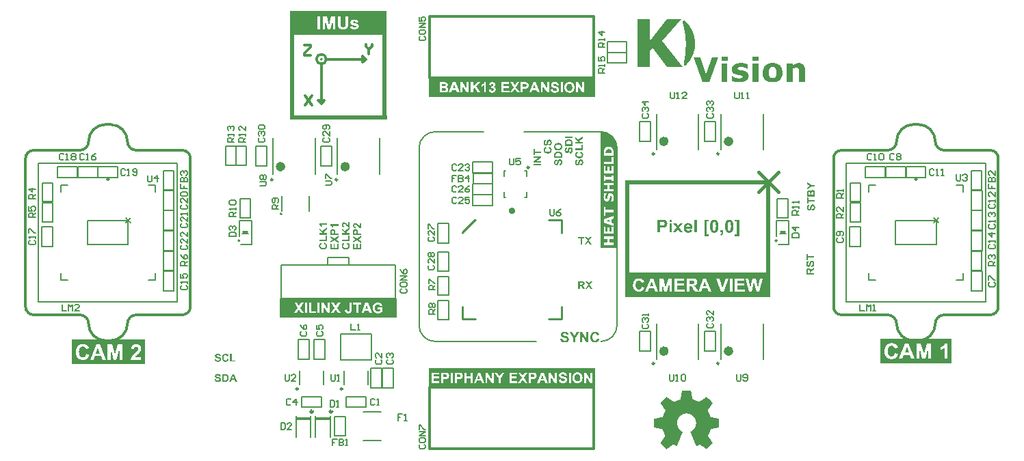
<source format=gto>
G04 Layer_Color=65535*
%FSLAX44Y44*%
%MOMM*%
G71*
G01*
G75*
%ADD30C,0.2000*%
%ADD31C,0.6000*%
%ADD32C,0.3000*%
%ADD35C,0.4000*%
%ADD46C,0.2500*%
%ADD47C,0.2540*%
%ADD48C,0.1500*%
%ADD49C,0.1800*%
%ADD50R,12.0000X0.5000*%
%ADD51R,0.5000X13.5000*%
%ADD52R,18.0000X0.5000*%
%ADD53R,0.5000X12.0000*%
%ADD54R,1.8000X0.3000*%
G36*
X853841Y293601D02*
X851326D01*
Y277901D01*
X853841D01*
Y275490D01*
X848411D01*
Y296012D01*
X853841D01*
Y293601D01*
D02*
G37*
G36*
X891157Y275490D02*
X885727D01*
Y277901D01*
X888243D01*
Y293618D01*
X885727D01*
Y296012D01*
X891157D01*
Y275490D01*
D02*
G37*
G36*
X638012Y380600D02*
X646000D01*
Y378663D01*
X638012D01*
Y375809D01*
X636388D01*
Y383432D01*
X638012D01*
Y380600D01*
D02*
G37*
G36*
X646000Y363000D02*
X636388D01*
Y364937D01*
X646000D01*
Y363000D01*
D02*
G37*
G36*
Y372498D02*
X639689Y368603D01*
X646000D01*
Y366812D01*
X636388D01*
Y368686D01*
X642844Y372643D01*
X636388D01*
Y374435D01*
X646000D01*
Y372498D01*
D02*
G37*
G36*
X828201Y291849D02*
X828392Y291831D01*
X828600Y291814D01*
X828860Y291779D01*
X829138Y291727D01*
X829433Y291658D01*
X829762Y291554D01*
X830092Y291450D01*
X830421Y291311D01*
X830768Y291138D01*
X831098Y290947D01*
X831428Y290721D01*
X831740Y290444D01*
X832035Y290149D01*
X832052Y290131D01*
X832104Y290062D01*
X832173Y289975D01*
X832260Y289837D01*
X832382Y289646D01*
X832503Y289420D01*
X832642Y289160D01*
X832781Y288865D01*
X832919Y288518D01*
X833041Y288119D01*
X833162Y287703D01*
X833266Y287234D01*
X833353Y286714D01*
X833423Y286159D01*
X833475Y285569D01*
Y284927D01*
X825789D01*
Y284910D01*
Y284875D01*
Y284788D01*
X825807Y284701D01*
X825824Y284580D01*
X825841Y284441D01*
X825893Y284146D01*
X825980Y283799D01*
X826102Y283435D01*
X826275Y283088D01*
X826518Y282776D01*
X826535D01*
X826553Y282741D01*
X826639Y282654D01*
X826796Y282533D01*
X827004Y282411D01*
X827264Y282273D01*
X827576Y282151D01*
X827923Y282064D01*
X828114Y282047D01*
X828305Y282030D01*
X828426D01*
X828548Y282047D01*
X828721Y282082D01*
X828912Y282117D01*
X829103Y282186D01*
X829311Y282290D01*
X829502Y282411D01*
X829519Y282429D01*
X829589Y282481D01*
X829675Y282585D01*
X829779Y282724D01*
X829918Y282897D01*
X830040Y283123D01*
X830161Y283383D01*
X830265Y283695D01*
X833318Y283175D01*
Y283157D01*
X833284Y283105D01*
X833249Y283019D01*
X833214Y282897D01*
X833145Y282758D01*
X833058Y282602D01*
X832971Y282411D01*
X832867Y282221D01*
X832607Y281804D01*
X832278Y281388D01*
X831896Y280972D01*
X831670Y280781D01*
X831445Y280607D01*
X831428Y280590D01*
X831393Y280572D01*
X831323Y280520D01*
X831219Y280468D01*
X831098Y280399D01*
X830942Y280330D01*
X830768Y280260D01*
X830577Y280173D01*
X830352Y280087D01*
X830109Y280017D01*
X829849Y279948D01*
X829571Y279879D01*
X829276Y279827D01*
X828947Y279774D01*
X828617Y279757D01*
X828270Y279740D01*
X828131D01*
X827975Y279757D01*
X827767Y279774D01*
X827524Y279792D01*
X827229Y279844D01*
X826917Y279896D01*
X826570Y279983D01*
X826206Y280087D01*
X825841Y280226D01*
X825477Y280382D01*
X825095Y280572D01*
X824749Y280798D01*
X824401Y281058D01*
X824089Y281353D01*
X823794Y281700D01*
X823777Y281717D01*
X823742Y281770D01*
X823690Y281856D01*
X823621Y281995D01*
X823534Y282151D01*
X823430Y282325D01*
X823326Y282550D01*
X823222Y282793D01*
X823118Y283071D01*
X823014Y283383D01*
X822910Y283713D01*
X822823Y284060D01*
X822753Y284441D01*
X822701Y284840D01*
X822667Y285274D01*
X822649Y285708D01*
Y285742D01*
Y285829D01*
X822667Y285985D01*
Y286176D01*
X822701Y286419D01*
X822736Y286714D01*
X822771Y287009D01*
X822840Y287356D01*
X822910Y287703D01*
X823014Y288067D01*
X823135Y288449D01*
X823274Y288830D01*
X823447Y289195D01*
X823655Y289559D01*
X823881Y289906D01*
X824141Y290218D01*
X824159Y290236D01*
X824211Y290287D01*
X824297Y290374D01*
X824419Y290478D01*
X824558Y290600D01*
X824749Y290739D01*
X824957Y290895D01*
X825182Y291051D01*
X825442Y291190D01*
X825737Y291346D01*
X826050Y291485D01*
X826396Y291606D01*
X826743Y291710D01*
X827125Y291797D01*
X827542Y291849D01*
X827958Y291866D01*
X828079D01*
X828201Y291849D01*
D02*
G37*
G36*
X796176Y295995D02*
X796454D01*
X796766Y295978D01*
X797425Y295960D01*
X797737Y295926D01*
X798050Y295908D01*
X798344Y295891D01*
X798605Y295856D01*
X798830Y295804D01*
X799021Y295770D01*
X799038D01*
X799090Y295752D01*
X799160Y295735D01*
X799247Y295700D01*
X799368Y295648D01*
X799507Y295596D01*
X799819Y295440D01*
X800183Y295232D01*
X800565Y294954D01*
X800773Y294781D01*
X800964Y294607D01*
X801155Y294416D01*
X801328Y294191D01*
X801346Y294174D01*
X801363Y294139D01*
X801415Y294069D01*
X801467Y293983D01*
X801554Y293861D01*
X801623Y293705D01*
X801710Y293549D01*
X801797Y293358D01*
X801883Y293133D01*
X801970Y292907D01*
X802057Y292647D01*
X802126Y292369D01*
X802178Y292074D01*
X802231Y291762D01*
X802248Y291415D01*
X802265Y291068D01*
Y291051D01*
Y290999D01*
Y290929D01*
Y290825D01*
X802248Y290704D01*
X802231Y290548D01*
X802213Y290392D01*
X802196Y290201D01*
X802126Y289819D01*
X802040Y289403D01*
X801901Y288986D01*
X801727Y288587D01*
Y288570D01*
X801710Y288553D01*
X801675Y288501D01*
X801623Y288431D01*
X801519Y288240D01*
X801363Y288015D01*
X801155Y287772D01*
X800929Y287512D01*
X800652Y287252D01*
X800357Y287009D01*
X800340D01*
X800322Y286991D01*
X800218Y286922D01*
X800062Y286818D01*
X799836Y286696D01*
X799594Y286575D01*
X799316Y286454D01*
X799004Y286350D01*
X798691Y286263D01*
X798674D01*
X798639Y286245D01*
X798570D01*
X798483Y286228D01*
X798362Y286211D01*
X798206Y286193D01*
X798032Y286176D01*
X797841Y286159D01*
X797616Y286124D01*
X797356Y286107D01*
X797078Y286089D01*
X796783Y286072D01*
X796454Y286054D01*
X796107D01*
X795725Y286037D01*
X793227D01*
Y280000D01*
X790000D01*
Y296012D01*
X795898D01*
X796176Y295995D01*
D02*
G37*
G36*
X879239Y296047D02*
X879395D01*
X879586Y296012D01*
X879812Y295978D01*
X880072Y295926D01*
X880349Y295856D01*
X880627Y295770D01*
X880922Y295665D01*
X881234Y295527D01*
X881529Y295371D01*
X881824Y295180D01*
X882119Y294954D01*
X882396Y294694D01*
X882657Y294399D01*
X882674Y294382D01*
X882726Y294312D01*
X882795Y294191D01*
X882900Y294017D01*
X883021Y293809D01*
X883160Y293532D01*
X883299Y293219D01*
X883437Y292838D01*
X883576Y292421D01*
X883732Y291936D01*
X883854Y291398D01*
X883975Y290808D01*
X884079Y290166D01*
X884149Y289455D01*
X884201Y288692D01*
X884218Y287876D01*
Y287859D01*
Y287824D01*
Y287755D01*
Y287685D01*
Y287564D01*
X884201Y287442D01*
Y287304D01*
Y287130D01*
X884166Y286766D01*
X884131Y286332D01*
X884079Y285864D01*
X884027Y285361D01*
X883941Y284823D01*
X883836Y284285D01*
X883698Y283730D01*
X883559Y283192D01*
X883368Y282689D01*
X883160Y282186D01*
X882917Y281735D01*
X882639Y281336D01*
X882622Y281318D01*
X882587Y281266D01*
X882501Y281180D01*
X882396Y281076D01*
X882275Y280954D01*
X882102Y280815D01*
X881911Y280677D01*
X881703Y280520D01*
X881460Y280364D01*
X881182Y280226D01*
X880887Y280087D01*
X880558Y279965D01*
X880211Y279861D01*
X879829Y279774D01*
X879430Y279722D01*
X879014Y279705D01*
X878910D01*
X878788Y279722D01*
X878632Y279740D01*
X878424Y279757D01*
X878198Y279792D01*
X877938Y279861D01*
X877661Y279931D01*
X877366Y280017D01*
X877071Y280139D01*
X876758Y280295D01*
X876446Y280451D01*
X876134Y280659D01*
X875822Y280902D01*
X875527Y281180D01*
X875249Y281492D01*
X875232Y281509D01*
X875197Y281579D01*
X875110Y281683D01*
X875023Y281839D01*
X874920Y282047D01*
X874798Y282307D01*
X874677Y282620D01*
X874538Y282967D01*
X874399Y283383D01*
X874278Y283851D01*
X874156Y284372D01*
X874052Y284962D01*
X873965Y285604D01*
X873896Y286315D01*
X873844Y287078D01*
X873827Y287911D01*
Y287928D01*
Y287963D01*
Y288032D01*
Y288102D01*
Y288223D01*
X873844Y288344D01*
Y288483D01*
Y288639D01*
X873879Y289021D01*
X873913Y289437D01*
X873965Y289906D01*
X874017Y290409D01*
X874104Y290947D01*
X874208Y291485D01*
X874330Y292022D01*
X874486Y292560D01*
X874659Y293081D01*
X874867Y293566D01*
X875110Y294017D01*
X875388Y294416D01*
X875405Y294434D01*
X875457Y294486D01*
X875527Y294573D01*
X875631Y294677D01*
X875770Y294798D01*
X875926Y294937D01*
X876116Y295093D01*
X876325Y295249D01*
X876568Y295388D01*
X876845Y295544D01*
X877140Y295683D01*
X877470Y295804D01*
X877817Y295908D01*
X878198Y295995D01*
X878597Y296047D01*
X879014Y296064D01*
X879118D01*
X879239Y296047D01*
D02*
G37*
G36*
X871276Y280867D02*
Y280850D01*
Y280815D01*
Y280746D01*
Y280642D01*
Y280538D01*
X871259Y280416D01*
X871242Y280121D01*
X871224Y279774D01*
X871172Y279428D01*
X871120Y279098D01*
X871033Y278786D01*
X871016Y278751D01*
X870981Y278647D01*
X870929Y278508D01*
X870843Y278317D01*
X870721Y278109D01*
X870565Y277866D01*
X870392Y277641D01*
X870166Y277398D01*
X870131Y277363D01*
X870062Y277294D01*
X869923Y277190D01*
X869732Y277051D01*
X869507Y276895D01*
X869229Y276739D01*
X868900Y276565D01*
X868553Y276426D01*
X867963Y277693D01*
X867980D01*
X867998Y277710D01*
X868119Y277745D01*
X868275Y277814D01*
X868466Y277918D01*
X868691Y278040D01*
X868900Y278179D01*
X869090Y278352D01*
X869264Y278543D01*
X869281Y278560D01*
X869333Y278647D01*
X869385Y278768D01*
X869472Y278924D01*
X869541Y279133D01*
X869611Y279393D01*
X869663Y279670D01*
X869698Y280000D01*
X868206D01*
Y283071D01*
X871276D01*
Y280867D01*
D02*
G37*
G36*
X860590Y296047D02*
X860746D01*
X860937Y296012D01*
X861162Y295978D01*
X861423Y295926D01*
X861700Y295856D01*
X861978Y295770D01*
X862273Y295665D01*
X862585Y295527D01*
X862880Y295371D01*
X863175Y295180D01*
X863470Y294954D01*
X863747Y294694D01*
X864007Y294399D01*
X864025Y294382D01*
X864077Y294312D01*
X864146Y294191D01*
X864250Y294017D01*
X864372Y293809D01*
X864510Y293532D01*
X864649Y293219D01*
X864788Y292838D01*
X864927Y292421D01*
X865083Y291936D01*
X865204Y291398D01*
X865326Y290808D01*
X865430Y290166D01*
X865499Y289455D01*
X865551Y288692D01*
X865569Y287876D01*
Y287859D01*
Y287824D01*
Y287755D01*
Y287685D01*
Y287564D01*
X865551Y287442D01*
Y287304D01*
Y287130D01*
X865517Y286766D01*
X865482Y286332D01*
X865430Y285864D01*
X865378Y285361D01*
X865291Y284823D01*
X865187Y284285D01*
X865048Y283730D01*
X864910Y283192D01*
X864719Y282689D01*
X864510Y282186D01*
X864268Y281735D01*
X863990Y281336D01*
X863973Y281318D01*
X863938Y281266D01*
X863851Y281180D01*
X863747Y281076D01*
X863626Y280954D01*
X863452Y280815D01*
X863261Y280677D01*
X863053Y280520D01*
X862810Y280364D01*
X862533Y280226D01*
X862238Y280087D01*
X861908Y279965D01*
X861561Y279861D01*
X861180Y279774D01*
X860781Y279722D01*
X860364Y279705D01*
X860260D01*
X860139Y279722D01*
X859983Y279740D01*
X859774Y279757D01*
X859549Y279792D01*
X859289Y279861D01*
X859011Y279931D01*
X858716Y280017D01*
X858421Y280139D01*
X858109Y280295D01*
X857797Y280451D01*
X857485Y280659D01*
X857172Y280902D01*
X856877Y281180D01*
X856600Y281492D01*
X856582Y281509D01*
X856548Y281579D01*
X856461Y281683D01*
X856374Y281839D01*
X856270Y282047D01*
X856149Y282307D01*
X856027Y282620D01*
X855889Y282967D01*
X855750Y283383D01*
X855628Y283851D01*
X855507Y284372D01*
X855403Y284962D01*
X855316Y285604D01*
X855247Y286315D01*
X855195Y287078D01*
X855177Y287911D01*
Y287928D01*
Y287963D01*
Y288032D01*
Y288102D01*
Y288223D01*
X855195Y288344D01*
Y288483D01*
Y288639D01*
X855229Y289021D01*
X855264Y289437D01*
X855316Y289906D01*
X855368Y290409D01*
X855455Y290947D01*
X855559Y291485D01*
X855680Y292022D01*
X855836Y292560D01*
X856010Y293081D01*
X856218Y293566D01*
X856461Y294017D01*
X856739Y294416D01*
X856756Y294434D01*
X856808Y294486D01*
X856877Y294573D01*
X856981Y294677D01*
X857120Y294798D01*
X857276Y294937D01*
X857467Y295093D01*
X857675Y295249D01*
X857918Y295388D01*
X858196Y295544D01*
X858491Y295683D01*
X858820Y295804D01*
X859167Y295908D01*
X859549Y295995D01*
X859948Y296047D01*
X860364Y296064D01*
X860468D01*
X860590Y296047D01*
D02*
G37*
G36*
X656344Y395350D02*
X656417D01*
X656511Y395339D01*
X656605Y395318D01*
X656709Y395298D01*
X656948Y395246D01*
X657209Y395162D01*
X657479Y395048D01*
X657625Y394975D01*
X657761Y394892D01*
X657771D01*
X657792Y394871D01*
X657834Y394839D01*
X657875Y394808D01*
X657938Y394756D01*
X658011Y394704D01*
X658167Y394558D01*
X658334Y394371D01*
X658521Y394152D01*
X658688Y393892D01*
X658833Y393590D01*
Y393579D01*
X658844Y393548D01*
X658865Y393507D01*
X658885Y393444D01*
X658917Y393361D01*
X658938Y393256D01*
X658969Y393142D01*
X659000Y393017D01*
X659042Y392871D01*
X659073Y392715D01*
X659094Y392538D01*
X659125Y392351D01*
X659146Y392163D01*
X659167Y391944D01*
X659177Y391726D01*
Y391497D01*
Y391476D01*
Y391413D01*
X659167Y391320D01*
Y391194D01*
X659156Y391049D01*
X659135Y390872D01*
X659104Y390674D01*
X659073Y390466D01*
X659031Y390237D01*
X658969Y390007D01*
X658906Y389778D01*
X658823Y389549D01*
X658729Y389320D01*
X658615Y389101D01*
X658490Y388893D01*
X658344Y388695D01*
X658334Y388685D01*
X658302Y388653D01*
X658250Y388601D01*
X658188Y388539D01*
X658094Y388466D01*
X657990Y388372D01*
X657865Y388279D01*
X657719Y388185D01*
X657552Y388081D01*
X657375Y387977D01*
X657167Y387883D01*
X656948Y387789D01*
X656709Y387706D01*
X656459Y387633D01*
X656178Y387570D01*
X655886Y387529D01*
X655699Y389414D01*
X655709D01*
X655740Y389424D01*
X655792Y389435D01*
X655855Y389445D01*
X655938Y389466D01*
X656021Y389497D01*
X656230Y389560D01*
X656459Y389653D01*
X656699Y389778D01*
X656917Y389924D01*
X657011Y390007D01*
X657105Y390101D01*
Y390112D01*
X657125Y390122D01*
X657146Y390153D01*
X657178Y390195D01*
X657209Y390247D01*
X657240Y390320D01*
X657282Y390393D01*
X657323Y390476D01*
X657407Y390684D01*
X657469Y390924D01*
X657521Y391205D01*
X657542Y391517D01*
Y391528D01*
Y391559D01*
Y391611D01*
X657532Y391674D01*
Y391757D01*
X657521Y391840D01*
X657490Y392048D01*
X657448Y392278D01*
X657375Y392517D01*
X657282Y392746D01*
X657219Y392850D01*
X657146Y392944D01*
Y392954D01*
X657125Y392965D01*
X657073Y393017D01*
X656990Y393100D01*
X656886Y393184D01*
X656750Y393267D01*
X656584Y393350D01*
X656407Y393402D01*
X656313Y393423D01*
X656157D01*
X656094Y393413D01*
X656021Y393402D01*
X655928Y393371D01*
X655824Y393340D01*
X655730Y393288D01*
X655636Y393215D01*
X655626Y393204D01*
X655595Y393173D01*
X655553Y393121D01*
X655490Y393059D01*
X655428Y392954D01*
X655355Y392840D01*
X655293Y392694D01*
X655220Y392517D01*
X655209Y392496D01*
Y392476D01*
X655199Y392444D01*
X655188Y392403D01*
X655168Y392340D01*
X655147Y392278D01*
X655126Y392194D01*
X655095Y392101D01*
X655063Y391986D01*
X655032Y391861D01*
X654991Y391715D01*
X654949Y391559D01*
X654907Y391382D01*
X654855Y391184D01*
X654803Y390965D01*
Y390945D01*
X654782Y390892D01*
X654762Y390820D01*
X654730Y390715D01*
X654699Y390580D01*
X654647Y390434D01*
X654595Y390278D01*
X654543Y390112D01*
X654397Y389747D01*
X654241Y389383D01*
X654147Y389216D01*
X654053Y389049D01*
X653960Y388904D01*
X653855Y388778D01*
X653845Y388768D01*
X653814Y388737D01*
X653772Y388695D01*
X653710Y388643D01*
X653637Y388570D01*
X653543Y388497D01*
X653439Y388414D01*
X653314Y388341D01*
X653178Y388258D01*
X653033Y388175D01*
X652866Y388102D01*
X652700Y388029D01*
X652522Y387977D01*
X652325Y387935D01*
X652127Y387904D01*
X651918Y387893D01*
X651845D01*
X651794Y387904D01*
X651731D01*
X651648Y387914D01*
X651471Y387945D01*
X651262Y387997D01*
X651023Y388070D01*
X650783Y388175D01*
X650544Y388310D01*
X650533D01*
X650512Y388331D01*
X650481Y388352D01*
X650440Y388383D01*
X650325Y388487D01*
X650179Y388612D01*
X650023Y388789D01*
X649867Y388987D01*
X649711Y389237D01*
X649575Y389507D01*
Y389518D01*
X649565Y389539D01*
X649544Y389591D01*
X649523Y389643D01*
X649492Y389726D01*
X649471Y389809D01*
X649440Y389914D01*
X649398Y390039D01*
X649367Y390174D01*
X649336Y390309D01*
X649315Y390466D01*
X649284Y390632D01*
X649263Y390820D01*
X649242Y390997D01*
X649232Y391403D01*
Y391413D01*
Y391424D01*
Y391486D01*
Y391580D01*
X649242Y391694D01*
X649252Y391851D01*
X649273Y392017D01*
X649294Y392215D01*
X649336Y392423D01*
X649377Y392632D01*
X649429Y392861D01*
X649492Y393090D01*
X649565Y393309D01*
X649659Y393527D01*
X649773Y393746D01*
X649888Y393944D01*
X650033Y394121D01*
X650044Y394131D01*
X650065Y394162D01*
X650117Y394204D01*
X650179Y394267D01*
X650252Y394340D01*
X650356Y394412D01*
X650471Y394496D01*
X650596Y394590D01*
X650742Y394673D01*
X650898Y394756D01*
X651075Y394839D01*
X651262Y394912D01*
X651460Y394985D01*
X651679Y395037D01*
X651908Y395069D01*
X652148Y395089D01*
X652220Y393152D01*
X652210D01*
X652189Y393142D01*
X652148D01*
X652106Y393131D01*
X652043Y393111D01*
X651971Y393090D01*
X651814Y393038D01*
X651648Y392965D01*
X651471Y392871D01*
X651304Y392757D01*
X651169Y392611D01*
X651158Y392590D01*
X651117Y392538D01*
X651065Y392444D01*
X651002Y392309D01*
X650939Y392132D01*
X650887Y391923D01*
X650846Y391674D01*
X650835Y391382D01*
Y391372D01*
Y391340D01*
Y391299D01*
Y391247D01*
X650846Y391174D01*
X650856Y391090D01*
X650877Y390892D01*
X650919Y390684D01*
X650981Y390455D01*
X651075Y390247D01*
X651189Y390049D01*
X651200Y390039D01*
X651231Y390007D01*
X651283Y389955D01*
X651346Y389903D01*
X651429Y389841D01*
X651533Y389799D01*
X651648Y389757D01*
X651783Y389747D01*
X651835D01*
X651908Y389757D01*
X651981Y389778D01*
X652075Y389820D01*
X652179Y389862D01*
X652272Y389935D01*
X652366Y390028D01*
X652377Y390049D01*
X652398Y390070D01*
X652418Y390112D01*
X652449Y390153D01*
X652481Y390216D01*
X652522Y390299D01*
X652564Y390393D01*
X652606Y390497D01*
X652658Y390622D01*
X652710Y390768D01*
X652762Y390934D01*
X652824Y391122D01*
X652887Y391330D01*
X652949Y391559D01*
X653012Y391809D01*
Y391830D01*
X653022Y391871D01*
X653043Y391944D01*
X653064Y392038D01*
X653095Y392163D01*
X653137Y392288D01*
X653178Y392444D01*
X653220Y392600D01*
X653324Y392944D01*
X653439Y393288D01*
X653501Y393454D01*
X653564Y393621D01*
X653637Y393767D01*
X653699Y393902D01*
Y393913D01*
X653720Y393933D01*
X653741Y393965D01*
X653762Y394017D01*
X653845Y394142D01*
X653949Y394298D01*
X654095Y394464D01*
X654262Y394642D01*
X654459Y394819D01*
X654678Y394975D01*
X654689D01*
X654709Y394996D01*
X654741Y395006D01*
X654793Y395037D01*
X654855Y395069D01*
X654928Y395100D01*
X655011Y395131D01*
X655105Y395173D01*
X655209Y395204D01*
X655324Y395235D01*
X655584Y395298D01*
X655886Y395339D01*
X656209Y395360D01*
X656292D01*
X656344Y395350D01*
D02*
G37*
G36*
X680595Y395506D02*
X680709D01*
X680845Y395495D01*
X680991Y395475D01*
X681313Y395443D01*
X681657Y395391D01*
X682001Y395318D01*
X682334Y395214D01*
X682344D01*
X682376Y395193D01*
X682438Y395173D01*
X682511Y395152D01*
X682594Y395110D01*
X682699Y395069D01*
X682813Y395017D01*
X682938Y394954D01*
X683209Y394808D01*
X683490Y394631D01*
X683771Y394423D01*
X684031Y394183D01*
X684042Y394173D01*
X684052Y394162D01*
X684083Y394131D01*
X684115Y394090D01*
X684156Y394038D01*
X684209Y393985D01*
X684261Y393913D01*
X684313Y393829D01*
X684438Y393631D01*
X684563Y393402D01*
X684688Y393131D01*
X684802Y392830D01*
Y392819D01*
X684812Y392798D01*
X684823Y392767D01*
X684833Y392715D01*
X684844Y392653D01*
X684865Y392569D01*
X684885Y392476D01*
X684896Y392371D01*
X684917Y392257D01*
X684938Y392132D01*
X684958Y391986D01*
X684969Y391830D01*
X684979Y391674D01*
X684989Y391497D01*
X685000Y391309D01*
Y391111D01*
Y387466D01*
X675388D01*
Y391007D01*
Y391017D01*
Y391059D01*
Y391122D01*
Y391205D01*
X675398Y391309D01*
Y391424D01*
Y391549D01*
X675409Y391684D01*
X675430Y391976D01*
X675471Y392278D01*
X675513Y392569D01*
X675544Y392705D01*
X675575Y392830D01*
Y392840D01*
X675586Y392871D01*
X675607Y392913D01*
X675627Y392975D01*
X675648Y393048D01*
X675690Y393131D01*
X675784Y393329D01*
X675898Y393559D01*
X676054Y393798D01*
X676242Y394038D01*
X676460Y394277D01*
X676471Y394287D01*
X676492Y394308D01*
X676523Y394340D01*
X676575Y394381D01*
X676637Y394423D01*
X676710Y394485D01*
X676794Y394548D01*
X676898Y394621D01*
X677002Y394694D01*
X677117Y394767D01*
X677387Y394923D01*
X677689Y395069D01*
X678023Y395193D01*
X678033D01*
X678064Y395204D01*
X678116Y395225D01*
X678189Y395246D01*
X678272Y395266D01*
X678387Y395298D01*
X678512Y395329D01*
X678647Y395360D01*
X678804Y395381D01*
X678981Y395412D01*
X679168Y395443D01*
X679366Y395464D01*
X679585Y395485D01*
X679803Y395506D01*
X680043Y395516D01*
X680491D01*
X680595Y395506D01*
D02*
G37*
G36*
X685000Y397099D02*
X675388D01*
Y399036D01*
X685000D01*
Y397099D01*
D02*
G37*
G36*
X682344Y385821D02*
X682417D01*
X682511Y385811D01*
X682605Y385790D01*
X682709Y385769D01*
X682948Y385717D01*
X683209Y385634D01*
X683480Y385519D01*
X683625Y385446D01*
X683761Y385363D01*
X683771D01*
X683792Y385342D01*
X683834Y385311D01*
X683875Y385279D01*
X683938Y385227D01*
X684011Y385175D01*
X684167Y385029D01*
X684333Y384842D01*
X684521Y384623D01*
X684688Y384363D01*
X684833Y384061D01*
Y384050D01*
X684844Y384019D01*
X684865Y383978D01*
X684885Y383915D01*
X684917Y383832D01*
X684938Y383728D01*
X684969Y383613D01*
X685000Y383488D01*
X685042Y383342D01*
X685073Y383186D01*
X685094Y383009D01*
X685125Y382822D01*
X685146Y382634D01*
X685167Y382416D01*
X685177Y382197D01*
Y381968D01*
Y381947D01*
Y381884D01*
X685167Y381791D01*
Y381666D01*
X685156Y381520D01*
X685135Y381343D01*
X685104Y381145D01*
X685073Y380937D01*
X685031Y380708D01*
X684969Y380479D01*
X684906Y380249D01*
X684823Y380020D01*
X684729Y379791D01*
X684615Y379572D01*
X684490Y379364D01*
X684344Y379166D01*
X684333Y379156D01*
X684302Y379125D01*
X684250Y379073D01*
X684188Y379010D01*
X684094Y378937D01*
X683990Y378843D01*
X683865Y378750D01*
X683719Y378656D01*
X683552Y378552D01*
X683375Y378448D01*
X683167Y378354D01*
X682948Y378260D01*
X682709Y378177D01*
X682459Y378104D01*
X682178Y378042D01*
X681886Y378000D01*
X681699Y379885D01*
X681709D01*
X681740Y379895D01*
X681792Y379906D01*
X681855Y379916D01*
X681938Y379937D01*
X682021Y379968D01*
X682230Y380031D01*
X682459Y380125D01*
X682699Y380249D01*
X682917Y380395D01*
X683011Y380479D01*
X683105Y380572D01*
Y380583D01*
X683125Y380593D01*
X683146Y380624D01*
X683177Y380666D01*
X683209Y380718D01*
X683240Y380791D01*
X683282Y380864D01*
X683323Y380947D01*
X683407Y381155D01*
X683469Y381395D01*
X683521Y381676D01*
X683542Y381989D01*
Y381999D01*
Y382030D01*
Y382082D01*
X683532Y382145D01*
Y382228D01*
X683521Y382311D01*
X683490Y382520D01*
X683448Y382749D01*
X683375Y382988D01*
X683282Y383217D01*
X683219Y383322D01*
X683146Y383415D01*
Y383426D01*
X683125Y383436D01*
X683073Y383488D01*
X682990Y383572D01*
X682886Y383655D01*
X682750Y383738D01*
X682584Y383821D01*
X682407Y383873D01*
X682313Y383894D01*
X682157D01*
X682094Y383884D01*
X682021Y383873D01*
X681928Y383842D01*
X681824Y383811D01*
X681730Y383759D01*
X681636Y383686D01*
X681626Y383676D01*
X681595Y383644D01*
X681553Y383592D01*
X681490Y383530D01*
X681428Y383426D01*
X681355Y383311D01*
X681293Y383165D01*
X681220Y382988D01*
X681209Y382967D01*
Y382947D01*
X681199Y382915D01*
X681188Y382874D01*
X681168Y382811D01*
X681147Y382749D01*
X681126Y382665D01*
X681095Y382572D01*
X681064Y382457D01*
X681032Y382332D01*
X680991Y382186D01*
X680949Y382030D01*
X680907Y381853D01*
X680855Y381655D01*
X680803Y381437D01*
Y381416D01*
X680782Y381364D01*
X680761Y381291D01*
X680730Y381187D01*
X680699Y381051D01*
X680647Y380905D01*
X680595Y380749D01*
X680543Y380583D01*
X680397Y380218D01*
X680241Y379854D01*
X680147Y379687D01*
X680053Y379520D01*
X679960Y379375D01*
X679855Y379250D01*
X679845Y379239D01*
X679814Y379208D01*
X679772Y379166D01*
X679710Y379114D01*
X679637Y379041D01*
X679543Y378969D01*
X679439Y378885D01*
X679314Y378812D01*
X679178Y378729D01*
X679033Y378646D01*
X678866Y378573D01*
X678699Y378500D01*
X678522Y378448D01*
X678325Y378406D01*
X678127Y378375D01*
X677918Y378364D01*
X677846D01*
X677794Y378375D01*
X677731D01*
X677648Y378385D01*
X677471Y378417D01*
X677262Y378469D01*
X677023Y378541D01*
X676783Y378646D01*
X676544Y378781D01*
X676533D01*
X676513Y378802D01*
X676481Y378823D01*
X676440Y378854D01*
X676325Y378958D01*
X676179Y379083D01*
X676023Y379260D01*
X675867Y379458D01*
X675711Y379708D01*
X675575Y379979D01*
Y379989D01*
X675565Y380010D01*
X675544Y380062D01*
X675523Y380114D01*
X675492Y380197D01*
X675471Y380281D01*
X675440Y380385D01*
X675398Y380510D01*
X675367Y380645D01*
X675336Y380780D01*
X675315Y380937D01*
X675284Y381103D01*
X675263Y381291D01*
X675242Y381468D01*
X675232Y381874D01*
Y381884D01*
Y381895D01*
Y381957D01*
Y382051D01*
X675242Y382166D01*
X675252Y382322D01*
X675273Y382488D01*
X675294Y382686D01*
X675336Y382895D01*
X675377Y383103D01*
X675430Y383332D01*
X675492Y383561D01*
X675565Y383780D01*
X675659Y383998D01*
X675773Y384217D01*
X675888Y384415D01*
X676033Y384592D01*
X676044Y384603D01*
X676065Y384634D01*
X676117Y384675D01*
X676179Y384738D01*
X676252Y384811D01*
X676356Y384884D01*
X676471Y384967D01*
X676596Y385061D01*
X676742Y385144D01*
X676898Y385227D01*
X677075Y385311D01*
X677262Y385383D01*
X677460Y385456D01*
X677679Y385508D01*
X677908Y385540D01*
X678148Y385561D01*
X678220Y383624D01*
X678210D01*
X678189Y383613D01*
X678148D01*
X678106Y383603D01*
X678043Y383582D01*
X677971Y383561D01*
X677814Y383509D01*
X677648Y383436D01*
X677471Y383342D01*
X677304Y383228D01*
X677169Y383082D01*
X677158Y383061D01*
X677117Y383009D01*
X677065Y382915D01*
X677002Y382780D01*
X676939Y382603D01*
X676887Y382395D01*
X676846Y382145D01*
X676835Y381853D01*
Y381843D01*
Y381811D01*
Y381770D01*
Y381718D01*
X676846Y381645D01*
X676856Y381562D01*
X676877Y381364D01*
X676919Y381155D01*
X676981Y380926D01*
X677075Y380718D01*
X677189Y380520D01*
X677200Y380510D01*
X677231Y380479D01*
X677283Y380426D01*
X677346Y380374D01*
X677429Y380312D01*
X677533Y380270D01*
X677648Y380229D01*
X677783Y380218D01*
X677835D01*
X677908Y380229D01*
X677981Y380249D01*
X678075Y380291D01*
X678179Y380333D01*
X678272Y380406D01*
X678366Y380499D01*
X678377Y380520D01*
X678398Y380541D01*
X678418Y380583D01*
X678449Y380624D01*
X678481Y380687D01*
X678522Y380770D01*
X678564Y380864D01*
X678606Y380968D01*
X678658Y381093D01*
X678710Y381239D01*
X678762Y381405D01*
X678824Y381593D01*
X678887Y381801D01*
X678949Y382030D01*
X679012Y382280D01*
Y382301D01*
X679022Y382343D01*
X679043Y382416D01*
X679064Y382509D01*
X679095Y382634D01*
X679137Y382759D01*
X679178Y382915D01*
X679220Y383072D01*
X679324Y383415D01*
X679439Y383759D01*
X679501Y383926D01*
X679564Y384092D01*
X679637Y384238D01*
X679699Y384373D01*
Y384384D01*
X679720Y384405D01*
X679741Y384436D01*
X679762Y384488D01*
X679845Y384613D01*
X679949Y384769D01*
X680095Y384936D01*
X680262Y385113D01*
X680459Y385290D01*
X680678Y385446D01*
X680689D01*
X680709Y385467D01*
X680741Y385477D01*
X680793Y385508D01*
X680855Y385540D01*
X680928Y385571D01*
X681011Y385602D01*
X681105Y385644D01*
X681209Y385675D01*
X681324Y385706D01*
X681584Y385769D01*
X681886Y385811D01*
X682209Y385831D01*
X682292D01*
X682344Y385821D01*
D02*
G37*
G36*
X698000Y382214D02*
X688471D01*
Y384151D01*
X696375D01*
Y388973D01*
X698000D01*
Y382214D01*
D02*
G37*
G36*
Y396533D02*
X693491Y393877D01*
X695105Y392315D01*
X698000D01*
Y390378D01*
X688388D01*
Y392315D01*
X692658D01*
X688388Y396241D01*
Y398855D01*
X692126Y395221D01*
X698000Y399043D01*
Y396533D01*
D02*
G37*
G36*
X467000Y175000D02*
X323000D01*
Y198000D01*
X467000D01*
Y175000D01*
D02*
G37*
G36*
X656126Y386352D02*
X656199Y386331D01*
X656313Y386289D01*
X656438Y386237D01*
X656594Y386185D01*
X656761Y386113D01*
X656938Y386029D01*
X657125Y385936D01*
X657323Y385831D01*
X657521Y385706D01*
X657709Y385581D01*
X657906Y385436D01*
X658083Y385279D01*
X658250Y385113D01*
X658406Y384925D01*
X658417Y384915D01*
X658438Y384884D01*
X658479Y384821D01*
X658521Y384748D01*
X658583Y384644D01*
X658646Y384530D01*
X658719Y384394D01*
X658781Y384228D01*
X658854Y384061D01*
X658927Y383863D01*
X658989Y383655D01*
X659052Y383426D01*
X659094Y383186D01*
X659135Y382926D01*
X659156Y382655D01*
X659167Y382374D01*
Y382364D01*
Y382353D01*
Y382291D01*
X659156Y382186D01*
X659146Y382051D01*
X659125Y381895D01*
X659094Y381707D01*
X659062Y381489D01*
X659000Y381260D01*
X658938Y381020D01*
X658844Y380760D01*
X658740Y380499D01*
X658615Y380239D01*
X658469Y379979D01*
X658292Y379718D01*
X658094Y379468D01*
X657865Y379229D01*
X657854Y379218D01*
X657802Y379177D01*
X657729Y379114D01*
X657625Y379041D01*
X657490Y378948D01*
X657334Y378843D01*
X657146Y378729D01*
X656928Y378614D01*
X656688Y378500D01*
X656417Y378385D01*
X656126Y378281D01*
X655803Y378187D01*
X655459Y378115D01*
X655095Y378052D01*
X654709Y378010D01*
X654293Y378000D01*
X654126D01*
X654064Y378010D01*
X653897Y378021D01*
X653699Y378042D01*
X653460Y378063D01*
X653199Y378104D01*
X652929Y378156D01*
X652627Y378219D01*
X652325Y378302D01*
X652012Y378396D01*
X651700Y378521D01*
X651398Y378656D01*
X651106Y378823D01*
X650825Y379010D01*
X650565Y379229D01*
X650554Y379239D01*
X650502Y379291D01*
X650440Y379354D01*
X650356Y379458D01*
X650252Y379583D01*
X650138Y379729D01*
X650023Y379906D01*
X649898Y380104D01*
X649773Y380322D01*
X649648Y380572D01*
X649544Y380833D01*
X649440Y381124D01*
X649357Y381437D01*
X649284Y381770D01*
X649242Y382124D01*
X649232Y382488D01*
Y382509D01*
Y382572D01*
X649242Y382655D01*
X649252Y382780D01*
X649263Y382926D01*
X649284Y383103D01*
X649315Y383301D01*
X649367Y383509D01*
X649419Y383728D01*
X649492Y383957D01*
X649575Y384196D01*
X649679Y384436D01*
X649794Y384675D01*
X649940Y384915D01*
X650096Y385134D01*
X650283Y385352D01*
X650294Y385363D01*
X650315Y385383D01*
X650346Y385415D01*
X650398Y385456D01*
X650461Y385519D01*
X650533Y385581D01*
X650627Y385644D01*
X650731Y385727D01*
X650856Y385800D01*
X650981Y385883D01*
X651127Y385967D01*
X651283Y386050D01*
X651460Y386123D01*
X651637Y386206D01*
X651835Y386279D01*
X652043Y386342D01*
X652502Y384425D01*
X652491D01*
X652470Y384415D01*
X652429Y384405D01*
X652377Y384394D01*
X652314Y384373D01*
X652241Y384342D01*
X652075Y384269D01*
X651887Y384175D01*
X651689Y384050D01*
X651502Y383894D01*
X651325Y383707D01*
X651314Y383697D01*
X651304Y383686D01*
X651283Y383655D01*
X651252Y383613D01*
X651221Y383561D01*
X651189Y383499D01*
X651106Y383342D01*
X651023Y383144D01*
X650960Y382926D01*
X650908Y382676D01*
X650887Y382395D01*
Y382384D01*
Y382343D01*
Y382291D01*
X650898Y382218D01*
X650908Y382124D01*
X650929Y382020D01*
X650950Y381905D01*
X650981Y381780D01*
X651023Y381645D01*
X651075Y381499D01*
X651137Y381353D01*
X651210Y381208D01*
X651304Y381062D01*
X651408Y380926D01*
X651523Y380780D01*
X651658Y380656D01*
X651668Y380645D01*
X651689Y380624D01*
X651741Y380593D01*
X651804Y380551D01*
X651887Y380499D01*
X651991Y380447D01*
X652116Y380385D01*
X652262Y380333D01*
X652418Y380270D01*
X652606Y380208D01*
X652804Y380156D01*
X653033Y380104D01*
X653283Y380062D01*
X653543Y380031D01*
X653835Y380010D01*
X654147Y380000D01*
X654324D01*
X654439Y380010D01*
X654595Y380020D01*
X654762Y380031D01*
X654949Y380052D01*
X655157Y380083D01*
X655584Y380156D01*
X655792Y380208D01*
X656011Y380270D01*
X656219Y380343D01*
X656407Y380437D01*
X656584Y380531D01*
X656740Y380645D01*
X656750Y380656D01*
X656771Y380676D01*
X656813Y380718D01*
X656865Y380760D01*
X656917Y380833D01*
X656980Y380905D01*
X657053Y380999D01*
X657125Y381103D01*
X657198Y381218D01*
X657271Y381353D01*
X657334Y381489D01*
X657386Y381645D01*
X657438Y381801D01*
X657479Y381978D01*
X657500Y382166D01*
X657511Y382353D01*
Y382364D01*
Y382384D01*
Y382426D01*
X657500Y382478D01*
Y382551D01*
X657479Y382624D01*
X657448Y382811D01*
X657386Y383020D01*
X657302Y383238D01*
X657178Y383457D01*
X657105Y383572D01*
X657021Y383676D01*
X657011Y383686D01*
X657001Y383697D01*
X656969Y383728D01*
X656928Y383769D01*
X656876Y383811D01*
X656813Y383863D01*
X656730Y383926D01*
X656646Y383988D01*
X656542Y384050D01*
X656428Y384123D01*
X656303Y384186D01*
X656157Y384259D01*
X656011Y384321D01*
X655844Y384384D01*
X655657Y384436D01*
X655470Y384488D01*
X656053Y386373D01*
X656074D01*
X656126Y386352D01*
D02*
G37*
G36*
X667439Y391076D02*
X667605Y391066D01*
X667803Y391045D01*
X668022Y391024D01*
X668282Y390983D01*
X668553Y390930D01*
X668834Y390858D01*
X669136Y390774D01*
X669438Y390670D01*
X669740Y390555D01*
X670042Y390410D01*
X670334Y390233D01*
X670604Y390045D01*
X670865Y389816D01*
X670875Y389806D01*
X670917Y389754D01*
X670990Y389691D01*
X671073Y389587D01*
X671167Y389462D01*
X671281Y389306D01*
X671396Y389129D01*
X671521Y388921D01*
X671646Y388691D01*
X671760Y388441D01*
X671875Y388160D01*
X671969Y387858D01*
X672052Y387535D01*
X672125Y387192D01*
X672167Y386817D01*
X672177Y386432D01*
Y386421D01*
Y386411D01*
Y386380D01*
Y386338D01*
X672167Y386223D01*
X672156Y386077D01*
X672135Y385900D01*
X672104Y385682D01*
X672073Y385453D01*
X672010Y385203D01*
X671948Y384932D01*
X671854Y384661D01*
X671750Y384370D01*
X671625Y384088D01*
X671479Y383807D01*
X671302Y383536D01*
X671104Y383276D01*
X670875Y383026D01*
X670854Y383016D01*
X670813Y382974D01*
X670740Y382912D01*
X670636Y382828D01*
X670500Y382735D01*
X670334Y382630D01*
X670146Y382516D01*
X669928Y382401D01*
X669688Y382276D01*
X669417Y382162D01*
X669126Y382058D01*
X668803Y381964D01*
X668459Y381881D01*
X668084Y381818D01*
X667689Y381777D01*
X667272Y381766D01*
X667126D01*
X667022Y381777D01*
X666897D01*
X666751Y381787D01*
X666595Y381808D01*
X666408Y381818D01*
X666220Y381849D01*
X666022Y381870D01*
X665606Y381954D01*
X665200Y382058D01*
X664991Y382131D01*
X664804Y382203D01*
X664793D01*
X664773Y382214D01*
X664731Y382235D01*
X664679Y382266D01*
X664616Y382297D01*
X664544Y382339D01*
X664356Y382433D01*
X664158Y382557D01*
X663929Y382714D01*
X663710Y382891D01*
X663481Y383089D01*
X663471Y383099D01*
X663460Y383120D01*
X663429Y383151D01*
X663388Y383193D01*
X663335Y383245D01*
X663283Y383307D01*
X663158Y383464D01*
X663013Y383641D01*
X662867Y383859D01*
X662731Y384088D01*
X662617Y384338D01*
Y384349D01*
X662596Y384380D01*
X662586Y384432D01*
X662554Y384495D01*
X662523Y384578D01*
X662492Y384682D01*
X662461Y384796D01*
X662419Y384932D01*
X662388Y385078D01*
X662357Y385234D01*
X662325Y385411D01*
X662294Y385588D01*
X662252Y385984D01*
X662232Y386411D01*
Y386421D01*
Y386432D01*
Y386463D01*
Y386504D01*
X662242Y386619D01*
X662252Y386765D01*
X662273Y386942D01*
X662305Y387150D01*
X662346Y387379D01*
X662398Y387629D01*
X662471Y387900D01*
X662554Y388171D01*
X662659Y388452D01*
X662794Y388743D01*
X662940Y389025D01*
X663117Y389295D01*
X663325Y389556D01*
X663554Y389806D01*
X663565Y389816D01*
X663617Y389858D01*
X663690Y389920D01*
X663794Y390004D01*
X663929Y390108D01*
X664096Y390212D01*
X664283Y390326D01*
X664512Y390451D01*
X664752Y390566D01*
X665033Y390680D01*
X665335Y390795D01*
X665658Y390889D01*
X666012Y390972D01*
X666387Y391035D01*
X666793Y391076D01*
X667220Y391087D01*
X667376D01*
X667439Y391076D01*
D02*
G37*
G36*
X669344Y370821D02*
X669417D01*
X669511Y370811D01*
X669605Y370790D01*
X669709Y370769D01*
X669948Y370717D01*
X670209Y370634D01*
X670480Y370519D01*
X670625Y370446D01*
X670761Y370363D01*
X670771D01*
X670792Y370342D01*
X670834Y370311D01*
X670875Y370279D01*
X670938Y370227D01*
X671011Y370175D01*
X671167Y370029D01*
X671333Y369842D01*
X671521Y369623D01*
X671687Y369363D01*
X671833Y369061D01*
Y369051D01*
X671844Y369019D01*
X671865Y368978D01*
X671885Y368915D01*
X671917Y368832D01*
X671937Y368728D01*
X671969Y368613D01*
X672000Y368488D01*
X672042Y368342D01*
X672073Y368186D01*
X672094Y368009D01*
X672125Y367822D01*
X672146Y367634D01*
X672167Y367416D01*
X672177Y367197D01*
Y366968D01*
Y366947D01*
Y366884D01*
X672167Y366791D01*
Y366666D01*
X672156Y366520D01*
X672135Y366343D01*
X672104Y366145D01*
X672073Y365937D01*
X672031Y365708D01*
X671969Y365479D01*
X671906Y365249D01*
X671823Y365020D01*
X671729Y364791D01*
X671615Y364572D01*
X671490Y364364D01*
X671344Y364166D01*
X671333Y364156D01*
X671302Y364125D01*
X671250Y364073D01*
X671188Y364010D01*
X671094Y363937D01*
X670990Y363844D01*
X670865Y363750D01*
X670719Y363656D01*
X670552Y363552D01*
X670375Y363448D01*
X670167Y363354D01*
X669948Y363260D01*
X669709Y363177D01*
X669459Y363104D01*
X669178Y363042D01*
X668886Y363000D01*
X668699Y364885D01*
X668709D01*
X668740Y364895D01*
X668792Y364906D01*
X668855Y364916D01*
X668938Y364937D01*
X669022Y364968D01*
X669230Y365031D01*
X669459Y365125D01*
X669698Y365249D01*
X669917Y365395D01*
X670011Y365479D01*
X670105Y365572D01*
Y365583D01*
X670125Y365593D01*
X670146Y365624D01*
X670178Y365666D01*
X670209Y365718D01*
X670240Y365791D01*
X670282Y365864D01*
X670323Y365947D01*
X670407Y366156D01*
X670469Y366395D01*
X670521Y366676D01*
X670542Y366989D01*
Y366999D01*
Y367030D01*
Y367082D01*
X670532Y367145D01*
Y367228D01*
X670521Y367311D01*
X670490Y367520D01*
X670448Y367749D01*
X670375Y367988D01*
X670282Y368217D01*
X670219Y368322D01*
X670146Y368415D01*
Y368426D01*
X670125Y368436D01*
X670073Y368488D01*
X669990Y368572D01*
X669886Y368655D01*
X669751Y368738D01*
X669584Y368821D01*
X669407Y368873D01*
X669313Y368894D01*
X669157D01*
X669094Y368884D01*
X669022Y368873D01*
X668928Y368842D01*
X668824Y368811D01*
X668730Y368759D01*
X668636Y368686D01*
X668626Y368676D01*
X668595Y368644D01*
X668553Y368592D01*
X668490Y368530D01*
X668428Y368426D01*
X668355Y368311D01*
X668293Y368165D01*
X668220Y367988D01*
X668209Y367967D01*
Y367947D01*
X668199Y367915D01*
X668188Y367874D01*
X668168Y367811D01*
X668147Y367749D01*
X668126Y367665D01*
X668095Y367572D01*
X668064Y367457D01*
X668032Y367332D01*
X667991Y367187D01*
X667949Y367030D01*
X667907Y366853D01*
X667855Y366655D01*
X667803Y366437D01*
Y366416D01*
X667782Y366364D01*
X667762Y366291D01*
X667730Y366187D01*
X667699Y366051D01*
X667647Y365905D01*
X667595Y365749D01*
X667543Y365583D01*
X667397Y365218D01*
X667241Y364854D01*
X667147Y364687D01*
X667053Y364520D01*
X666960Y364375D01*
X666855Y364250D01*
X666845Y364239D01*
X666814Y364208D01*
X666772Y364166D01*
X666710Y364114D01*
X666637Y364041D01*
X666543Y363969D01*
X666439Y363885D01*
X666314Y363812D01*
X666179Y363729D01*
X666033Y363646D01*
X665866Y363573D01*
X665699Y363500D01*
X665522Y363448D01*
X665325Y363406D01*
X665127Y363375D01*
X664918Y363364D01*
X664846D01*
X664793Y363375D01*
X664731D01*
X664648Y363385D01*
X664471Y363417D01*
X664262Y363469D01*
X664023Y363542D01*
X663783Y363646D01*
X663544Y363781D01*
X663533D01*
X663512Y363802D01*
X663481Y363823D01*
X663440Y363854D01*
X663325Y363958D01*
X663179Y364083D01*
X663023Y364260D01*
X662867Y364458D01*
X662711Y364708D01*
X662575Y364979D01*
Y364989D01*
X662565Y365010D01*
X662544Y365062D01*
X662523Y365114D01*
X662492Y365197D01*
X662471Y365281D01*
X662440Y365385D01*
X662398Y365510D01*
X662367Y365645D01*
X662336Y365781D01*
X662315Y365937D01*
X662284Y366103D01*
X662263Y366291D01*
X662242Y366468D01*
X662232Y366874D01*
Y366884D01*
Y366895D01*
Y366957D01*
Y367051D01*
X662242Y367166D01*
X662252Y367322D01*
X662273Y367489D01*
X662294Y367686D01*
X662336Y367895D01*
X662377Y368103D01*
X662430Y368332D01*
X662492Y368561D01*
X662565Y368780D01*
X662659Y368998D01*
X662773Y369217D01*
X662888Y369415D01*
X663034Y369592D01*
X663044Y369603D01*
X663065Y369634D01*
X663117Y369675D01*
X663179Y369738D01*
X663252Y369811D01*
X663356Y369884D01*
X663471Y369967D01*
X663596Y370061D01*
X663742Y370144D01*
X663898Y370227D01*
X664075Y370311D01*
X664262Y370384D01*
X664460Y370457D01*
X664679Y370508D01*
X664908Y370540D01*
X665147Y370561D01*
X665220Y368624D01*
X665210D01*
X665189Y368613D01*
X665147D01*
X665106Y368603D01*
X665043Y368582D01*
X664970Y368561D01*
X664814Y368509D01*
X664648Y368436D01*
X664471Y368342D01*
X664304Y368228D01*
X664169Y368082D01*
X664158Y368061D01*
X664117Y368009D01*
X664064Y367915D01*
X664002Y367780D01*
X663940Y367603D01*
X663887Y367395D01*
X663846Y367145D01*
X663835Y366853D01*
Y366843D01*
Y366812D01*
Y366770D01*
Y366718D01*
X663846Y366645D01*
X663856Y366562D01*
X663877Y366364D01*
X663919Y366156D01*
X663981Y365926D01*
X664075Y365718D01*
X664190Y365520D01*
X664200Y365510D01*
X664231Y365479D01*
X664283Y365426D01*
X664346Y365374D01*
X664429Y365312D01*
X664533Y365270D01*
X664648Y365229D01*
X664783Y365218D01*
X664835D01*
X664908Y365229D01*
X664981Y365249D01*
X665075Y365291D01*
X665179Y365333D01*
X665273Y365406D01*
X665366Y365499D01*
X665377Y365520D01*
X665397Y365541D01*
X665418Y365583D01*
X665450Y365624D01*
X665481Y365687D01*
X665522Y365770D01*
X665564Y365864D01*
X665606Y365968D01*
X665658Y366093D01*
X665710Y366239D01*
X665762Y366405D01*
X665824Y366593D01*
X665887Y366801D01*
X665949Y367030D01*
X666012Y367280D01*
Y367301D01*
X666022Y367343D01*
X666043Y367416D01*
X666064Y367509D01*
X666095Y367634D01*
X666137Y367759D01*
X666179Y367915D01*
X666220Y368072D01*
X666324Y368415D01*
X666439Y368759D01*
X666501Y368926D01*
X666564Y369092D01*
X666637Y369238D01*
X666699Y369373D01*
Y369384D01*
X666720Y369405D01*
X666741Y369436D01*
X666762Y369488D01*
X666845Y369613D01*
X666949Y369769D01*
X667095Y369936D01*
X667262Y370113D01*
X667459Y370290D01*
X667678Y370446D01*
X667689D01*
X667709Y370467D01*
X667741Y370477D01*
X667793Y370508D01*
X667855Y370540D01*
X667928Y370571D01*
X668011Y370602D01*
X668105Y370644D01*
X668209Y370675D01*
X668324Y370706D01*
X668584Y370769D01*
X668886Y370811D01*
X669209Y370831D01*
X669292D01*
X669344Y370821D01*
D02*
G37*
G36*
X667595Y380506D02*
X667709D01*
X667845Y380496D01*
X667991Y380475D01*
X668313Y380443D01*
X668657Y380391D01*
X669001Y380318D01*
X669334Y380214D01*
X669344D01*
X669376Y380193D01*
X669438Y380173D01*
X669511Y380152D01*
X669594Y380110D01*
X669698Y380069D01*
X669813Y380017D01*
X669938Y379954D01*
X670209Y379808D01*
X670490Y379631D01*
X670771Y379423D01*
X671031Y379183D01*
X671042Y379173D01*
X671052Y379163D01*
X671084Y379131D01*
X671115Y379090D01*
X671156Y379038D01*
X671208Y378985D01*
X671261Y378913D01*
X671313Y378829D01*
X671438Y378631D01*
X671563Y378402D01*
X671687Y378132D01*
X671802Y377830D01*
Y377819D01*
X671813Y377798D01*
X671823Y377767D01*
X671833Y377715D01*
X671844Y377653D01*
X671865Y377569D01*
X671885Y377476D01*
X671896Y377371D01*
X671917Y377257D01*
X671937Y377132D01*
X671958Y376986D01*
X671969Y376830D01*
X671979Y376674D01*
X671990Y376497D01*
X672000Y376309D01*
Y376111D01*
Y372466D01*
X662388D01*
Y376007D01*
Y376017D01*
Y376059D01*
Y376122D01*
Y376205D01*
X662398Y376309D01*
Y376424D01*
Y376549D01*
X662409Y376684D01*
X662430Y376976D01*
X662471Y377278D01*
X662513Y377569D01*
X662544Y377705D01*
X662575Y377830D01*
Y377840D01*
X662586Y377871D01*
X662607Y377913D01*
X662627Y377975D01*
X662648Y378048D01*
X662690Y378132D01*
X662784Y378329D01*
X662898Y378559D01*
X663054Y378798D01*
X663242Y379038D01*
X663460Y379277D01*
X663471Y379287D01*
X663492Y379308D01*
X663523Y379340D01*
X663575Y379381D01*
X663637Y379423D01*
X663710Y379485D01*
X663794Y379548D01*
X663898Y379621D01*
X664002Y379694D01*
X664117Y379767D01*
X664387Y379923D01*
X664689Y380069D01*
X665023Y380193D01*
X665033D01*
X665064Y380204D01*
X665116Y380225D01*
X665189Y380246D01*
X665273Y380266D01*
X665387Y380298D01*
X665512Y380329D01*
X665647Y380360D01*
X665804Y380381D01*
X665981Y380412D01*
X666168Y380443D01*
X666366Y380464D01*
X666585Y380485D01*
X666803Y380506D01*
X667043Y380516D01*
X667491D01*
X667595Y380506D01*
D02*
G37*
G36*
X807973Y280000D02*
X804902D01*
Y291606D01*
X807973D01*
Y280000D01*
D02*
G37*
G36*
X930000Y200000D02*
X750000D01*
Y230000D01*
X930000D01*
Y200000D01*
D02*
G37*
G36*
X246166Y104758D02*
X246322Y104747D01*
X246488Y104727D01*
X246686Y104706D01*
X246895Y104664D01*
X247103Y104622D01*
X247332Y104571D01*
X247561Y104508D01*
X247780Y104435D01*
X247999Y104341D01*
X248217Y104227D01*
X248415Y104112D01*
X248592Y103967D01*
X248603Y103956D01*
X248634Y103935D01*
X248675Y103883D01*
X248738Y103821D01*
X248811Y103748D01*
X248884Y103644D01*
X248967Y103529D01*
X249061Y103404D01*
X249144Y103258D01*
X249227Y103102D01*
X249311Y102925D01*
X249384Y102738D01*
X249456Y102540D01*
X249508Y102321D01*
X249540Y102092D01*
X249561Y101852D01*
X247624Y101779D01*
Y101790D01*
X247613Y101811D01*
Y101852D01*
X247603Y101894D01*
X247582Y101957D01*
X247561Y102029D01*
X247509Y102186D01*
X247436Y102352D01*
X247342Y102529D01*
X247228Y102696D01*
X247082Y102831D01*
X247061Y102842D01*
X247009Y102883D01*
X246915Y102935D01*
X246780Y102998D01*
X246603Y103060D01*
X246395Y103112D01*
X246145Y103154D01*
X245853Y103165D01*
X245718D01*
X245645Y103154D01*
X245562Y103144D01*
X245364Y103123D01*
X245155Y103081D01*
X244926Y103019D01*
X244718Y102925D01*
X244520Y102810D01*
X244510Y102800D01*
X244478Y102769D01*
X244426Y102717D01*
X244374Y102654D01*
X244312Y102571D01*
X244270Y102467D01*
X244229Y102352D01*
X244218Y102217D01*
Y102206D01*
Y102165D01*
X244229Y102092D01*
X244249Y102019D01*
X244291Y101925D01*
X244333Y101821D01*
X244406Y101728D01*
X244499Y101634D01*
X244520Y101623D01*
X244541Y101602D01*
X244583Y101582D01*
X244624Y101550D01*
X244687Y101519D01*
X244770Y101477D01*
X244864Y101436D01*
X244968Y101394D01*
X245093Y101342D01*
X245239Y101290D01*
X245405Y101238D01*
X245593Y101175D01*
X245801Y101113D01*
X246030Y101051D01*
X246280Y100988D01*
X246301D01*
X246343Y100978D01*
X246416Y100957D01*
X246509Y100936D01*
X246634Y100905D01*
X246759Y100863D01*
X246915Y100821D01*
X247072Y100780D01*
X247415Y100676D01*
X247759Y100561D01*
X247926Y100499D01*
X248092Y100436D01*
X248238Y100363D01*
X248373Y100301D01*
X248384D01*
X248405Y100280D01*
X248436Y100259D01*
X248488Y100238D01*
X248613Y100155D01*
X248769Y100051D01*
X248936Y99905D01*
X249113Y99738D01*
X249290Y99541D01*
X249446Y99322D01*
Y99311D01*
X249467Y99291D01*
X249477Y99259D01*
X249508Y99207D01*
X249540Y99145D01*
X249571Y99072D01*
X249602Y98989D01*
X249644Y98895D01*
X249675Y98791D01*
X249706Y98676D01*
X249769Y98416D01*
X249811Y98114D01*
X249831Y97791D01*
Y97781D01*
Y97760D01*
Y97708D01*
X249821Y97656D01*
Y97583D01*
X249811Y97489D01*
X249790Y97395D01*
X249769Y97291D01*
X249717Y97052D01*
X249634Y96791D01*
X249519Y96521D01*
X249446Y96375D01*
X249363Y96239D01*
Y96229D01*
X249342Y96208D01*
X249311Y96166D01*
X249279Y96125D01*
X249227Y96062D01*
X249175Y95989D01*
X249029Y95833D01*
X248842Y95667D01*
X248623Y95479D01*
X248363Y95312D01*
X248061Y95167D01*
X248050D01*
X248019Y95156D01*
X247978Y95135D01*
X247915Y95115D01*
X247832Y95083D01*
X247728Y95063D01*
X247613Y95031D01*
X247488Y95000D01*
X247342Y94958D01*
X247186Y94927D01*
X247009Y94906D01*
X246822Y94875D01*
X246634Y94854D01*
X246416Y94833D01*
X246197Y94823D01*
X245884D01*
X245791Y94833D01*
X245666D01*
X245520Y94844D01*
X245343Y94865D01*
X245145Y94896D01*
X244937Y94927D01*
X244708Y94969D01*
X244478Y95031D01*
X244249Y95094D01*
X244020Y95177D01*
X243791Y95271D01*
X243573Y95385D01*
X243364Y95510D01*
X243166Y95656D01*
X243156Y95667D01*
X243125Y95698D01*
X243073Y95750D01*
X243010Y95812D01*
X242937Y95906D01*
X242843Y96010D01*
X242750Y96135D01*
X242656Y96281D01*
X242552Y96448D01*
X242448Y96625D01*
X242354Y96833D01*
X242260Y97052D01*
X242177Y97291D01*
X242104Y97541D01*
X242042Y97822D01*
X242000Y98114D01*
X243885Y98301D01*
Y98291D01*
X243895Y98260D01*
X243906Y98208D01*
X243916Y98145D01*
X243937Y98062D01*
X243968Y97978D01*
X244031Y97770D01*
X244125Y97541D01*
X244249Y97302D01*
X244395Y97083D01*
X244478Y96989D01*
X244572Y96895D01*
X244583D01*
X244593Y96875D01*
X244624Y96854D01*
X244666Y96823D01*
X244718Y96791D01*
X244791Y96760D01*
X244864Y96718D01*
X244947Y96677D01*
X245155Y96593D01*
X245395Y96531D01*
X245676Y96479D01*
X245989Y96458D01*
X246082D01*
X246145Y96468D01*
X246228D01*
X246311Y96479D01*
X246520Y96510D01*
X246749Y96552D01*
X246988Y96625D01*
X247217Y96718D01*
X247322Y96781D01*
X247415Y96854D01*
X247426D01*
X247436Y96875D01*
X247488Y96927D01*
X247572Y97010D01*
X247655Y97114D01*
X247738Y97249D01*
X247821Y97416D01*
X247873Y97593D01*
X247894Y97687D01*
Y97781D01*
Y97791D01*
Y97843D01*
X247884Y97906D01*
X247873Y97978D01*
X247842Y98072D01*
X247811Y98176D01*
X247759Y98270D01*
X247686Y98364D01*
X247676Y98374D01*
X247644Y98405D01*
X247592Y98447D01*
X247530Y98510D01*
X247426Y98572D01*
X247311Y98645D01*
X247165Y98707D01*
X246988Y98780D01*
X246968Y98791D01*
X246947D01*
X246915Y98801D01*
X246874Y98812D01*
X246811Y98832D01*
X246749Y98853D01*
X246665Y98874D01*
X246572Y98905D01*
X246457Y98937D01*
X246332Y98968D01*
X246186Y99009D01*
X246030Y99051D01*
X245853Y99093D01*
X245655Y99145D01*
X245437Y99197D01*
X245416D01*
X245364Y99218D01*
X245291Y99239D01*
X245187Y99270D01*
X245051Y99301D01*
X244905Y99353D01*
X244749Y99405D01*
X244583Y99457D01*
X244218Y99603D01*
X243854Y99759D01*
X243687Y99853D01*
X243520Y99947D01*
X243375Y100040D01*
X243250Y100145D01*
X243239Y100155D01*
X243208Y100186D01*
X243166Y100228D01*
X243114Y100290D01*
X243041Y100363D01*
X242969Y100457D01*
X242885Y100561D01*
X242812Y100686D01*
X242729Y100821D01*
X242646Y100967D01*
X242573Y101134D01*
X242500Y101300D01*
X242448Y101477D01*
X242406Y101675D01*
X242375Y101873D01*
X242365Y102081D01*
Y102092D01*
Y102113D01*
Y102154D01*
X242375Y102206D01*
Y102269D01*
X242385Y102352D01*
X242417Y102529D01*
X242469Y102738D01*
X242542Y102977D01*
X242646Y103217D01*
X242781Y103456D01*
Y103467D01*
X242802Y103487D01*
X242823Y103519D01*
X242854Y103560D01*
X242958Y103675D01*
X243083Y103821D01*
X243260Y103977D01*
X243458Y104133D01*
X243708Y104289D01*
X243979Y104425D01*
X243989D01*
X244010Y104435D01*
X244062Y104456D01*
X244114Y104477D01*
X244197Y104508D01*
X244281Y104529D01*
X244385Y104560D01*
X244510Y104602D01*
X244645Y104633D01*
X244781Y104664D01*
X244937Y104685D01*
X245103Y104716D01*
X245291Y104737D01*
X245468Y104758D01*
X245874Y104768D01*
X246051D01*
X246166Y104758D01*
D02*
G37*
G36*
X269837Y95000D02*
X267723D01*
X266879Y97187D01*
X263036D01*
X262234Y95000D01*
X260183D01*
X263922Y104612D01*
X265983D01*
X269837Y95000D01*
D02*
G37*
G36*
X675547Y156995D02*
X675755Y156981D01*
X675977Y156953D01*
X676241Y156925D01*
X676518Y156870D01*
X676796Y156814D01*
X677101Y156745D01*
X677406Y156662D01*
X677697Y156565D01*
X677988Y156440D01*
X678279Y156287D01*
X678543Y156135D01*
X678779Y155941D01*
X678793Y155927D01*
X678834Y155899D01*
X678890Y155830D01*
X678973Y155747D01*
X679070Y155649D01*
X679167Y155511D01*
X679278Y155358D01*
X679403Y155192D01*
X679514Y154998D01*
X679625Y154790D01*
X679736Y154554D01*
X679833Y154304D01*
X679930Y154041D01*
X679999Y153750D01*
X680041Y153444D01*
X680069Y153125D01*
X677489Y153028D01*
Y153042D01*
X677475Y153070D01*
Y153125D01*
X677461Y153181D01*
X677433Y153264D01*
X677406Y153361D01*
X677336Y153569D01*
X677239Y153791D01*
X677114Y154027D01*
X676962Y154249D01*
X676768Y154429D01*
X676740Y154443D01*
X676671Y154499D01*
X676546Y154568D01*
X676366Y154651D01*
X676130Y154734D01*
X675853Y154804D01*
X675520Y154859D01*
X675131Y154873D01*
X674951D01*
X674854Y154859D01*
X674743Y154845D01*
X674480Y154817D01*
X674202Y154762D01*
X673897Y154679D01*
X673620Y154554D01*
X673356Y154401D01*
X673342Y154388D01*
X673301Y154346D01*
X673231Y154277D01*
X673162Y154193D01*
X673079Y154082D01*
X673023Y153944D01*
X672968Y153791D01*
X672954Y153611D01*
Y153597D01*
Y153542D01*
X672968Y153444D01*
X672996Y153347D01*
X673051Y153223D01*
X673107Y153084D01*
X673204Y152959D01*
X673328Y152834D01*
X673356Y152820D01*
X673384Y152793D01*
X673439Y152765D01*
X673495Y152723D01*
X673578Y152682D01*
X673689Y152626D01*
X673814Y152571D01*
X673952Y152515D01*
X674119Y152446D01*
X674313Y152377D01*
X674535Y152307D01*
X674785Y152224D01*
X675062Y152141D01*
X675367Y152058D01*
X675700Y151974D01*
X675728D01*
X675783Y151961D01*
X675880Y151933D01*
X676005Y151905D01*
X676171Y151863D01*
X676338Y151808D01*
X676546Y151753D01*
X676754Y151697D01*
X677212Y151558D01*
X677669Y151406D01*
X677891Y151323D01*
X678113Y151239D01*
X678307Y151142D01*
X678487Y151059D01*
X678501D01*
X678529Y151031D01*
X678571Y151004D01*
X678640Y150976D01*
X678806Y150865D01*
X679015Y150726D01*
X679236Y150532D01*
X679472Y150310D01*
X679708Y150047D01*
X679916Y149755D01*
Y149742D01*
X679944Y149714D01*
X679958Y149672D01*
X679999Y149603D01*
X680041Y149520D01*
X680082Y149423D01*
X680124Y149312D01*
X680179Y149187D01*
X680221Y149048D01*
X680263Y148896D01*
X680346Y148549D01*
X680401Y148147D01*
X680429Y147717D01*
Y147703D01*
Y147675D01*
Y147606D01*
X680415Y147536D01*
Y147439D01*
X680401Y147315D01*
X680374Y147190D01*
X680346Y147051D01*
X680276Y146732D01*
X680165Y146385D01*
X680013Y146025D01*
X679916Y145831D01*
X679805Y145650D01*
Y145637D01*
X679777Y145609D01*
X679736Y145553D01*
X679694Y145498D01*
X679625Y145415D01*
X679555Y145318D01*
X679361Y145110D01*
X679111Y144888D01*
X678820Y144638D01*
X678474Y144416D01*
X678071Y144222D01*
X678057D01*
X678016Y144208D01*
X677961Y144180D01*
X677877Y144153D01*
X677766Y144111D01*
X677628Y144083D01*
X677475Y144042D01*
X677309Y144000D01*
X677114Y143945D01*
X676907Y143903D01*
X676671Y143875D01*
X676421Y143834D01*
X676171Y143806D01*
X675880Y143778D01*
X675589Y143764D01*
X675173D01*
X675048Y143778D01*
X674882D01*
X674688Y143792D01*
X674452Y143820D01*
X674188Y143861D01*
X673911Y143903D01*
X673606Y143959D01*
X673301Y144042D01*
X672996Y144125D01*
X672691Y144236D01*
X672385Y144361D01*
X672094Y144513D01*
X671817Y144680D01*
X671553Y144874D01*
X671539Y144888D01*
X671498Y144929D01*
X671429Y144999D01*
X671345Y145082D01*
X671248Y145207D01*
X671123Y145345D01*
X670999Y145512D01*
X670874Y145706D01*
X670735Y145928D01*
X670596Y146164D01*
X670471Y146441D01*
X670347Y146732D01*
X670236Y147051D01*
X670139Y147384D01*
X670055Y147758D01*
X670000Y148147D01*
X672510Y148396D01*
Y148383D01*
X672524Y148341D01*
X672538Y148272D01*
X672552Y148188D01*
X672579Y148077D01*
X672621Y147966D01*
X672704Y147689D01*
X672829Y147384D01*
X672996Y147065D01*
X673190Y146774D01*
X673301Y146649D01*
X673426Y146524D01*
X673439D01*
X673453Y146496D01*
X673495Y146469D01*
X673550Y146427D01*
X673620Y146385D01*
X673717Y146344D01*
X673814Y146288D01*
X673925Y146233D01*
X674202Y146122D01*
X674521Y146039D01*
X674896Y145969D01*
X675312Y145942D01*
X675436D01*
X675520Y145955D01*
X675631D01*
X675742Y145969D01*
X676019Y146011D01*
X676324Y146067D01*
X676643Y146164D01*
X676948Y146288D01*
X677087Y146372D01*
X677212Y146469D01*
X677225D01*
X677239Y146496D01*
X677309Y146566D01*
X677420Y146677D01*
X677531Y146815D01*
X677642Y146996D01*
X677752Y147218D01*
X677822Y147453D01*
X677850Y147578D01*
Y147703D01*
Y147717D01*
Y147786D01*
X677836Y147869D01*
X677822Y147966D01*
X677780Y148091D01*
X677739Y148230D01*
X677669Y148355D01*
X677572Y148480D01*
X677558Y148493D01*
X677517Y148535D01*
X677447Y148590D01*
X677364Y148674D01*
X677225Y148757D01*
X677073Y148854D01*
X676879Y148937D01*
X676643Y149034D01*
X676615Y149048D01*
X676588D01*
X676546Y149062D01*
X676490Y149076D01*
X676407Y149104D01*
X676324Y149131D01*
X676213Y149159D01*
X676088Y149201D01*
X675936Y149242D01*
X675769Y149284D01*
X675575Y149339D01*
X675367Y149395D01*
X675131Y149450D01*
X674868Y149520D01*
X674577Y149589D01*
X674549D01*
X674480Y149617D01*
X674382Y149644D01*
X674244Y149686D01*
X674063Y149728D01*
X673869Y149797D01*
X673661Y149866D01*
X673439Y149936D01*
X672954Y150130D01*
X672469Y150338D01*
X672247Y150463D01*
X672025Y150588D01*
X671831Y150712D01*
X671664Y150851D01*
X671650Y150865D01*
X671609Y150907D01*
X671553Y150962D01*
X671484Y151045D01*
X671387Y151142D01*
X671290Y151267D01*
X671179Y151406D01*
X671082Y151572D01*
X670971Y151753D01*
X670860Y151947D01*
X670763Y152169D01*
X670666Y152390D01*
X670596Y152626D01*
X670541Y152890D01*
X670499Y153153D01*
X670485Y153431D01*
Y153444D01*
Y153472D01*
Y153528D01*
X670499Y153597D01*
Y153680D01*
X670513Y153791D01*
X670555Y154027D01*
X670624Y154304D01*
X670721Y154623D01*
X670860Y154942D01*
X671040Y155261D01*
Y155275D01*
X671068Y155303D01*
X671096Y155344D01*
X671137Y155400D01*
X671276Y155553D01*
X671442Y155747D01*
X671678Y155955D01*
X671942Y156163D01*
X672274Y156371D01*
X672635Y156551D01*
X672649D01*
X672677Y156565D01*
X672746Y156593D01*
X672815Y156620D01*
X672926Y156662D01*
X673037Y156690D01*
X673176Y156731D01*
X673342Y156787D01*
X673523Y156828D01*
X673703Y156870D01*
X673911Y156898D01*
X674133Y156939D01*
X674382Y156967D01*
X674618Y156995D01*
X675159Y157009D01*
X675395D01*
X675547Y156995D01*
D02*
G37*
G36*
X255309Y104602D02*
X255549D01*
X255684Y104591D01*
X255976Y104571D01*
X256278Y104529D01*
X256569Y104487D01*
X256705Y104456D01*
X256829Y104425D01*
X256840D01*
X256871Y104414D01*
X256913Y104393D01*
X256975Y104373D01*
X257048Y104352D01*
X257132Y104310D01*
X257329Y104216D01*
X257558Y104102D01*
X257798Y103946D01*
X258038Y103758D01*
X258277Y103539D01*
X258288Y103529D01*
X258308Y103508D01*
X258340Y103477D01*
X258381Y103425D01*
X258423Y103363D01*
X258485Y103290D01*
X258548Y103206D01*
X258621Y103102D01*
X258694Y102998D01*
X258766Y102883D01*
X258923Y102613D01*
X259069Y102311D01*
X259193Y101977D01*
Y101967D01*
X259204Y101936D01*
X259225Y101884D01*
X259246Y101811D01*
X259266Y101728D01*
X259298Y101613D01*
X259329Y101488D01*
X259360Y101353D01*
X259381Y101196D01*
X259412Y101019D01*
X259443Y100832D01*
X259464Y100634D01*
X259485Y100415D01*
X259506Y100197D01*
X259516Y99957D01*
Y99707D01*
Y99697D01*
Y99655D01*
Y99593D01*
Y99509D01*
X259506Y99405D01*
Y99291D01*
X259496Y99155D01*
X259475Y99009D01*
X259443Y98687D01*
X259391Y98343D01*
X259319Y97999D01*
X259214Y97666D01*
Y97656D01*
X259193Y97624D01*
X259173Y97562D01*
X259152Y97489D01*
X259110Y97406D01*
X259069Y97302D01*
X259016Y97187D01*
X258954Y97062D01*
X258808Y96791D01*
X258631Y96510D01*
X258423Y96229D01*
X258183Y95969D01*
X258173Y95958D01*
X258162Y95948D01*
X258131Y95916D01*
X258090Y95885D01*
X258038Y95843D01*
X257985Y95792D01*
X257913Y95739D01*
X257829Y95687D01*
X257631Y95562D01*
X257402Y95437D01*
X257132Y95312D01*
X256829Y95198D01*
X256819D01*
X256798Y95188D01*
X256767Y95177D01*
X256715Y95167D01*
X256653Y95156D01*
X256569Y95135D01*
X256476Y95115D01*
X256371Y95104D01*
X256257Y95083D01*
X256132Y95063D01*
X255986Y95042D01*
X255830Y95031D01*
X255674Y95021D01*
X255497Y95010D01*
X255309Y95000D01*
X251466D01*
Y104612D01*
X255205D01*
X255309Y104602D01*
D02*
G37*
G36*
X1154033Y118000D02*
X1066000D01*
Y148066D01*
X1154033D01*
Y118000D01*
D02*
G37*
G36*
X156059Y117000D02*
X65000D01*
Y147065D01*
X156059D01*
Y117000D01*
D02*
G37*
G36*
X246166Y129758D02*
X246322Y129747D01*
X246488Y129727D01*
X246686Y129706D01*
X246895Y129664D01*
X247103Y129622D01*
X247332Y129571D01*
X247561Y129508D01*
X247780Y129435D01*
X247999Y129341D01*
X248217Y129227D01*
X248415Y129112D01*
X248592Y128967D01*
X248603Y128956D01*
X248634Y128935D01*
X248675Y128883D01*
X248738Y128821D01*
X248811Y128748D01*
X248884Y128644D01*
X248967Y128529D01*
X249061Y128404D01*
X249144Y128258D01*
X249227Y128102D01*
X249311Y127925D01*
X249384Y127738D01*
X249456Y127540D01*
X249508Y127321D01*
X249540Y127092D01*
X249561Y126852D01*
X247624Y126779D01*
Y126790D01*
X247613Y126811D01*
Y126852D01*
X247603Y126894D01*
X247582Y126957D01*
X247561Y127029D01*
X247509Y127186D01*
X247436Y127352D01*
X247342Y127529D01*
X247228Y127696D01*
X247082Y127831D01*
X247061Y127842D01*
X247009Y127883D01*
X246915Y127935D01*
X246780Y127998D01*
X246603Y128060D01*
X246395Y128112D01*
X246145Y128154D01*
X245853Y128165D01*
X245718D01*
X245645Y128154D01*
X245562Y128144D01*
X245364Y128123D01*
X245155Y128081D01*
X244926Y128019D01*
X244718Y127925D01*
X244520Y127810D01*
X244510Y127800D01*
X244478Y127769D01*
X244426Y127717D01*
X244374Y127654D01*
X244312Y127571D01*
X244270Y127467D01*
X244229Y127352D01*
X244218Y127217D01*
Y127206D01*
Y127165D01*
X244229Y127092D01*
X244249Y127019D01*
X244291Y126925D01*
X244333Y126821D01*
X244406Y126728D01*
X244499Y126634D01*
X244520Y126623D01*
X244541Y126602D01*
X244583Y126582D01*
X244624Y126550D01*
X244687Y126519D01*
X244770Y126477D01*
X244864Y126436D01*
X244968Y126394D01*
X245093Y126342D01*
X245239Y126290D01*
X245405Y126238D01*
X245593Y126175D01*
X245801Y126113D01*
X246030Y126051D01*
X246280Y125988D01*
X246301D01*
X246343Y125978D01*
X246416Y125957D01*
X246509Y125936D01*
X246634Y125905D01*
X246759Y125863D01*
X246915Y125821D01*
X247072Y125780D01*
X247415Y125676D01*
X247759Y125561D01*
X247926Y125499D01*
X248092Y125436D01*
X248238Y125363D01*
X248373Y125301D01*
X248384D01*
X248405Y125280D01*
X248436Y125259D01*
X248488Y125238D01*
X248613Y125155D01*
X248769Y125051D01*
X248936Y124905D01*
X249113Y124738D01*
X249290Y124541D01*
X249446Y124322D01*
Y124311D01*
X249467Y124291D01*
X249477Y124259D01*
X249508Y124207D01*
X249540Y124145D01*
X249571Y124072D01*
X249602Y123989D01*
X249644Y123895D01*
X249675Y123791D01*
X249706Y123676D01*
X249769Y123416D01*
X249811Y123114D01*
X249831Y122791D01*
Y122781D01*
Y122760D01*
Y122708D01*
X249821Y122656D01*
Y122583D01*
X249811Y122489D01*
X249790Y122395D01*
X249769Y122291D01*
X249717Y122052D01*
X249634Y121791D01*
X249519Y121521D01*
X249446Y121375D01*
X249363Y121239D01*
Y121229D01*
X249342Y121208D01*
X249311Y121166D01*
X249279Y121125D01*
X249227Y121062D01*
X249175Y120989D01*
X249029Y120833D01*
X248842Y120667D01*
X248623Y120479D01*
X248363Y120312D01*
X248061Y120167D01*
X248050D01*
X248019Y120156D01*
X247978Y120135D01*
X247915Y120115D01*
X247832Y120083D01*
X247728Y120063D01*
X247613Y120031D01*
X247488Y120000D01*
X247342Y119958D01*
X247186Y119927D01*
X247009Y119906D01*
X246822Y119875D01*
X246634Y119854D01*
X246416Y119833D01*
X246197Y119823D01*
X245884D01*
X245791Y119833D01*
X245666D01*
X245520Y119844D01*
X245343Y119865D01*
X245145Y119896D01*
X244937Y119927D01*
X244708Y119969D01*
X244478Y120031D01*
X244249Y120094D01*
X244020Y120177D01*
X243791Y120271D01*
X243573Y120385D01*
X243364Y120510D01*
X243166Y120656D01*
X243156Y120667D01*
X243125Y120698D01*
X243073Y120750D01*
X243010Y120812D01*
X242937Y120906D01*
X242843Y121010D01*
X242750Y121135D01*
X242656Y121281D01*
X242552Y121448D01*
X242448Y121625D01*
X242354Y121833D01*
X242260Y122052D01*
X242177Y122291D01*
X242104Y122541D01*
X242042Y122822D01*
X242000Y123114D01*
X243885Y123301D01*
Y123291D01*
X243895Y123260D01*
X243906Y123208D01*
X243916Y123145D01*
X243937Y123062D01*
X243968Y122978D01*
X244031Y122770D01*
X244125Y122541D01*
X244249Y122302D01*
X244395Y122083D01*
X244478Y121989D01*
X244572Y121895D01*
X244583D01*
X244593Y121875D01*
X244624Y121854D01*
X244666Y121823D01*
X244718Y121791D01*
X244791Y121760D01*
X244864Y121718D01*
X244947Y121677D01*
X245155Y121593D01*
X245395Y121531D01*
X245676Y121479D01*
X245989Y121458D01*
X246082D01*
X246145Y121468D01*
X246228D01*
X246311Y121479D01*
X246520Y121510D01*
X246749Y121552D01*
X246988Y121625D01*
X247217Y121718D01*
X247322Y121781D01*
X247415Y121854D01*
X247426D01*
X247436Y121875D01*
X247488Y121927D01*
X247572Y122010D01*
X247655Y122114D01*
X247738Y122249D01*
X247821Y122416D01*
X247873Y122593D01*
X247894Y122687D01*
Y122781D01*
Y122791D01*
Y122843D01*
X247884Y122906D01*
X247873Y122978D01*
X247842Y123072D01*
X247811Y123176D01*
X247759Y123270D01*
X247686Y123364D01*
X247676Y123374D01*
X247644Y123405D01*
X247592Y123447D01*
X247530Y123510D01*
X247426Y123572D01*
X247311Y123645D01*
X247165Y123707D01*
X246988Y123780D01*
X246968Y123791D01*
X246947D01*
X246915Y123801D01*
X246874Y123812D01*
X246811Y123832D01*
X246749Y123853D01*
X246665Y123874D01*
X246572Y123905D01*
X246457Y123937D01*
X246332Y123968D01*
X246186Y124009D01*
X246030Y124051D01*
X245853Y124093D01*
X245655Y124145D01*
X245437Y124197D01*
X245416D01*
X245364Y124218D01*
X245291Y124239D01*
X245187Y124270D01*
X245051Y124301D01*
X244905Y124353D01*
X244749Y124405D01*
X244583Y124457D01*
X244218Y124603D01*
X243854Y124759D01*
X243687Y124853D01*
X243520Y124947D01*
X243375Y125040D01*
X243250Y125145D01*
X243239Y125155D01*
X243208Y125186D01*
X243166Y125228D01*
X243114Y125290D01*
X243041Y125363D01*
X242969Y125457D01*
X242885Y125561D01*
X242812Y125686D01*
X242729Y125821D01*
X242646Y125967D01*
X242573Y126134D01*
X242500Y126300D01*
X242448Y126477D01*
X242406Y126675D01*
X242375Y126873D01*
X242365Y127081D01*
Y127092D01*
Y127113D01*
Y127154D01*
X242375Y127206D01*
Y127269D01*
X242385Y127352D01*
X242417Y127529D01*
X242469Y127738D01*
X242542Y127977D01*
X242646Y128217D01*
X242781Y128456D01*
Y128467D01*
X242802Y128487D01*
X242823Y128519D01*
X242854Y128560D01*
X242958Y128675D01*
X243083Y128821D01*
X243260Y128977D01*
X243458Y129133D01*
X243708Y129289D01*
X243979Y129425D01*
X243989D01*
X244010Y129435D01*
X244062Y129456D01*
X244114Y129477D01*
X244197Y129508D01*
X244281Y129529D01*
X244385Y129560D01*
X244510Y129602D01*
X244645Y129633D01*
X244781Y129664D01*
X244937Y129685D01*
X245103Y129716D01*
X245291Y129737D01*
X245468Y129758D01*
X245874Y129768D01*
X246051D01*
X246166Y129758D01*
D02*
G37*
G36*
X263151Y121625D02*
X267973D01*
Y120000D01*
X261214D01*
Y129529D01*
X263151D01*
Y121625D01*
D02*
G37*
G36*
X255778Y129758D02*
X255903Y129747D01*
X256049Y129737D01*
X256225Y129716D01*
X256423Y129685D01*
X256632Y129633D01*
X256850Y129581D01*
X257080Y129508D01*
X257319Y129425D01*
X257558Y129320D01*
X257798Y129206D01*
X258038Y129060D01*
X258256Y128904D01*
X258475Y128716D01*
X258485Y128706D01*
X258506Y128685D01*
X258537Y128654D01*
X258579Y128602D01*
X258642Y128539D01*
X258704Y128467D01*
X258766Y128373D01*
X258850Y128269D01*
X258923Y128144D01*
X259006Y128019D01*
X259089Y127873D01*
X259173Y127717D01*
X259246Y127540D01*
X259329Y127363D01*
X259402Y127165D01*
X259464Y126957D01*
X257548Y126498D01*
Y126509D01*
X257538Y126530D01*
X257527Y126571D01*
X257517Y126623D01*
X257496Y126686D01*
X257465Y126759D01*
X257392Y126925D01*
X257298Y127113D01*
X257173Y127311D01*
X257017Y127498D01*
X256829Y127675D01*
X256819Y127685D01*
X256809Y127696D01*
X256777Y127717D01*
X256736Y127748D01*
X256684Y127779D01*
X256621Y127810D01*
X256465Y127894D01*
X256267Y127977D01*
X256049Y128040D01*
X255798Y128092D01*
X255517Y128112D01*
X255413D01*
X255340Y128102D01*
X255247Y128092D01*
X255142Y128071D01*
X255028Y128050D01*
X254903Y128019D01*
X254768Y127977D01*
X254622Y127925D01*
X254476Y127863D01*
X254330Y127790D01*
X254184Y127696D01*
X254049Y127592D01*
X253903Y127477D01*
X253778Y127342D01*
X253768Y127331D01*
X253747Y127311D01*
X253716Y127259D01*
X253674Y127196D01*
X253622Y127113D01*
X253570Y127009D01*
X253507Y126884D01*
X253455Y126738D01*
X253393Y126582D01*
X253330Y126394D01*
X253278Y126196D01*
X253226Y125967D01*
X253185Y125717D01*
X253153Y125457D01*
X253133Y125165D01*
X253122Y124853D01*
Y124832D01*
Y124770D01*
Y124676D01*
X253133Y124561D01*
X253143Y124405D01*
X253153Y124239D01*
X253174Y124051D01*
X253206Y123843D01*
X253278Y123416D01*
X253330Y123208D01*
X253393Y122989D01*
X253466Y122781D01*
X253559Y122593D01*
X253653Y122416D01*
X253768Y122260D01*
X253778Y122249D01*
X253799Y122229D01*
X253841Y122187D01*
X253882Y122135D01*
X253955Y122083D01*
X254028Y122020D01*
X254122Y121947D01*
X254226Y121875D01*
X254341Y121802D01*
X254476Y121729D01*
X254611Y121666D01*
X254768Y121614D01*
X254924Y121562D01*
X255101Y121521D01*
X255288Y121500D01*
X255476Y121489D01*
X255549D01*
X255601Y121500D01*
X255674D01*
X255746Y121521D01*
X255934Y121552D01*
X256142Y121614D01*
X256361Y121698D01*
X256580Y121823D01*
X256694Y121895D01*
X256798Y121979D01*
X256809Y121989D01*
X256819Y122000D01*
X256850Y122031D01*
X256892Y122072D01*
X256934Y122125D01*
X256986Y122187D01*
X257048Y122270D01*
X257111Y122354D01*
X257173Y122458D01*
X257246Y122572D01*
X257309Y122697D01*
X257381Y122843D01*
X257444Y122989D01*
X257506Y123155D01*
X257558Y123343D01*
X257611Y123530D01*
X259496Y122947D01*
Y122926D01*
X259475Y122874D01*
X259454Y122801D01*
X259412Y122687D01*
X259360Y122562D01*
X259308Y122406D01*
X259235Y122239D01*
X259152Y122062D01*
X259058Y121875D01*
X258954Y121677D01*
X258829Y121479D01*
X258704Y121291D01*
X258558Y121094D01*
X258402Y120916D01*
X258235Y120750D01*
X258048Y120594D01*
X258038Y120583D01*
X258006Y120562D01*
X257944Y120521D01*
X257871Y120479D01*
X257767Y120417D01*
X257652Y120354D01*
X257517Y120281D01*
X257350Y120219D01*
X257184Y120146D01*
X256986Y120073D01*
X256777Y120010D01*
X256548Y119948D01*
X256309Y119906D01*
X256049Y119865D01*
X255778Y119844D01*
X255497Y119833D01*
X255413D01*
X255309Y119844D01*
X255174Y119854D01*
X255018Y119875D01*
X254830Y119906D01*
X254611Y119937D01*
X254382Y120000D01*
X254143Y120063D01*
X253882Y120156D01*
X253622Y120260D01*
X253362Y120385D01*
X253101Y120531D01*
X252841Y120708D01*
X252591Y120906D01*
X252351Y121135D01*
X252341Y121146D01*
X252299Y121198D01*
X252237Y121271D01*
X252164Y121375D01*
X252070Y121510D01*
X251966Y121666D01*
X251852Y121854D01*
X251737Y122072D01*
X251623Y122312D01*
X251508Y122583D01*
X251404Y122874D01*
X251310Y123197D01*
X251237Y123541D01*
X251175Y123905D01*
X251133Y124291D01*
X251123Y124707D01*
Y124718D01*
Y124738D01*
Y124770D01*
Y124811D01*
Y124874D01*
X251133Y124936D01*
X251143Y125103D01*
X251164Y125301D01*
X251185Y125540D01*
X251227Y125801D01*
X251279Y126071D01*
X251341Y126373D01*
X251425Y126675D01*
X251518Y126988D01*
X251643Y127300D01*
X251779Y127602D01*
X251945Y127894D01*
X252133Y128175D01*
X252351Y128435D01*
X252362Y128446D01*
X252414Y128498D01*
X252477Y128560D01*
X252581Y128644D01*
X252706Y128748D01*
X252851Y128862D01*
X253028Y128977D01*
X253226Y129102D01*
X253445Y129227D01*
X253695Y129352D01*
X253955Y129456D01*
X254247Y129560D01*
X254559Y129643D01*
X254893Y129716D01*
X255247Y129758D01*
X255611Y129768D01*
X255694D01*
X255778Y129758D01*
D02*
G37*
G36*
X713186Y156995D02*
X713353Y156981D01*
X713547Y156967D01*
X713783Y156939D01*
X714046Y156898D01*
X714323Y156828D01*
X714615Y156759D01*
X714920Y156662D01*
X715239Y156551D01*
X715558Y156412D01*
X715877Y156260D01*
X716196Y156066D01*
X716487Y155858D01*
X716778Y155608D01*
X716792Y155594D01*
X716820Y155566D01*
X716861Y155525D01*
X716917Y155455D01*
X717000Y155372D01*
X717083Y155275D01*
X717166Y155150D01*
X717277Y155012D01*
X717374Y154845D01*
X717485Y154679D01*
X717596Y154485D01*
X717707Y154277D01*
X717804Y154041D01*
X717915Y153805D01*
X718012Y153542D01*
X718096Y153264D01*
X715544Y152654D01*
Y152668D01*
X715530Y152696D01*
X715516Y152751D01*
X715502Y152820D01*
X715474Y152904D01*
X715433Y153001D01*
X715336Y153223D01*
X715211Y153472D01*
X715045Y153736D01*
X714837Y153985D01*
X714587Y154221D01*
X714573Y154235D01*
X714559Y154249D01*
X714518Y154277D01*
X714462Y154318D01*
X714393Y154360D01*
X714309Y154401D01*
X714101Y154512D01*
X713838Y154623D01*
X713547Y154706D01*
X713214Y154776D01*
X712840Y154804D01*
X712701D01*
X712604Y154790D01*
X712479Y154776D01*
X712340Y154748D01*
X712188Y154720D01*
X712021Y154679D01*
X711841Y154623D01*
X711647Y154554D01*
X711453Y154471D01*
X711258Y154374D01*
X711064Y154249D01*
X710884Y154110D01*
X710690Y153958D01*
X710524Y153777D01*
X710510Y153763D01*
X710482Y153736D01*
X710440Y153666D01*
X710385Y153583D01*
X710315Y153472D01*
X710246Y153334D01*
X710163Y153167D01*
X710094Y152973D01*
X710010Y152765D01*
X709927Y152515D01*
X709858Y152252D01*
X709788Y151947D01*
X709733Y151614D01*
X709691Y151267D01*
X709664Y150879D01*
X709650Y150463D01*
Y150435D01*
Y150352D01*
Y150227D01*
X709664Y150075D01*
X709678Y149866D01*
X709691Y149644D01*
X709719Y149395D01*
X709761Y149117D01*
X709858Y148549D01*
X709927Y148272D01*
X710010Y147980D01*
X710107Y147703D01*
X710232Y147453D01*
X710357Y147218D01*
X710510Y147009D01*
X710524Y146996D01*
X710551Y146968D01*
X710607Y146912D01*
X710662Y146843D01*
X710759Y146774D01*
X710856Y146691D01*
X710981Y146594D01*
X711120Y146496D01*
X711272Y146399D01*
X711453Y146302D01*
X711633Y146219D01*
X711841Y146150D01*
X712049Y146080D01*
X712285Y146025D01*
X712534Y145997D01*
X712784Y145983D01*
X712881D01*
X712950Y145997D01*
X713047D01*
X713145Y146025D01*
X713394Y146067D01*
X713672Y146150D01*
X713963Y146261D01*
X714254Y146427D01*
X714407Y146524D01*
X714545Y146635D01*
X714559Y146649D01*
X714573Y146663D01*
X714615Y146704D01*
X714670Y146760D01*
X714726Y146829D01*
X714795Y146912D01*
X714878Y147023D01*
X714961Y147134D01*
X715045Y147273D01*
X715142Y147426D01*
X715225Y147592D01*
X715322Y147786D01*
X715405Y147980D01*
X715488Y148202D01*
X715558Y148452D01*
X715627Y148701D01*
X718137Y147925D01*
Y147897D01*
X718110Y147828D01*
X718082Y147731D01*
X718026Y147578D01*
X717957Y147412D01*
X717888Y147204D01*
X717791Y146982D01*
X717680Y146746D01*
X717555Y146496D01*
X717416Y146233D01*
X717250Y145969D01*
X717083Y145720D01*
X716889Y145456D01*
X716681Y145220D01*
X716459Y144999D01*
X716209Y144791D01*
X716196Y144777D01*
X716154Y144749D01*
X716071Y144693D01*
X715974Y144638D01*
X715835Y144555D01*
X715683Y144472D01*
X715502Y144375D01*
X715280Y144291D01*
X715058Y144194D01*
X714795Y144097D01*
X714518Y144014D01*
X714212Y143931D01*
X713894Y143875D01*
X713547Y143820D01*
X713186Y143792D01*
X712812Y143778D01*
X712701D01*
X712562Y143792D01*
X712382Y143806D01*
X712174Y143834D01*
X711924Y143875D01*
X711633Y143917D01*
X711328Y144000D01*
X711009Y144083D01*
X710662Y144208D01*
X710315Y144347D01*
X709969Y144513D01*
X709622Y144707D01*
X709275Y144943D01*
X708942Y145207D01*
X708624Y145512D01*
X708610Y145526D01*
X708554Y145595D01*
X708471Y145692D01*
X708374Y145831D01*
X708249Y146011D01*
X708110Y146219D01*
X707958Y146469D01*
X707805Y146760D01*
X707653Y147079D01*
X707500Y147439D01*
X707362Y147828D01*
X707237Y148258D01*
X707140Y148715D01*
X707056Y149201D01*
X707001Y149714D01*
X706987Y150269D01*
Y150282D01*
Y150310D01*
Y150352D01*
Y150407D01*
Y150491D01*
X707001Y150574D01*
X707015Y150796D01*
X707042Y151059D01*
X707070Y151378D01*
X707126Y151725D01*
X707195Y152085D01*
X707278Y152488D01*
X707389Y152890D01*
X707514Y153306D01*
X707680Y153722D01*
X707861Y154124D01*
X708083Y154512D01*
X708332Y154887D01*
X708624Y155233D01*
X708637Y155247D01*
X708707Y155317D01*
X708790Y155400D01*
X708929Y155511D01*
X709095Y155649D01*
X709289Y155802D01*
X709525Y155955D01*
X709788Y156121D01*
X710080Y156287D01*
X710413Y156454D01*
X710759Y156593D01*
X711148Y156731D01*
X711564Y156842D01*
X712007Y156939D01*
X712479Y156995D01*
X712964Y157009D01*
X713075D01*
X713186Y156995D01*
D02*
G37*
G36*
X713000Y448000D02*
X507000D01*
Y472000D01*
X713000D01*
Y448000D01*
D02*
G37*
G36*
X696457Y219602D02*
X696603D01*
X696770Y219591D01*
X696936Y219581D01*
X697311Y219550D01*
X697676Y219498D01*
X697853Y219477D01*
X698030Y219435D01*
X698186Y219393D01*
X698321Y219352D01*
X698332D01*
X698353Y219341D01*
X698384Y219321D01*
X698436Y219300D01*
X698498Y219268D01*
X698561Y219237D01*
X698727Y219144D01*
X698904Y219008D01*
X699081Y218852D01*
X699269Y218654D01*
X699436Y218425D01*
Y218414D01*
X699456Y218394D01*
X699477Y218362D01*
X699498Y218310D01*
X699540Y218248D01*
X699571Y218175D01*
X699613Y218081D01*
X699654Y217987D01*
X699727Y217769D01*
X699800Y217509D01*
X699842Y217227D01*
X699863Y216915D01*
Y216904D01*
Y216863D01*
Y216811D01*
X699852Y216738D01*
X699842Y216644D01*
X699831Y216540D01*
X699810Y216415D01*
X699779Y216290D01*
X699706Y215998D01*
X699654Y215853D01*
X699592Y215707D01*
X699519Y215551D01*
X699436Y215405D01*
X699342Y215259D01*
X699227Y215124D01*
X699217Y215113D01*
X699196Y215092D01*
X699165Y215061D01*
X699113Y215009D01*
X699040Y214957D01*
X698957Y214895D01*
X698863Y214822D01*
X698748Y214749D01*
X698623Y214665D01*
X698488Y214592D01*
X698332Y214520D01*
X698155Y214447D01*
X697967Y214384D01*
X697769Y214322D01*
X697551Y214270D01*
X697321Y214228D01*
X697332D01*
X697353Y214207D01*
X697384Y214197D01*
X697426Y214166D01*
X697540Y214093D01*
X697686Y213988D01*
X697853Y213874D01*
X698030Y213739D01*
X698207Y213582D01*
X698363Y213426D01*
X698384Y213405D01*
X698405Y213374D01*
X698436Y213343D01*
X698477Y213291D01*
X698530Y213228D01*
X698592Y213155D01*
X698654Y213072D01*
X698727Y212968D01*
X698811Y212853D01*
X698904Y212728D01*
X698998Y212583D01*
X699102Y212426D01*
X699217Y212249D01*
X699342Y212072D01*
X699467Y211864D01*
X700644Y210000D01*
X698321D01*
X696915Y212093D01*
X696905Y212104D01*
X696884Y212145D01*
X696842Y212197D01*
X696790Y212270D01*
X696738Y212364D01*
X696665Y212458D01*
X696509Y212687D01*
X696332Y212926D01*
X696166Y213155D01*
X696082Y213260D01*
X696009Y213353D01*
X695947Y213437D01*
X695884Y213499D01*
X695874Y213510D01*
X695843Y213551D01*
X695780Y213593D01*
X695707Y213655D01*
X695624Y213728D01*
X695520Y213791D01*
X695416Y213853D01*
X695301Y213895D01*
X695291Y213905D01*
X695239Y213916D01*
X695166Y213937D01*
X695062Y213957D01*
X694926Y213978D01*
X694760Y213988D01*
X694562Y214009D01*
X693937D01*
Y210000D01*
X692000D01*
Y219612D01*
X696332D01*
X696457Y219602D01*
D02*
G37*
G36*
X807973Y293167D02*
X804902D01*
Y296012D01*
X807973D01*
Y293167D01*
D02*
G37*
G36*
X839061Y280000D02*
X835990D01*
Y296012D01*
X839061D01*
Y280000D01*
D02*
G37*
G36*
X817428Y286107D02*
X821712Y280000D01*
X817948D01*
X815589Y283591D01*
X813212Y280000D01*
X809621D01*
X813802Y285968D01*
X809794Y291606D01*
X813541D01*
X815589Y288414D01*
X817757Y291606D01*
X821348D01*
X817428Y286107D01*
D02*
G37*
G36*
X704713Y144000D02*
X702133D01*
X696946Y152404D01*
Y144000D01*
X694561D01*
Y156801D01*
X697057D01*
X702327Y148202D01*
Y156801D01*
X704713D01*
Y144000D01*
D02*
G37*
G36*
X688542Y149367D02*
Y144000D01*
X685963D01*
Y149381D01*
X681289Y156801D01*
X684326D01*
X687322Y151739D01*
X690248Y156801D01*
X693216D01*
X688542Y149367D01*
D02*
G37*
G36*
X705517Y270009D02*
X708829Y265000D01*
X706496D01*
X704361Y268260D01*
X702216Y265000D01*
X699894D01*
X703226Y269999D01*
X700206Y274612D01*
X702477D01*
X704372Y271727D01*
X706288Y274612D01*
X708537D01*
X705517Y270009D01*
D02*
G37*
G36*
X706340Y215009D02*
X709652Y210000D01*
X707319D01*
X705184Y213260D01*
X703039Y210000D01*
X700716D01*
X704049Y214999D01*
X701029Y219612D01*
X703299D01*
X705194Y216727D01*
X707111Y219612D01*
X709360D01*
X706340Y215009D01*
D02*
G37*
G36*
X699623Y272987D02*
X696790D01*
Y265000D01*
X694853D01*
Y272987D01*
X692000D01*
Y274612D01*
X699623D01*
Y272987D01*
D02*
G37*
G36*
X695126Y380475D02*
X695199Y380454D01*
X695313Y380412D01*
X695438Y380360D01*
X695594Y380308D01*
X695761Y380235D01*
X695938Y380152D01*
X696125Y380058D01*
X696323Y379954D01*
X696521Y379829D01*
X696709Y379704D01*
X696907Y379558D01*
X697084Y379402D01*
X697250Y379235D01*
X697406Y379048D01*
X697417Y379038D01*
X697438Y379006D01*
X697479Y378944D01*
X697521Y378871D01*
X697583Y378767D01*
X697646Y378652D01*
X697719Y378517D01*
X697781Y378350D01*
X697854Y378184D01*
X697927Y377986D01*
X697990Y377777D01*
X698052Y377548D01*
X698094Y377309D01*
X698135Y377048D01*
X698156Y376778D01*
X698167Y376497D01*
Y376486D01*
Y376476D01*
Y376413D01*
X698156Y376309D01*
X698146Y376174D01*
X698125Y376017D01*
X698094Y375830D01*
X698062Y375611D01*
X698000Y375382D01*
X697937Y375143D01*
X697844Y374882D01*
X697740Y374622D01*
X697615Y374362D01*
X697469Y374101D01*
X697292Y373841D01*
X697094Y373591D01*
X696865Y373352D01*
X696854Y373341D01*
X696802Y373299D01*
X696729Y373237D01*
X696625Y373164D01*
X696490Y373070D01*
X696334Y372966D01*
X696146Y372852D01*
X695928Y372737D01*
X695688Y372622D01*
X695417Y372508D01*
X695126Y372404D01*
X694803Y372310D01*
X694459Y372237D01*
X694095Y372175D01*
X693709Y372133D01*
X693293Y372123D01*
X693126D01*
X693064Y372133D01*
X692897Y372144D01*
X692699Y372164D01*
X692460Y372185D01*
X692199Y372227D01*
X691929Y372279D01*
X691627Y372341D01*
X691325Y372425D01*
X691012Y372518D01*
X690700Y372643D01*
X690398Y372779D01*
X690106Y372945D01*
X689825Y373133D01*
X689565Y373352D01*
X689554Y373362D01*
X689502Y373414D01*
X689440Y373476D01*
X689356Y373581D01*
X689252Y373706D01*
X689138Y373851D01*
X689023Y374028D01*
X688898Y374226D01*
X688773Y374445D01*
X688648Y374695D01*
X688544Y374955D01*
X688440Y375247D01*
X688357Y375559D01*
X688284Y375892D01*
X688242Y376247D01*
X688232Y376611D01*
Y376632D01*
Y376694D01*
X688242Y376778D01*
X688252Y376903D01*
X688263Y377048D01*
X688284Y377225D01*
X688315Y377423D01*
X688367Y377632D01*
X688419Y377850D01*
X688492Y378079D01*
X688575Y378319D01*
X688679Y378559D01*
X688794Y378798D01*
X688940Y379038D01*
X689096Y379256D01*
X689283Y379475D01*
X689294Y379485D01*
X689315Y379506D01*
X689346Y379537D01*
X689398Y379579D01*
X689461Y379642D01*
X689533Y379704D01*
X689627Y379767D01*
X689731Y379850D01*
X689856Y379923D01*
X689981Y380006D01*
X690127Y380089D01*
X690283Y380173D01*
X690460Y380246D01*
X690637Y380329D01*
X690835Y380402D01*
X691043Y380464D01*
X691502Y378548D01*
X691491D01*
X691470Y378538D01*
X691429Y378527D01*
X691377Y378517D01*
X691314Y378496D01*
X691241Y378465D01*
X691075Y378392D01*
X690887Y378298D01*
X690689Y378173D01*
X690502Y378017D01*
X690325Y377830D01*
X690314Y377819D01*
X690304Y377809D01*
X690283Y377777D01*
X690252Y377736D01*
X690221Y377684D01*
X690190Y377621D01*
X690106Y377465D01*
X690023Y377267D01*
X689960Y377048D01*
X689908Y376799D01*
X689887Y376517D01*
Y376507D01*
Y376465D01*
Y376413D01*
X689898Y376340D01*
X689908Y376247D01*
X689929Y376143D01*
X689950Y376028D01*
X689981Y375903D01*
X690023Y375768D01*
X690075Y375622D01*
X690137Y375476D01*
X690210Y375330D01*
X690304Y375184D01*
X690408Y375049D01*
X690523Y374903D01*
X690658Y374778D01*
X690668Y374768D01*
X690689Y374747D01*
X690741Y374716D01*
X690804Y374674D01*
X690887Y374622D01*
X690991Y374570D01*
X691116Y374507D01*
X691262Y374455D01*
X691418Y374393D01*
X691606Y374330D01*
X691804Y374278D01*
X692033Y374226D01*
X692283Y374185D01*
X692543Y374153D01*
X692835Y374133D01*
X693147Y374122D01*
X693324D01*
X693439Y374133D01*
X693595Y374143D01*
X693762Y374153D01*
X693949Y374174D01*
X694157Y374206D01*
X694584Y374278D01*
X694792Y374330D01*
X695011Y374393D01*
X695219Y374466D01*
X695407Y374560D01*
X695584Y374653D01*
X695740Y374768D01*
X695751Y374778D01*
X695771Y374799D01*
X695813Y374841D01*
X695865Y374882D01*
X695917Y374955D01*
X695980Y375028D01*
X696052Y375122D01*
X696125Y375226D01*
X696198Y375341D01*
X696271Y375476D01*
X696334Y375611D01*
X696386Y375768D01*
X696438Y375924D01*
X696479Y376101D01*
X696500Y376288D01*
X696511Y376476D01*
Y376486D01*
Y376507D01*
Y376549D01*
X696500Y376601D01*
Y376674D01*
X696479Y376746D01*
X696448Y376934D01*
X696386Y377142D01*
X696302Y377361D01*
X696178Y377580D01*
X696105Y377694D01*
X696021Y377798D01*
X696011Y377809D01*
X696001Y377819D01*
X695969Y377850D01*
X695928Y377892D01*
X695875Y377934D01*
X695813Y377986D01*
X695730Y378048D01*
X695646Y378111D01*
X695542Y378173D01*
X695428Y378246D01*
X695303Y378309D01*
X695157Y378382D01*
X695011Y378444D01*
X694845Y378507D01*
X694657Y378559D01*
X694470Y378611D01*
X695053Y380495D01*
X695074D01*
X695126Y380475D01*
D02*
G37*
G36*
X894444Y490159D02*
X894722D01*
X895069Y490125D01*
X895798Y490055D01*
X896631Y489986D01*
X897499Y489847D01*
X898367Y489673D01*
X898402D01*
X898472Y489639D01*
X898576D01*
X898749Y489569D01*
X898958Y489534D01*
X899166Y489465D01*
X899687Y489326D01*
X900277Y489187D01*
X900902Y488979D01*
X901492Y488771D01*
X902013Y488562D01*
Y482868D01*
X901353D01*
X901319Y482903D01*
X901110Y483041D01*
X900763Y483250D01*
X900312Y483493D01*
X899756Y483771D01*
X899131Y484083D01*
X898472Y484361D01*
X897708Y484639D01*
X897673D01*
X897603Y484673D01*
X897499Y484708D01*
X897360Y484743D01*
X897152Y484812D01*
X896944Y484882D01*
X896423Y485021D01*
X895798Y485125D01*
X895103Y485264D01*
X894340Y485333D01*
X893541Y485368D01*
X893263D01*
X892916Y485333D01*
X892499Y485298D01*
X892048Y485264D01*
X891562Y485159D01*
X891041Y485055D01*
X890590Y484882D01*
X890555Y484847D01*
X890416Y484778D01*
X890208Y484673D01*
X889999Y484534D01*
X889791Y484326D01*
X889583Y484083D01*
X889444Y483805D01*
X889409Y483493D01*
Y483458D01*
Y483354D01*
X889444Y483215D01*
X889479Y483041D01*
X889548Y482833D01*
X889617Y482659D01*
X889756Y482451D01*
X889930Y482278D01*
X889965Y482243D01*
X890034Y482208D01*
X890208Y482139D01*
X890451Y482034D01*
X890798Y481896D01*
X891249Y481757D01*
X891805Y481618D01*
X892499Y481444D01*
X892534D01*
X892673Y481410D01*
X892916Y481375D01*
X893194Y481305D01*
X893541Y481236D01*
X893958Y481166D01*
X894374Y481062D01*
X894860Y480993D01*
X894930D01*
X895069Y480958D01*
X895347Y480923D01*
X895659Y480854D01*
X896041Y480785D01*
X896492Y480680D01*
X897430Y480472D01*
X897465D01*
X897569Y480437D01*
X897708Y480403D01*
X897881Y480333D01*
X898124Y480264D01*
X898402Y480160D01*
X899027Y479882D01*
X899721Y479569D01*
X900416Y479153D01*
X901076Y478666D01*
X901353Y478389D01*
X901631Y478111D01*
Y478076D01*
X901701Y478041D01*
X901770Y477937D01*
X901840Y477833D01*
X902083Y477486D01*
X902326Y477035D01*
X902569Y476444D01*
X902812Y475785D01*
X902951Y474986D01*
X903020Y474153D01*
Y474118D01*
Y474014D01*
X902985Y473806D01*
Y473562D01*
X902916Y473285D01*
X902846Y472937D01*
X902742Y472556D01*
X902638Y472139D01*
X902465Y471687D01*
X902256Y471236D01*
X901978Y470750D01*
X901701Y470299D01*
X901319Y469813D01*
X900902Y469361D01*
X900416Y468910D01*
X899860Y468493D01*
X899826Y468458D01*
X899721Y468389D01*
X899548Y468285D01*
X899305Y468181D01*
X898958Y468007D01*
X898576Y467833D01*
X898124Y467625D01*
X897603Y467451D01*
X897048Y467243D01*
X896388Y467035D01*
X895694Y466861D01*
X894930Y466722D01*
X894097Y466583D01*
X893229Y466479D01*
X892291Y466410D01*
X891284Y466375D01*
X890763D01*
X890520Y466410D01*
X889861D01*
X889479Y466445D01*
X888611Y466514D01*
X887708Y466618D01*
X886736Y466757D01*
X885798Y466931D01*
X885763D01*
X885694Y466965D01*
X885555Y467000D01*
X885381Y467035D01*
X885208Y467069D01*
X884965Y467139D01*
X884409Y467313D01*
X883784Y467486D01*
X883124Y467694D01*
X882499Y467938D01*
X881909Y468181D01*
Y474118D01*
X882604D01*
X882673Y474049D01*
X882777Y473979D01*
X882916Y473875D01*
X883298Y473597D01*
X883784Y473285D01*
X883819Y473250D01*
X883923Y473215D01*
X884097Y473111D01*
X884305Y473007D01*
X884617Y472833D01*
X884965Y472694D01*
X885381Y472521D01*
X885833Y472312D01*
X885867Y472278D01*
X886041Y472243D01*
X886249Y472139D01*
X886562Y472035D01*
X886944Y471896D01*
X887361Y471757D01*
X887847Y471653D01*
X888367Y471514D01*
X888437D01*
X888611Y471479D01*
X888888Y471410D01*
X889270Y471375D01*
X889756Y471306D01*
X890242Y471236D01*
X890833Y471201D01*
X891770D01*
X892152Y471236D01*
X892638Y471271D01*
X893124Y471306D01*
X893680Y471410D01*
X894166Y471514D01*
X894583Y471653D01*
X894617Y471687D01*
X894756Y471757D01*
X894930Y471861D01*
X895103Y472000D01*
X895312Y472208D01*
X895451Y472451D01*
X895590Y472729D01*
X895624Y473042D01*
Y473076D01*
Y473181D01*
X895590Y473319D01*
X895555Y473493D01*
X895485Y473701D01*
X895347Y473910D01*
X895208Y474083D01*
X894999Y474222D01*
X894965Y474257D01*
X894895Y474292D01*
X894722Y474361D01*
X894478Y474465D01*
X894166Y474569D01*
X893784Y474708D01*
X893298Y474812D01*
X892708Y474951D01*
X892673D01*
X892569Y474986D01*
X892395Y475021D01*
X892152Y475056D01*
X891840Y475125D01*
X891458Y475194D01*
X891006Y475264D01*
X890520Y475333D01*
X890451D01*
X890277Y475368D01*
X890034Y475437D01*
X889722Y475507D01*
X889340Y475576D01*
X888923Y475646D01*
X888055Y475854D01*
X888020D01*
X887916Y475889D01*
X887777Y475924D01*
X887534Y475993D01*
X887291Y476097D01*
X887013Y476201D01*
X886319Y476479D01*
X885590Y476826D01*
X884826Y477243D01*
X884097Y477764D01*
X883784Y478041D01*
X883472Y478354D01*
Y478389D01*
X883402Y478424D01*
X883333Y478528D01*
X883229Y478666D01*
X883124Y478840D01*
X883020Y479014D01*
X882742Y479535D01*
X882465Y480125D01*
X882256Y480854D01*
X882083Y481687D01*
X882013Y482590D01*
Y482625D01*
Y482729D01*
X882048Y482903D01*
Y483146D01*
X882117Y483423D01*
X882187Y483736D01*
X882256Y484083D01*
X882395Y484500D01*
X882569Y484916D01*
X882777Y485333D01*
X883020Y485784D01*
X883298Y486271D01*
X883645Y486722D01*
X884062Y487173D01*
X884548Y487590D01*
X885069Y488007D01*
X885104Y488041D01*
X885208Y488111D01*
X885381Y488215D01*
X885624Y488354D01*
X885937Y488527D01*
X886319Y488701D01*
X886770Y488909D01*
X887291Y489118D01*
X887847Y489291D01*
X888472Y489500D01*
X889166Y489673D01*
X889930Y489847D01*
X890729Y489986D01*
X891597Y490090D01*
X892534Y490159D01*
X893506Y490194D01*
X894166D01*
X894444Y490159D01*
D02*
G37*
G36*
X423000Y285222D02*
X422990D01*
X422958Y285233D01*
X422906D01*
X422833Y285243D01*
X422750Y285264D01*
X422646Y285285D01*
X422531Y285306D01*
X422406Y285337D01*
X422125Y285420D01*
X421813Y285535D01*
X421490Y285670D01*
X421167Y285847D01*
X421157Y285858D01*
X421125Y285868D01*
X421073Y285910D01*
X421011Y285951D01*
X420928Y286014D01*
X420813Y286097D01*
X420699Y286191D01*
X420553Y286306D01*
X420396Y286430D01*
X420230Y286587D01*
X420032Y286753D01*
X419834Y286941D01*
X419615Y287149D01*
X419376Y287389D01*
X419126Y287639D01*
X418866Y287920D01*
X418855Y287930D01*
X418814Y287972D01*
X418751Y288034D01*
X418678Y288118D01*
X418585Y288222D01*
X418480Y288326D01*
X418355Y288451D01*
X418230Y288576D01*
X417970Y288847D01*
X417710Y289097D01*
X417595Y289201D01*
X417481Y289305D01*
X417376Y289388D01*
X417293Y289451D01*
X417283D01*
X417272Y289471D01*
X417241Y289482D01*
X417199Y289513D01*
X417085Y289576D01*
X416939Y289648D01*
X416772Y289711D01*
X416585Y289773D01*
X416377Y289815D01*
X416168Y289836D01*
X416064D01*
X415960Y289815D01*
X415814Y289794D01*
X415668Y289753D01*
X415512Y289701D01*
X415356Y289617D01*
X415221Y289503D01*
X415210Y289492D01*
X415169Y289440D01*
X415117Y289367D01*
X415054Y289263D01*
X414992Y289128D01*
X414940Y288972D01*
X414898Y288794D01*
X414888Y288586D01*
Y288576D01*
Y288565D01*
Y288534D01*
Y288493D01*
X414908Y288388D01*
X414929Y288253D01*
X414971Y288107D01*
X415033Y287951D01*
X415127Y287795D01*
X415242Y287659D01*
X415262Y287649D01*
X415304Y287607D01*
X415387Y287555D01*
X415512Y287482D01*
X415668Y287420D01*
X415866Y287357D01*
X416106Y287305D01*
X416241Y287285D01*
X416387Y287274D01*
X416210Y285441D01*
X416189D01*
X416148Y285452D01*
X416064Y285462D01*
X415960Y285483D01*
X415835Y285504D01*
X415689Y285535D01*
X415533Y285577D01*
X415367Y285629D01*
X415190Y285691D01*
X415013Y285764D01*
X414825Y285847D01*
X414648Y285941D01*
X414471Y286045D01*
X414304Y286170D01*
X414159Y286306D01*
X414023Y286462D01*
X414013Y286472D01*
X413992Y286503D01*
X413961Y286556D01*
X413919Y286618D01*
X413867Y286701D01*
X413815Y286805D01*
X413752Y286920D01*
X413690Y287055D01*
X413627Y287212D01*
X413565Y287368D01*
X413513Y287545D01*
X413461Y287743D01*
X413419Y287941D01*
X413388Y288159D01*
X413367Y288388D01*
X413357Y288628D01*
Y288649D01*
Y288690D01*
Y288763D01*
X413367Y288867D01*
X413377Y288982D01*
X413398Y289117D01*
X413419Y289274D01*
X413450Y289440D01*
X413492Y289617D01*
X413544Y289794D01*
X413607Y289982D01*
X413680Y290169D01*
X413773Y290346D01*
X413877Y290523D01*
X413992Y290700D01*
X414127Y290856D01*
X414138Y290867D01*
X414159Y290888D01*
X414211Y290929D01*
X414263Y290982D01*
X414336Y291044D01*
X414429Y291117D01*
X414533Y291190D01*
X414658Y291273D01*
X414783Y291346D01*
X414929Y291419D01*
X415085Y291492D01*
X415252Y291554D01*
X415439Y291606D01*
X415627Y291648D01*
X415825Y291669D01*
X416033Y291679D01*
X416148D01*
X416200Y291669D01*
X416273D01*
X416429Y291648D01*
X416627Y291617D01*
X416835Y291575D01*
X417054Y291523D01*
X417272Y291440D01*
X417283D01*
X417293Y291429D01*
X417335Y291419D01*
X417376Y291398D01*
X417429Y291367D01*
X417491Y291336D01*
X417647Y291263D01*
X417824Y291159D01*
X418032Y291033D01*
X418262Y290877D01*
X418501Y290700D01*
X418522Y290679D01*
X418585Y290638D01*
X418678Y290544D01*
X418814Y290429D01*
X418897Y290346D01*
X418991Y290263D01*
X419084Y290159D01*
X419199Y290055D01*
X419313Y289930D01*
X419449Y289794D01*
X419584Y289648D01*
X419730Y289492D01*
X419740Y289482D01*
X419761Y289451D01*
X419803Y289409D01*
X419855Y289357D01*
X419917Y289284D01*
X419990Y289201D01*
X420157Y289024D01*
X420334Y288836D01*
X420511Y288659D01*
X420594Y288576D01*
X420667Y288503D01*
X420740Y288440D01*
X420792Y288388D01*
X420803Y288378D01*
X420834Y288347D01*
X420886Y288305D01*
X420948Y288253D01*
X421032Y288201D01*
X421115Y288138D01*
X421292Y288013D01*
Y291679D01*
X423000D01*
Y285222D01*
D02*
G37*
G36*
X965623Y490159D02*
X965936Y490125D01*
X966283Y490090D01*
X966700Y490021D01*
X967116Y489916D01*
X968019Y489673D01*
X968505Y489500D01*
X968991Y489291D01*
X969443Y489048D01*
X969894Y488736D01*
X970311Y488423D01*
X970727Y488041D01*
X970762Y488007D01*
X970832Y487937D01*
X970936Y487833D01*
X971040Y487659D01*
X971214Y487416D01*
X971387Y487139D01*
X971561Y486826D01*
X971769Y486444D01*
X971977Y486028D01*
X972151Y485576D01*
X972325Y485055D01*
X972498Y484465D01*
X972602Y483840D01*
X972707Y483180D01*
X972776Y482451D01*
X972811Y481687D01*
Y467000D01*
X965554D01*
Y478180D01*
Y478250D01*
Y478424D01*
Y478701D01*
X965519Y479049D01*
Y479465D01*
X965484Y479916D01*
X965380Y480923D01*
Y480993D01*
X965346Y481132D01*
X965311Y481375D01*
X965276Y481687D01*
X965137Y482347D01*
X965033Y482625D01*
X964929Y482903D01*
X964894Y482937D01*
X964859Y483041D01*
X964755Y483180D01*
X964616Y483319D01*
X964443Y483528D01*
X964234Y483701D01*
X963991Y483875D01*
X963714Y484014D01*
X963679D01*
X963575Y484083D01*
X963401Y484118D01*
X963158Y484187D01*
X962846Y484257D01*
X962498Y484291D01*
X962047Y484361D01*
X961214D01*
X960936Y484326D01*
X960658Y484291D01*
X960311Y484222D01*
X959582Y484014D01*
X959547D01*
X959408Y483944D01*
X959200Y483875D01*
X958922Y483771D01*
X958610Y483632D01*
X958228Y483458D01*
X957846Y483250D01*
X957394Y483007D01*
Y467000D01*
X950137D01*
Y489569D01*
X957394D01*
Y487069D01*
X957429Y487104D01*
X957464Y487139D01*
X957568Y487208D01*
X957707Y487312D01*
X958089Y487590D01*
X958575Y487902D01*
X959130Y488284D01*
X959755Y488666D01*
X960415Y489048D01*
X961075Y489361D01*
X961110D01*
X961144Y489396D01*
X961248Y489430D01*
X961387Y489500D01*
X961735Y489639D01*
X962221Y489777D01*
X962811Y489916D01*
X963505Y490055D01*
X964234Y490159D01*
X965033Y490194D01*
X965380D01*
X965623Y490159D01*
D02*
G37*
G36*
X416575Y284264D02*
X416668Y284254D01*
X416762Y284244D01*
X416877Y284233D01*
X417106Y284191D01*
X417356Y284139D01*
X417606Y284056D01*
X417845Y283952D01*
X417855D01*
X417866Y283942D01*
X417897Y283921D01*
X417939Y283890D01*
X418053Y283827D01*
X418189Y283733D01*
X418335Y283608D01*
X418491Y283473D01*
X418647Y283306D01*
X418793Y283129D01*
Y283119D01*
X418803Y283109D01*
X418845Y283046D01*
X418907Y282952D01*
X418980Y282817D01*
X419053Y282671D01*
X419126Y282505D01*
X419188Y282317D01*
X419240Y282130D01*
Y282119D01*
X419251Y282098D01*
Y282057D01*
X419261Y282005D01*
X419272Y281932D01*
X419282Y281838D01*
X419293Y281734D01*
X419303Y281619D01*
X419324Y281484D01*
X419334Y281328D01*
X419345Y281161D01*
X419355Y280984D01*
X419366Y280786D01*
Y280578D01*
X419376Y280349D01*
Y280109D01*
Y278849D01*
X423000D01*
Y276912D01*
X413388D01*
Y280026D01*
Y280047D01*
Y280099D01*
Y280193D01*
Y280307D01*
Y280453D01*
X413398Y280620D01*
Y280786D01*
X413409Y280974D01*
X413419Y281369D01*
X413440Y281557D01*
X413450Y281744D01*
X413461Y281921D01*
X413482Y282078D01*
X413513Y282213D01*
X413534Y282327D01*
Y282338D01*
X413544Y282369D01*
X413554Y282411D01*
X413575Y282463D01*
X413607Y282536D01*
X413638Y282619D01*
X413731Y282806D01*
X413857Y283025D01*
X414023Y283254D01*
X414127Y283379D01*
X414231Y283494D01*
X414346Y283608D01*
X414481Y283713D01*
X414492Y283723D01*
X414513Y283733D01*
X414554Y283765D01*
X414606Y283796D01*
X414679Y283848D01*
X414773Y283890D01*
X414867Y283942D01*
X414981Y283994D01*
X415117Y284046D01*
X415252Y284098D01*
X415408Y284150D01*
X415575Y284191D01*
X415752Y284223D01*
X415939Y284254D01*
X416148Y284264D01*
X416356Y284275D01*
X416502D01*
X416575Y284264D01*
D02*
G37*
G36*
X876805Y492764D02*
X869131D01*
Y498250D01*
X876805D01*
Y492764D01*
D02*
G37*
G36*
X854514Y467000D02*
X845903D01*
X835000Y496930D01*
X843090D01*
X850312Y475924D01*
X857534Y496930D01*
X865451D01*
X854514Y467000D01*
D02*
G37*
G36*
X395000Y288326D02*
X388075D01*
X388085Y288316D01*
X388116Y288284D01*
X388168Y288222D01*
X388231Y288149D01*
X388304Y288055D01*
X388397Y287930D01*
X388502Y287805D01*
X388606Y287649D01*
X388720Y287482D01*
X388835Y287305D01*
X388950Y287108D01*
X389064Y286899D01*
X389179Y286681D01*
X389283Y286441D01*
X389376Y286201D01*
X389470Y285951D01*
X387794D01*
Y285962D01*
X387783Y285983D01*
X387773Y286024D01*
X387752Y286077D01*
X387721Y286149D01*
X387689Y286222D01*
X387648Y286316D01*
X387596Y286420D01*
X387481Y286649D01*
X387325Y286910D01*
X387137Y287201D01*
X386908Y287514D01*
X386898Y287524D01*
X386877Y287555D01*
X386846Y287597D01*
X386794Y287649D01*
X386731Y287722D01*
X386648Y287795D01*
X386565Y287878D01*
X386460Y287972D01*
X386231Y288170D01*
X385971Y288357D01*
X385680Y288534D01*
X385523Y288607D01*
X385357Y288670D01*
Y290169D01*
X395000D01*
Y288326D01*
D02*
G37*
G36*
X388575Y284264D02*
X388668Y284254D01*
X388762Y284244D01*
X388877Y284233D01*
X389106Y284191D01*
X389356Y284139D01*
X389605Y284056D01*
X389845Y283952D01*
X389855D01*
X389866Y283942D01*
X389897Y283921D01*
X389939Y283890D01*
X390053Y283827D01*
X390189Y283733D01*
X390335Y283608D01*
X390491Y283473D01*
X390647Y283306D01*
X390793Y283129D01*
Y283119D01*
X390803Y283109D01*
X390845Y283046D01*
X390907Y282952D01*
X390980Y282817D01*
X391053Y282671D01*
X391126Y282505D01*
X391189Y282317D01*
X391241Y282130D01*
Y282119D01*
X391251Y282098D01*
Y282057D01*
X391261Y282005D01*
X391272Y281932D01*
X391282Y281838D01*
X391293Y281734D01*
X391303Y281619D01*
X391324Y281484D01*
X391334Y281328D01*
X391345Y281161D01*
X391355Y280984D01*
X391366Y280786D01*
Y280578D01*
X391376Y280349D01*
Y280109D01*
Y278849D01*
X395000D01*
Y276912D01*
X385388D01*
Y280026D01*
Y280047D01*
Y280099D01*
Y280193D01*
Y280307D01*
Y280453D01*
X385398Y280620D01*
Y280786D01*
X385409Y280974D01*
X385419Y281369D01*
X385440Y281557D01*
X385450Y281744D01*
X385461Y281921D01*
X385482Y282078D01*
X385513Y282213D01*
X385534Y282327D01*
Y282338D01*
X385544Y282369D01*
X385555Y282411D01*
X385575Y282463D01*
X385607Y282536D01*
X385638Y282619D01*
X385732Y282806D01*
X385857Y283025D01*
X386023Y283254D01*
X386127Y283379D01*
X386231Y283494D01*
X386346Y283608D01*
X386481Y283713D01*
X386492Y283723D01*
X386513Y283733D01*
X386554Y283765D01*
X386606Y283796D01*
X386679Y283848D01*
X386773Y283890D01*
X386867Y283942D01*
X386981Y283994D01*
X387117Y284046D01*
X387252Y284098D01*
X387408Y284150D01*
X387575Y284191D01*
X387752Y284223D01*
X387939Y284254D01*
X388148Y284264D01*
X388356Y284275D01*
X388502D01*
X388575Y284264D01*
D02*
G37*
G36*
X395000Y259000D02*
X385388D01*
Y266123D01*
X387012D01*
Y260937D01*
X389137D01*
Y265759D01*
X390761D01*
Y260937D01*
X393375D01*
Y266311D01*
X395000D01*
Y259000D01*
D02*
G37*
G36*
Y273580D02*
X391740Y271445D01*
X395000Y269300D01*
Y266977D01*
X390001Y270310D01*
X385388Y267290D01*
Y269560D01*
X388273Y271455D01*
X385388Y273371D01*
Y275621D01*
X389991Y272601D01*
X395000Y275912D01*
Y273580D01*
D02*
G37*
G36*
X724000Y404000D02*
X727000D01*
X728000Y403000D01*
X730000D01*
X738000Y395000D01*
X739000Y391000D01*
Y390571D01*
X739681D01*
Y260571D01*
X719681D01*
Y390571D01*
X719750D01*
Y405000D01*
X723000D01*
X724000Y404000D01*
D02*
G37*
G36*
X831521Y84120D02*
Y83902D01*
Y83685D01*
X831739D01*
Y83468D01*
Y83250D01*
Y83033D01*
Y82816D01*
Y82598D01*
Y82381D01*
X831956D01*
Y82164D01*
Y81946D01*
Y81729D01*
Y81512D01*
Y81295D01*
Y81077D01*
Y80860D01*
X832173D01*
Y80643D01*
Y80425D01*
Y80208D01*
Y79991D01*
Y79773D01*
Y79556D01*
X832390D01*
Y79339D01*
Y79121D01*
Y78904D01*
Y78687D01*
Y78470D01*
Y78252D01*
X832608D01*
Y78035D01*
Y77818D01*
Y77600D01*
Y77383D01*
Y77166D01*
X832825D01*
Y76948D01*
Y76731D01*
Y76514D01*
Y76297D01*
Y76079D01*
X833042D01*
Y75862D01*
Y75644D01*
X833260D01*
Y75427D01*
Y75210D01*
Y74993D01*
Y74775D01*
Y74558D01*
X833477D01*
Y74341D01*
Y74123D01*
Y73906D01*
Y73689D01*
Y73471D01*
X833694D01*
Y73254D01*
X833912D01*
Y73037D01*
X834129D01*
Y72819D01*
X834781D01*
Y72602D01*
X835433D01*
Y72385D01*
X836085D01*
Y72168D01*
X836737D01*
Y71950D01*
X837171D01*
Y71733D01*
X837389D01*
Y71516D01*
X837823D01*
Y71298D01*
X838258D01*
Y71081D01*
X838910D01*
Y70864D01*
X839562D01*
Y70646D01*
X840214D01*
Y70429D01*
X840865D01*
Y70212D01*
X842169D01*
Y70429D01*
X842604D01*
Y70646D01*
X842821D01*
Y70864D01*
X843256D01*
Y71081D01*
X843691D01*
Y71298D01*
X843908D01*
Y71516D01*
X844125D01*
Y71733D01*
X844560D01*
Y71950D01*
X844777D01*
Y72168D01*
X844994D01*
Y72385D01*
X845429D01*
Y72602D01*
X845864D01*
Y72819D01*
X846081D01*
Y73037D01*
X846298D01*
Y73254D01*
X846516D01*
Y73471D01*
X846950D01*
Y73689D01*
X847385D01*
Y73906D01*
X847602D01*
Y74123D01*
X848037D01*
Y74341D01*
X848254D01*
Y74558D01*
X848689D01*
Y74775D01*
X848906D01*
Y74993D01*
X849123D01*
Y75210D01*
X849341D01*
Y75427D01*
X849775D01*
Y75644D01*
X850210D01*
Y75862D01*
X850427D01*
Y76079D01*
X851296D01*
Y75862D01*
X851514D01*
Y75644D01*
X851731D01*
Y75427D01*
X851948D01*
Y75210D01*
X852166D01*
Y74993D01*
X852383D01*
Y74775D01*
X852600D01*
Y74558D01*
X852818D01*
Y74341D01*
X853035D01*
Y74123D01*
X853252D01*
Y73906D01*
X853470D01*
Y73689D01*
X853687D01*
Y73471D01*
X853904D01*
Y73254D01*
X854121D01*
Y73037D01*
X854339D01*
Y72819D01*
X854556D01*
Y72602D01*
X854773D01*
Y72385D01*
X854991D01*
Y72168D01*
X855208D01*
Y71950D01*
X855425D01*
Y71733D01*
X855643D01*
Y71516D01*
X855860D01*
Y71298D01*
X856077D01*
Y71081D01*
X856295D01*
Y70864D01*
X856512D01*
Y70646D01*
X856729D01*
Y70429D01*
X856946D01*
Y70212D01*
X857164D01*
Y69994D01*
X857381D01*
Y69777D01*
X857598D01*
Y69560D01*
X857816D01*
Y69342D01*
X858033D01*
Y69125D01*
X858250D01*
Y68908D01*
X858468D01*
Y68691D01*
Y68473D01*
X858250D01*
Y68256D01*
X858033D01*
Y68039D01*
X857816D01*
Y67821D01*
Y67604D01*
X857598D01*
Y67387D01*
Y67169D01*
X857381D01*
Y66952D01*
Y66735D01*
X857164D01*
Y66518D01*
X856946D01*
Y66300D01*
Y66083D01*
X856729D01*
Y65866D01*
X856512D01*
Y65648D01*
X856295D01*
Y65431D01*
Y65214D01*
X856077D01*
Y64996D01*
X855860D01*
Y64779D01*
Y64562D01*
X855643D01*
Y64344D01*
X855425D01*
Y64127D01*
Y63910D01*
X855208D01*
Y63692D01*
X854991D01*
Y63475D01*
Y63258D01*
X854773D01*
Y63040D01*
X854556D01*
Y62823D01*
X854339D01*
Y62606D01*
X854121D01*
Y62389D01*
Y62171D01*
X853904D01*
Y61954D01*
Y61737D01*
X853687D01*
Y61519D01*
X853470D01*
Y61302D01*
Y61085D01*
X853252D01*
Y60867D01*
X853035D01*
Y60650D01*
Y60433D01*
X852818D01*
Y60215D01*
X852600D01*
Y59998D01*
X852383D01*
Y59781D01*
Y59563D01*
Y59346D01*
Y59129D01*
Y58912D01*
X852600D01*
Y58694D01*
Y58477D01*
X852818D01*
Y58260D01*
X853035D01*
Y58042D01*
Y57825D01*
Y57608D01*
X853252D01*
Y57390D01*
Y57173D01*
Y56956D01*
X853470D01*
Y56739D01*
Y56521D01*
X853687D01*
Y56304D01*
Y56087D01*
Y55869D01*
X853904D01*
Y55652D01*
Y55435D01*
X854121D01*
Y55217D01*
Y55000D01*
Y54783D01*
X854339D01*
Y54565D01*
Y54348D01*
X854556D01*
Y54131D01*
X854773D01*
Y53913D01*
Y53696D01*
X854991D01*
Y53479D01*
Y53261D01*
X855208D01*
Y53044D01*
Y52827D01*
Y52610D01*
X855425D01*
Y52392D01*
Y52175D01*
Y51958D01*
X855643D01*
Y51740D01*
Y51523D01*
X855860D01*
Y51306D01*
X856077D01*
Y51088D01*
X857164D01*
Y50871D01*
X858468D01*
Y50654D01*
X859554D01*
Y50437D01*
X860424D01*
Y50219D01*
X861727D01*
Y50002D01*
X863031D01*
Y49784D01*
X863466D01*
Y49567D01*
X864770D01*
Y49350D01*
X866291D01*
Y49133D01*
X866508D01*
Y48915D01*
Y48698D01*
Y48481D01*
Y48263D01*
Y48046D01*
Y47829D01*
Y47611D01*
Y47394D01*
Y47177D01*
Y46960D01*
Y46742D01*
Y46525D01*
Y46308D01*
Y46090D01*
Y45873D01*
Y45656D01*
Y45438D01*
Y45221D01*
Y45004D01*
Y44786D01*
Y44569D01*
Y44352D01*
Y44134D01*
Y43917D01*
Y43700D01*
Y43482D01*
Y43265D01*
Y43048D01*
Y42831D01*
Y42613D01*
Y42396D01*
Y42179D01*
Y41961D01*
Y41744D01*
Y41527D01*
Y41309D01*
Y41092D01*
Y40875D01*
Y40658D01*
Y40440D01*
Y40223D01*
Y40006D01*
Y39788D01*
Y39571D01*
Y39354D01*
Y39136D01*
Y38919D01*
Y38702D01*
Y38484D01*
X865856D01*
Y38267D01*
X864770D01*
Y38050D01*
X863683D01*
Y37833D01*
X862379D01*
Y37615D01*
X860858D01*
Y37398D01*
X860641D01*
Y37181D01*
X860424D01*
Y37398D01*
X860206D01*
Y37181D01*
X859337D01*
Y36963D01*
X858033D01*
Y36746D01*
X856729D01*
Y36529D01*
X856077D01*
Y36311D01*
X855860D01*
Y36094D01*
Y35877D01*
Y35659D01*
X855643D01*
Y35442D01*
Y35225D01*
X855425D01*
Y35007D01*
Y34790D01*
Y34573D01*
X855208D01*
Y34355D01*
Y34138D01*
Y33921D01*
X854991D01*
Y33703D01*
Y33486D01*
Y33269D01*
X854773D01*
Y33052D01*
Y32834D01*
Y32617D01*
X854339D01*
Y32400D01*
Y32182D01*
Y31965D01*
X854121D01*
Y31748D01*
Y31530D01*
Y31313D01*
X853904D01*
Y31096D01*
Y30879D01*
X853687D01*
Y30661D01*
Y30444D01*
Y30227D01*
X853470D01*
Y30009D01*
Y29792D01*
X853252D01*
Y29575D01*
Y29357D01*
Y29140D01*
X853035D01*
Y28923D01*
Y28705D01*
Y28488D01*
X852818D01*
Y28271D01*
Y28054D01*
X852600D01*
Y27836D01*
Y27619D01*
X852818D01*
Y27401D01*
Y27184D01*
X853035D01*
Y26967D01*
X853252D01*
Y26750D01*
Y26532D01*
X853470D01*
Y26315D01*
X853687D01*
Y26098D01*
Y25880D01*
X853904D01*
Y25663D01*
X854121D01*
Y25446D01*
Y25228D01*
X854339D01*
Y25011D01*
X854556D01*
Y24794D01*
X854773D01*
Y24576D01*
X854991D01*
Y24359D01*
Y24142D01*
X855208D01*
Y23925D01*
Y23707D01*
X855425D01*
Y23490D01*
X855643D01*
Y23273D01*
Y23055D01*
X855860D01*
Y22838D01*
Y22621D01*
X856077D01*
Y22403D01*
X856295D01*
Y22186D01*
Y21969D01*
X856729D01*
Y21751D01*
Y21534D01*
X856946D01*
Y21317D01*
X857164D01*
Y21100D01*
Y20882D01*
X857381D01*
Y20665D01*
Y20448D01*
X857598D01*
Y20230D01*
X857816D01*
Y20013D01*
X858033D01*
Y19796D01*
Y19578D01*
X858250D01*
Y19361D01*
X858468D01*
Y19144D01*
Y18926D01*
Y18709D01*
X858250D01*
Y18492D01*
X858033D01*
Y18275D01*
X857816D01*
Y18057D01*
X857598D01*
Y17840D01*
X857381D01*
Y17622D01*
X857164D01*
Y17405D01*
X856946D01*
Y17188D01*
X856729D01*
Y16971D01*
X856512D01*
Y16753D01*
X856295D01*
Y16536D01*
X856077D01*
Y16319D01*
X855860D01*
Y16101D01*
X855643D01*
Y15884D01*
X855425D01*
Y15667D01*
X855208D01*
Y15449D01*
X854991D01*
Y15232D01*
X854773D01*
Y15015D01*
X854556D01*
Y14798D01*
X854339D01*
Y14580D01*
X854121D01*
Y14363D01*
X853904D01*
Y14146D01*
X853687D01*
Y13928D01*
X853470D01*
Y13711D01*
X853252D01*
Y13494D01*
X853035D01*
Y13276D01*
X852818D01*
Y13059D01*
X852600D01*
Y12842D01*
X852383D01*
Y12624D01*
X852166D01*
Y12407D01*
X851948D01*
Y12190D01*
X851731D01*
Y11973D01*
X851514D01*
Y11755D01*
X851296D01*
Y11538D01*
X850645D01*
Y11755D01*
X850210D01*
Y11973D01*
X849993D01*
Y12190D01*
X849775D01*
Y12407D01*
X849558D01*
Y12624D01*
X849123D01*
Y12842D01*
X848689D01*
Y13059D01*
X848471D01*
Y13276D01*
X848037D01*
Y13494D01*
X847602D01*
Y13711D01*
X847385D01*
Y13928D01*
X847168D01*
Y14146D01*
X846950D01*
Y14363D01*
X846516D01*
Y14580D01*
X846298D01*
Y14798D01*
X845864D01*
Y15015D01*
X845646D01*
Y15232D01*
X845212D01*
Y15449D01*
X844994D01*
Y15667D01*
X844560D01*
Y15884D01*
X844342D01*
Y16101D01*
X843908D01*
Y16319D01*
X843691D01*
Y16536D01*
X843256D01*
Y16753D01*
X843039D01*
Y16971D01*
X841735D01*
Y16753D01*
X841300D01*
Y16536D01*
X840865D01*
Y16319D01*
X840214D01*
Y16101D01*
X839779D01*
Y15884D01*
X839562D01*
Y15667D01*
X839127D01*
Y15449D01*
X838692D01*
Y15232D01*
X838040D01*
Y15449D01*
Y15667D01*
X837823D01*
Y15884D01*
Y16101D01*
X837606D01*
Y16319D01*
Y16536D01*
Y16753D01*
X837389D01*
Y16971D01*
Y17188D01*
Y17405D01*
X837171D01*
Y17622D01*
Y17840D01*
Y18057D01*
X836954D01*
Y18275D01*
Y18492D01*
X836737D01*
Y18709D01*
Y18926D01*
X836519D01*
Y19144D01*
Y19361D01*
Y19578D01*
X836302D01*
Y19796D01*
X836085D01*
Y20013D01*
Y20230D01*
X835867D01*
Y20448D01*
Y20665D01*
Y20882D01*
X835650D01*
Y21100D01*
Y21317D01*
Y21534D01*
X835433D01*
Y21751D01*
Y21969D01*
Y22186D01*
X835215D01*
Y22403D01*
Y22621D01*
Y22838D01*
X834998D01*
Y23055D01*
Y23273D01*
Y23490D01*
X834781D01*
Y23707D01*
X834564D01*
Y23925D01*
Y24142D01*
X834346D01*
Y24359D01*
Y24576D01*
Y24794D01*
X834129D01*
Y25011D01*
Y25228D01*
X833912D01*
Y25446D01*
Y25663D01*
X833694D01*
Y25880D01*
Y26098D01*
Y26315D01*
X833477D01*
Y26532D01*
Y26750D01*
X833260D01*
Y26967D01*
Y27184D01*
Y27401D01*
X833042D01*
Y27619D01*
X832825D01*
Y27836D01*
Y28054D01*
X832608D01*
Y28271D01*
Y28488D01*
Y28705D01*
X832390D01*
Y28923D01*
Y29140D01*
Y29357D01*
X832173D01*
Y29575D01*
Y29792D01*
Y30009D01*
X831956D01*
Y30227D01*
Y30444D01*
Y30661D01*
X831739D01*
Y30879D01*
Y31096D01*
X831521D01*
Y31313D01*
Y31530D01*
X831304D01*
Y31748D01*
Y31965D01*
Y32182D01*
X831087D01*
Y32400D01*
X830869D01*
Y32617D01*
Y32834D01*
X831087D01*
Y33052D01*
X831521D01*
Y33269D01*
X831956D01*
Y33486D01*
Y33703D01*
X832390D01*
Y33921D01*
X832608D01*
Y34138D01*
X832825D01*
Y34355D01*
X833260D01*
Y34573D01*
X833477D01*
Y34790D01*
X833694D01*
Y35007D01*
X834129D01*
Y35225D01*
Y35442D01*
X834346D01*
Y35659D01*
X834564D01*
Y35877D01*
X834781D01*
Y36094D01*
X834998D01*
Y36311D01*
X835215D01*
Y36529D01*
X835433D01*
Y36746D01*
X835650D01*
Y36963D01*
Y37181D01*
X835867D01*
Y37398D01*
Y37615D01*
X836085D01*
Y37833D01*
X836302D01*
Y38050D01*
Y38267D01*
X836519D01*
Y38484D01*
X836737D01*
Y38702D01*
Y38919D01*
X836954D01*
Y39136D01*
Y39354D01*
X837171D01*
Y39571D01*
Y39788D01*
Y40006D01*
X837389D01*
Y40223D01*
Y40440D01*
Y40658D01*
Y40875D01*
X837606D01*
Y41092D01*
Y41309D01*
Y41527D01*
Y41744D01*
Y41961D01*
Y42179D01*
X837823D01*
Y42396D01*
Y42613D01*
Y42831D01*
Y43048D01*
Y43265D01*
Y43482D01*
Y43700D01*
Y43917D01*
Y44134D01*
Y44352D01*
Y44569D01*
Y44786D01*
Y45004D01*
Y45221D01*
Y45438D01*
X837606D01*
Y45656D01*
Y45873D01*
Y46090D01*
Y46308D01*
Y46525D01*
Y46742D01*
X837389D01*
Y46960D01*
Y47177D01*
Y47394D01*
Y47611D01*
X837171D01*
Y47829D01*
Y48046D01*
Y48263D01*
X836954D01*
Y48481D01*
Y48698D01*
X836737D01*
Y48915D01*
Y49133D01*
X836519D01*
Y49350D01*
X836302D01*
Y49567D01*
Y49784D01*
X836085D01*
Y50002D01*
X835867D01*
Y50219D01*
Y50437D01*
X835650D01*
Y50654D01*
Y50871D01*
X835433D01*
Y51088D01*
X835215D01*
Y51306D01*
Y51523D01*
X834998D01*
Y51740D01*
X834781D01*
Y51958D01*
X834564D01*
Y52175D01*
X834346D01*
Y52392D01*
X833912D01*
Y52610D01*
X833694D01*
Y52827D01*
X833477D01*
Y53044D01*
X833042D01*
Y53261D01*
X832825D01*
Y53479D01*
Y53696D01*
X832608D01*
Y53479D01*
X832390D01*
Y53696D01*
X832173D01*
Y53913D01*
X831956D01*
Y54131D01*
X831521D01*
Y54348D01*
X831087D01*
Y54565D01*
X830652D01*
Y54783D01*
X830000D01*
Y55000D01*
X829131D01*
Y55217D01*
X828696D01*
Y55435D01*
X827610D01*
Y55652D01*
X824567D01*
Y55435D01*
X823481D01*
Y55217D01*
X823046D01*
Y55000D01*
X822177D01*
Y54783D01*
X821525D01*
Y54565D01*
X821090D01*
Y54348D01*
X820656D01*
Y54131D01*
X820221D01*
Y53913D01*
X820004D01*
Y53696D01*
X819569D01*
Y53479D01*
X819352D01*
Y53261D01*
X819135D01*
Y53044D01*
X818700D01*
Y52827D01*
X818483D01*
Y52610D01*
X818265D01*
Y52392D01*
X818048D01*
Y52175D01*
X817831D01*
Y51958D01*
X817613D01*
Y51740D01*
X817396D01*
Y51523D01*
X817179D01*
Y51306D01*
Y51088D01*
X816744D01*
Y50871D01*
X816527D01*
Y50654D01*
Y50437D01*
X816309D01*
Y50219D01*
X816092D01*
Y50002D01*
Y49784D01*
X815875D01*
Y49567D01*
Y49350D01*
X815658D01*
Y49133D01*
Y48915D01*
X815440D01*
Y48698D01*
Y48481D01*
Y48263D01*
X815223D01*
Y48046D01*
Y47829D01*
Y47611D01*
X815006D01*
Y47394D01*
X814788D01*
Y47177D01*
Y46960D01*
Y46742D01*
X814571D01*
Y46525D01*
Y46308D01*
Y46090D01*
Y45873D01*
Y45656D01*
X814354D01*
Y45438D01*
Y45221D01*
Y45004D01*
Y44786D01*
Y44569D01*
Y44352D01*
Y44134D01*
Y43917D01*
Y43700D01*
Y43482D01*
Y43265D01*
Y43048D01*
Y42831D01*
Y42613D01*
Y42396D01*
Y42179D01*
Y41961D01*
X814571D01*
Y41744D01*
Y41527D01*
Y41309D01*
Y41092D01*
Y40875D01*
X814788D01*
Y40658D01*
Y40440D01*
X815006D01*
Y40223D01*
Y40006D01*
Y39788D01*
X815223D01*
Y39571D01*
Y39354D01*
X815440D01*
Y39136D01*
Y38919D01*
Y38702D01*
X815658D01*
Y38484D01*
Y38267D01*
X815875D01*
Y38050D01*
Y37833D01*
X816092D01*
Y37615D01*
Y37398D01*
X816309D01*
Y37181D01*
Y36963D01*
X816527D01*
Y36746D01*
X816744D01*
Y36529D01*
X816961D01*
Y36311D01*
X817179D01*
Y36094D01*
X817396D01*
Y35877D01*
X817613D01*
Y35659D01*
X817831D01*
Y35442D01*
X818048D01*
Y35225D01*
X818265D01*
Y35007D01*
X818483D01*
Y34790D01*
X818700D01*
Y34573D01*
X818917D01*
Y34355D01*
X819352D01*
Y34138D01*
X819569D01*
Y33921D01*
X819786D01*
Y33703D01*
X820004D01*
Y33486D01*
X820438D01*
Y33269D01*
X820656D01*
Y33052D01*
X821308D01*
Y32834D01*
Y32617D01*
Y32400D01*
X821090D01*
Y32182D01*
Y31965D01*
Y31748D01*
X820873D01*
Y31530D01*
Y31313D01*
X820656D01*
Y31096D01*
Y30879D01*
Y30661D01*
X820438D01*
Y30444D01*
Y30227D01*
X820221D01*
Y30009D01*
X820004D01*
Y29792D01*
Y29575D01*
Y29357D01*
X819786D01*
Y29140D01*
Y28923D01*
Y28705D01*
X819569D01*
Y28488D01*
Y28271D01*
X819352D01*
Y28054D01*
Y27836D01*
X819135D01*
Y27619D01*
Y27401D01*
Y27184D01*
X818917D01*
Y26967D01*
Y26750D01*
Y26532D01*
X818700D01*
Y26315D01*
Y26098D01*
X818483D01*
Y25880D01*
X818265D01*
Y25663D01*
Y25446D01*
Y25228D01*
X818048D01*
Y25011D01*
Y24794D01*
Y24576D01*
X817831D01*
Y24359D01*
Y24142D01*
Y23925D01*
X817613D01*
Y23707D01*
Y23490D01*
Y23273D01*
X817396D01*
Y23055D01*
Y22838D01*
X817179D01*
Y22621D01*
Y22403D01*
X816961D01*
Y22186D01*
Y21969D01*
X816744D01*
Y21751D01*
Y21534D01*
X816527D01*
Y21317D01*
Y21100D01*
X816309D01*
Y20882D01*
Y20665D01*
X816092D01*
Y20448D01*
Y20230D01*
Y20013D01*
X815875D01*
Y19796D01*
Y19578D01*
Y19361D01*
X815658D01*
Y19144D01*
Y18926D01*
Y18709D01*
X815440D01*
Y18492D01*
Y18275D01*
Y18057D01*
X815223D01*
Y17840D01*
Y17622D01*
X815006D01*
Y17405D01*
X814788D01*
Y17188D01*
Y16971D01*
X814571D01*
Y16753D01*
Y16536D01*
Y16319D01*
X814354D01*
Y16101D01*
Y15884D01*
Y15667D01*
X814136D01*
Y15449D01*
Y15232D01*
X813484D01*
Y15449D01*
X813050D01*
Y15667D01*
X812832D01*
Y15884D01*
X812398D01*
Y16101D01*
X811963D01*
Y16319D01*
X811529D01*
Y16536D01*
X811094D01*
Y16753D01*
X810442D01*
Y16971D01*
X809355D01*
Y16753D01*
X808921D01*
Y16536D01*
X808486D01*
Y16319D01*
X808269D01*
Y16101D01*
X807834D01*
Y15884D01*
X807400D01*
Y15667D01*
X807182D01*
Y15449D01*
X806965D01*
Y15232D01*
X806530D01*
Y15015D01*
X806313D01*
Y14798D01*
X805879D01*
Y14580D01*
X805661D01*
Y14363D01*
X805227D01*
Y14146D01*
X805009D01*
Y13928D01*
X804792D01*
Y13711D01*
X804575D01*
Y13494D01*
X804140D01*
Y13276D01*
X803923D01*
Y13059D01*
X803488D01*
Y12842D01*
X803054D01*
Y12624D01*
X802836D01*
Y12407D01*
X802402D01*
Y12190D01*
X801967D01*
Y11973D01*
Y11755D01*
X801750D01*
Y11538D01*
X800880D01*
Y11755D01*
X800663D01*
Y11973D01*
X800446D01*
Y12190D01*
X800228D01*
Y12407D01*
X800011D01*
Y12624D01*
X799794D01*
Y12842D01*
X799576D01*
Y13059D01*
X799359D01*
Y13276D01*
X799142D01*
Y13494D01*
X798925D01*
Y13711D01*
X798707D01*
Y13928D01*
X798490D01*
Y14146D01*
X798273D01*
Y14363D01*
X798055D01*
Y14580D01*
X797838D01*
Y14798D01*
X797621D01*
Y15015D01*
X797403D01*
Y15232D01*
X797186D01*
Y15449D01*
X796969D01*
Y15667D01*
X796751D01*
Y15884D01*
X796534D01*
Y16101D01*
X796317D01*
Y16319D01*
X796099D01*
Y16536D01*
X795882D01*
Y16753D01*
X795665D01*
Y16971D01*
X795448D01*
Y17188D01*
X795230D01*
Y17405D01*
X795013D01*
Y17622D01*
X794796D01*
Y17840D01*
X794578D01*
Y18057D01*
X794361D01*
Y18275D01*
X794144D01*
Y18492D01*
X793926D01*
Y18709D01*
X793709D01*
Y18926D01*
Y19144D01*
X793926D01*
Y19361D01*
Y19578D01*
X794144D01*
Y19796D01*
X794361D01*
Y20013D01*
Y20230D01*
X794578D01*
Y20448D01*
X794796D01*
Y20665D01*
Y20882D01*
X795013D01*
Y21100D01*
X795230D01*
Y21317D01*
X795448D01*
Y21534D01*
Y21751D01*
X795665D01*
Y21969D01*
X795882D01*
Y22186D01*
Y22403D01*
X796099D01*
Y22621D01*
Y22838D01*
X796317D01*
Y23055D01*
X796534D01*
Y23273D01*
X796751D01*
Y23490D01*
Y23707D01*
X796969D01*
Y23925D01*
X797186D01*
Y24142D01*
X797403D01*
Y24359D01*
Y24576D01*
X797621D01*
Y24794D01*
X797838D01*
Y25011D01*
Y25228D01*
X798055D01*
Y25446D01*
Y25663D01*
X798273D01*
Y25880D01*
X798490D01*
Y26098D01*
Y26315D01*
X798707D01*
Y26532D01*
X798925D01*
Y26750D01*
X799142D01*
Y26967D01*
Y27184D01*
X799359D01*
Y27401D01*
Y27619D01*
Y27836D01*
Y28054D01*
Y28271D01*
Y28488D01*
Y28705D01*
X799142D01*
Y28923D01*
Y29140D01*
Y29357D01*
X798925D01*
Y29575D01*
Y29792D01*
X798707D01*
Y30009D01*
X798490D01*
Y30227D01*
Y30444D01*
Y30661D01*
X798273D01*
Y30879D01*
Y31096D01*
Y31313D01*
X798055D01*
Y31530D01*
Y31748D01*
Y31965D01*
X797838D01*
Y32182D01*
Y32400D01*
Y32617D01*
X797621D01*
Y32834D01*
Y33052D01*
Y33269D01*
X797403D01*
Y33486D01*
Y33703D01*
Y33921D01*
X797186D01*
Y34138D01*
Y34355D01*
X796969D01*
Y34573D01*
Y34790D01*
X796751D01*
Y35007D01*
X796534D01*
Y35225D01*
Y35442D01*
Y35659D01*
X796317D01*
Y35877D01*
Y36094D01*
X796099D01*
Y36311D01*
Y36529D01*
X795448D01*
Y36746D01*
X794144D01*
Y36963D01*
X792840D01*
Y37181D01*
X791753D01*
Y37398D01*
X791319D01*
Y37615D01*
X790015D01*
Y37833D01*
X788494D01*
Y38050D01*
X787407D01*
Y38267D01*
X786103D01*
Y38484D01*
X785451D01*
Y38702D01*
Y38919D01*
Y39136D01*
Y39354D01*
Y39571D01*
Y39788D01*
Y40006D01*
Y40223D01*
Y40440D01*
Y40658D01*
Y40875D01*
Y41092D01*
Y41309D01*
Y41527D01*
Y41744D01*
Y41961D01*
Y42179D01*
Y42396D01*
Y42613D01*
Y42831D01*
Y43048D01*
Y43265D01*
Y43482D01*
Y43700D01*
Y43917D01*
Y44134D01*
Y44352D01*
Y44569D01*
Y44786D01*
Y45004D01*
Y45221D01*
Y45438D01*
Y45656D01*
Y45873D01*
Y46090D01*
Y46308D01*
Y46525D01*
Y46742D01*
Y46960D01*
Y47177D01*
Y47394D01*
Y47611D01*
Y47829D01*
Y48046D01*
Y48263D01*
Y48481D01*
Y48698D01*
Y48915D01*
Y49133D01*
X785886D01*
Y49350D01*
X787407D01*
Y49567D01*
X788711D01*
Y49784D01*
X789146D01*
Y50002D01*
X790449D01*
Y50219D01*
X791753D01*
Y50437D01*
X792623D01*
Y50654D01*
X793709D01*
Y50871D01*
X795013D01*
Y51088D01*
X796099D01*
Y51306D01*
X796317D01*
Y51523D01*
Y51740D01*
X796534D01*
Y51958D01*
X796751D01*
Y52175D01*
X796969D01*
Y52392D01*
Y52610D01*
Y52827D01*
X797186D01*
Y53044D01*
X797403D01*
Y53261D01*
Y53479D01*
Y53696D01*
X797621D01*
Y53913D01*
Y54131D01*
Y54348D01*
X797838D01*
Y54565D01*
Y54783D01*
Y55000D01*
X798055D01*
Y55217D01*
Y55435D01*
Y55652D01*
X798273D01*
Y55869D01*
Y56087D01*
X798490D01*
Y56304D01*
Y56521D01*
Y56739D01*
X798707D01*
Y56956D01*
X798925D01*
Y57173D01*
Y57390D01*
X799142D01*
Y57608D01*
Y57825D01*
Y58042D01*
X799359D01*
Y58260D01*
Y58477D01*
X799576D01*
Y58694D01*
Y58912D01*
X799794D01*
Y59129D01*
Y59346D01*
Y59563D01*
Y59781D01*
Y59998D01*
X799576D01*
Y60215D01*
X799359D01*
Y60433D01*
Y60650D01*
X799142D01*
Y60867D01*
X798925D01*
Y61085D01*
X798707D01*
Y61302D01*
Y61519D01*
X798490D01*
Y61737D01*
X798273D01*
Y61954D01*
Y62171D01*
X798055D01*
Y62389D01*
X797838D01*
Y62606D01*
Y62823D01*
X797621D01*
Y63040D01*
Y63258D01*
X797403D01*
Y63475D01*
X797186D01*
Y63692D01*
Y63910D01*
X796969D01*
Y64127D01*
X796751D01*
Y64344D01*
X796534D01*
Y64562D01*
X796317D01*
Y64779D01*
Y64996D01*
X796099D01*
Y65214D01*
X795882D01*
Y65431D01*
Y65648D01*
X795665D01*
Y65866D01*
Y66083D01*
X795448D01*
Y66300D01*
X795230D01*
Y66518D01*
X795013D01*
Y66735D01*
Y66952D01*
X794796D01*
Y67169D01*
X794578D01*
Y67387D01*
Y67604D01*
X794361D01*
Y67821D01*
X794144D01*
Y68039D01*
Y68256D01*
X793926D01*
Y68473D01*
X793709D01*
Y68691D01*
Y68908D01*
X793926D01*
Y69125D01*
X794144D01*
Y69342D01*
X794361D01*
Y69560D01*
X794578D01*
Y69777D01*
X794796D01*
Y69994D01*
X795013D01*
Y70212D01*
X795230D01*
Y70429D01*
X795448D01*
Y70646D01*
X795665D01*
Y70864D01*
X795882D01*
Y71081D01*
X796099D01*
Y71298D01*
X796317D01*
Y71516D01*
X796534D01*
Y71733D01*
X796751D01*
Y71950D01*
X796969D01*
Y72168D01*
X797186D01*
Y72385D01*
X797403D01*
Y72602D01*
X797621D01*
Y72819D01*
X797838D01*
Y73037D01*
X798055D01*
Y73254D01*
X798273D01*
Y73471D01*
X798490D01*
Y73689D01*
X798707D01*
Y73906D01*
X798925D01*
Y74123D01*
X799142D01*
Y74341D01*
X799359D01*
Y74558D01*
X799576D01*
Y74775D01*
X799794D01*
Y74993D01*
X800011D01*
Y75210D01*
X800228D01*
Y75427D01*
X800446D01*
Y75644D01*
X800663D01*
Y75862D01*
X800880D01*
Y76079D01*
X801750D01*
Y75862D01*
X802184D01*
Y75644D01*
X802402D01*
Y75427D01*
X802836D01*
Y75210D01*
X803054D01*
Y74993D01*
X803271D01*
Y74775D01*
X803488D01*
Y74558D01*
X803923D01*
Y74341D01*
X804357D01*
Y74123D01*
X804575D01*
Y73906D01*
X804792D01*
Y73689D01*
X805227D01*
Y73471D01*
X805444D01*
Y73254D01*
X805661D01*
Y73037D01*
X806096D01*
Y72819D01*
X806530D01*
Y72602D01*
X806748D01*
Y72385D01*
X807182D01*
Y72168D01*
X807617D01*
Y71950D01*
X807834D01*
Y71733D01*
X808052D01*
Y71516D01*
X808269D01*
Y71298D01*
X808704D01*
Y71081D01*
X808921D01*
Y70864D01*
X809355D01*
Y70646D01*
X809573D01*
Y70429D01*
X810007D01*
Y70212D01*
X811311D01*
Y70429D01*
X811963D01*
Y70646D01*
X812615D01*
Y70864D01*
X813267D01*
Y71081D01*
X813919D01*
Y71298D01*
X814136D01*
Y71516D01*
X814788D01*
Y71733D01*
X815223D01*
Y71950D01*
X815658D01*
Y72168D01*
X816092D01*
Y72385D01*
X816744D01*
Y72602D01*
X817396D01*
Y72819D01*
X818048D01*
Y73037D01*
X818265D01*
Y73254D01*
X818483D01*
Y73471D01*
X818700D01*
Y73689D01*
X818917D01*
Y73906D01*
Y74123D01*
Y74341D01*
Y74558D01*
X819135D01*
Y74775D01*
Y74993D01*
Y75210D01*
Y75427D01*
Y75644D01*
Y75862D01*
Y76079D01*
X819352D01*
Y76297D01*
Y76514D01*
Y76731D01*
Y76948D01*
Y77166D01*
Y77383D01*
X819569D01*
Y77600D01*
Y77818D01*
Y78035D01*
Y78252D01*
Y78470D01*
Y78687D01*
Y78904D01*
X819786D01*
Y79121D01*
Y79339D01*
Y79556D01*
Y79773D01*
Y79991D01*
Y80208D01*
X820004D01*
Y80425D01*
Y80643D01*
Y80860D01*
Y81077D01*
Y81295D01*
X820221D01*
Y81512D01*
Y81729D01*
X820438D01*
Y81946D01*
Y82164D01*
Y82381D01*
Y82598D01*
Y82816D01*
X820656D01*
Y83033D01*
Y83250D01*
Y83468D01*
Y83685D01*
Y83902D01*
Y84120D01*
X820873D01*
Y84337D01*
X831521D01*
Y84120D01*
D02*
G37*
G36*
X409000Y269091D02*
X399471D01*
Y271028D01*
X407375D01*
Y275850D01*
X409000D01*
Y269091D01*
D02*
G37*
G36*
X796250Y517152D02*
X820902Y485000D01*
X801874D01*
X783958Y508958D01*
X780416Y504514D01*
Y485000D01*
X765000D01*
Y544860D01*
X780416D01*
Y517708D01*
X801805Y544860D01*
X819722D01*
X796250Y517152D01*
D02*
G37*
G36*
X406126Y267352D02*
X406199Y267331D01*
X406313Y267290D01*
X406438Y267237D01*
X406594Y267185D01*
X406761Y267113D01*
X406938Y267029D01*
X407126Y266936D01*
X407323Y266831D01*
X407521Y266706D01*
X407709Y266581D01*
X407906Y266436D01*
X408084Y266280D01*
X408250Y266113D01*
X408406Y265925D01*
X408417Y265915D01*
X408438Y265884D01*
X408479Y265821D01*
X408521Y265748D01*
X408583Y265644D01*
X408646Y265530D01*
X408719Y265394D01*
X408781Y265228D01*
X408854Y265061D01*
X408927Y264863D01*
X408990Y264655D01*
X409052Y264426D01*
X409094Y264186D01*
X409135Y263926D01*
X409156Y263655D01*
X409167Y263374D01*
Y263363D01*
Y263353D01*
Y263291D01*
X409156Y263186D01*
X409146Y263051D01*
X409125Y262895D01*
X409094Y262708D01*
X409062Y262489D01*
X409000Y262260D01*
X408937Y262020D01*
X408844Y261760D01*
X408740Y261499D01*
X408615Y261239D01*
X408469Y260979D01*
X408292Y260718D01*
X408094Y260468D01*
X407865Y260229D01*
X407854Y260219D01*
X407802Y260177D01*
X407729Y260114D01*
X407625Y260042D01*
X407490Y259948D01*
X407334Y259844D01*
X407146Y259729D01*
X406928Y259615D01*
X406688Y259500D01*
X406417Y259385D01*
X406126Y259281D01*
X405803Y259188D01*
X405459Y259115D01*
X405095Y259052D01*
X404709Y259011D01*
X404293Y259000D01*
X404126D01*
X404064Y259011D01*
X403897Y259021D01*
X403699Y259042D01*
X403460Y259063D01*
X403199Y259104D01*
X402929Y259156D01*
X402627Y259219D01*
X402325Y259302D01*
X402012Y259396D01*
X401700Y259521D01*
X401398Y259656D01*
X401106Y259823D01*
X400825Y260010D01*
X400565Y260229D01*
X400554Y260239D01*
X400502Y260291D01*
X400440Y260354D01*
X400356Y260458D01*
X400252Y260583D01*
X400138Y260729D01*
X400023Y260906D01*
X399898Y261104D01*
X399773Y261322D01*
X399648Y261572D01*
X399544Y261833D01*
X399440Y262124D01*
X399357Y262437D01*
X399284Y262770D01*
X399242Y263124D01*
X399232Y263489D01*
Y263509D01*
Y263572D01*
X399242Y263655D01*
X399253Y263780D01*
X399263Y263926D01*
X399284Y264103D01*
X399315Y264301D01*
X399367Y264509D01*
X399419Y264728D01*
X399492Y264957D01*
X399575Y265196D01*
X399679Y265436D01*
X399794Y265675D01*
X399940Y265915D01*
X400096Y266134D01*
X400284Y266352D01*
X400294Y266363D01*
X400315Y266384D01*
X400346Y266415D01*
X400398Y266457D01*
X400461Y266519D01*
X400533Y266581D01*
X400627Y266644D01*
X400731Y266727D01*
X400856Y266800D01*
X400981Y266884D01*
X401127Y266967D01*
X401283Y267050D01*
X401460Y267123D01*
X401637Y267206D01*
X401835Y267279D01*
X402043Y267342D01*
X402502Y265425D01*
X402491D01*
X402470Y265415D01*
X402429Y265405D01*
X402377Y265394D01*
X402314Y265373D01*
X402241Y265342D01*
X402075Y265269D01*
X401887Y265176D01*
X401689Y265051D01*
X401502Y264894D01*
X401325Y264707D01*
X401315Y264697D01*
X401304Y264686D01*
X401283Y264655D01*
X401252Y264613D01*
X401221Y264561D01*
X401189Y264499D01*
X401106Y264342D01*
X401023Y264145D01*
X400960Y263926D01*
X400908Y263676D01*
X400887Y263395D01*
Y263384D01*
Y263343D01*
Y263291D01*
X400898Y263218D01*
X400908Y263124D01*
X400929Y263020D01*
X400950Y262905D01*
X400981Y262780D01*
X401023Y262645D01*
X401075Y262499D01*
X401137Y262353D01*
X401210Y262208D01*
X401304Y262062D01*
X401408Y261926D01*
X401523Y261781D01*
X401658Y261656D01*
X401669Y261645D01*
X401689Y261624D01*
X401741Y261593D01*
X401804Y261551D01*
X401887Y261499D01*
X401991Y261447D01*
X402116Y261385D01*
X402262Y261333D01*
X402418Y261270D01*
X402606Y261208D01*
X402804Y261156D01*
X403033Y261104D01*
X403283Y261062D01*
X403543Y261031D01*
X403835Y261010D01*
X404147Y261000D01*
X404324D01*
X404439Y261010D01*
X404595Y261020D01*
X404762Y261031D01*
X404949Y261052D01*
X405157Y261083D01*
X405584Y261156D01*
X405793Y261208D01*
X406011Y261270D01*
X406219Y261343D01*
X406407Y261437D01*
X406584Y261531D01*
X406740Y261645D01*
X406751Y261656D01*
X406771Y261677D01*
X406813Y261718D01*
X406865Y261760D01*
X406917Y261833D01*
X406980Y261906D01*
X407053Y261999D01*
X407126Y262103D01*
X407198Y262218D01*
X407271Y262353D01*
X407334Y262489D01*
X407386Y262645D01*
X407438Y262801D01*
X407480Y262978D01*
X407500Y263166D01*
X407511Y263353D01*
Y263363D01*
Y263384D01*
Y263426D01*
X407500Y263478D01*
Y263551D01*
X407480Y263624D01*
X407448Y263811D01*
X407386Y264020D01*
X407303Y264238D01*
X407178Y264457D01*
X407105Y264572D01*
X407021Y264676D01*
X407011Y264686D01*
X407001Y264697D01*
X406969Y264728D01*
X406928Y264769D01*
X406875Y264811D01*
X406813Y264863D01*
X406730Y264926D01*
X406646Y264988D01*
X406542Y265051D01*
X406428Y265124D01*
X406303Y265186D01*
X406157Y265259D01*
X406011Y265321D01*
X405845Y265384D01*
X405657Y265436D01*
X405470Y265488D01*
X406053Y267373D01*
X406074D01*
X406126Y267352D01*
D02*
G37*
G36*
X423000Y259000D02*
X413388D01*
Y266123D01*
X415013D01*
Y260937D01*
X417137D01*
Y265759D01*
X418761D01*
Y260937D01*
X421375D01*
Y266311D01*
X423000D01*
Y259000D01*
D02*
G37*
G36*
Y273580D02*
X419740Y271445D01*
X423000Y269300D01*
Y266977D01*
X418001Y270310D01*
X413388Y267290D01*
Y269560D01*
X416273Y271455D01*
X413388Y273371D01*
Y275621D01*
X417991Y272601D01*
X423000Y275912D01*
Y273580D01*
D02*
G37*
G36*
X915277Y492764D02*
X907603D01*
Y498250D01*
X915277D01*
Y492764D01*
D02*
G37*
G36*
X409000Y283410D02*
X404491Y280755D01*
X406105Y279193D01*
X409000D01*
Y277256D01*
X399388D01*
Y279193D01*
X403658D01*
X399388Y283119D01*
Y285733D01*
X403126Y282098D01*
X409000Y285920D01*
Y283410D01*
D02*
G37*
G36*
Y286285D02*
X408990D01*
X408958Y286295D01*
X408906D01*
X408833Y286306D01*
X408750Y286326D01*
X408646Y286347D01*
X408531Y286368D01*
X408406Y286399D01*
X408125Y286483D01*
X407813Y286597D01*
X407490Y286733D01*
X407167Y286910D01*
X407157Y286920D01*
X407126Y286930D01*
X407073Y286972D01*
X407011Y287014D01*
X406928Y287076D01*
X406813Y287160D01*
X406698Y287253D01*
X406553Y287368D01*
X406396Y287493D01*
X406230Y287649D01*
X406032Y287816D01*
X405834Y288003D01*
X405615Y288211D01*
X405376Y288451D01*
X405126Y288701D01*
X404866Y288982D01*
X404855Y288992D01*
X404814Y289034D01*
X404751Y289097D01*
X404678Y289180D01*
X404585Y289284D01*
X404480Y289388D01*
X404355Y289513D01*
X404230Y289638D01*
X403970Y289909D01*
X403710Y290159D01*
X403595Y290263D01*
X403481Y290367D01*
X403376Y290450D01*
X403293Y290513D01*
X403283D01*
X403272Y290534D01*
X403241Y290544D01*
X403199Y290575D01*
X403085Y290638D01*
X402939Y290711D01*
X402772Y290773D01*
X402585Y290836D01*
X402377Y290877D01*
X402168Y290898D01*
X402064D01*
X401960Y290877D01*
X401814Y290856D01*
X401669Y290815D01*
X401512Y290763D01*
X401356Y290679D01*
X401221Y290565D01*
X401210Y290555D01*
X401169Y290502D01*
X401117Y290429D01*
X401054Y290325D01*
X400992Y290190D01*
X400940Y290034D01*
X400898Y289857D01*
X400887Y289648D01*
Y289638D01*
Y289628D01*
Y289596D01*
Y289555D01*
X400908Y289451D01*
X400929Y289315D01*
X400971Y289169D01*
X401033Y289013D01*
X401127Y288857D01*
X401242Y288722D01*
X401262Y288711D01*
X401304Y288670D01*
X401387Y288617D01*
X401512Y288545D01*
X401669Y288482D01*
X401866Y288420D01*
X402106Y288368D01*
X402241Y288347D01*
X402387Y288336D01*
X402210Y286503D01*
X402189D01*
X402148Y286514D01*
X402064Y286524D01*
X401960Y286545D01*
X401835Y286566D01*
X401689Y286597D01*
X401533Y286639D01*
X401367Y286691D01*
X401189Y286753D01*
X401012Y286826D01*
X400825Y286910D01*
X400648Y287003D01*
X400471Y287108D01*
X400304Y287232D01*
X400159Y287368D01*
X400023Y287524D01*
X400013Y287534D01*
X399992Y287566D01*
X399961Y287618D01*
X399919Y287680D01*
X399867Y287764D01*
X399815Y287868D01*
X399752Y287982D01*
X399690Y288118D01*
X399627Y288274D01*
X399565Y288430D01*
X399513Y288607D01*
X399461Y288805D01*
X399419Y289003D01*
X399388Y289221D01*
X399367Y289451D01*
X399357Y289690D01*
Y289711D01*
Y289753D01*
Y289825D01*
X399367Y289930D01*
X399378Y290044D01*
X399398Y290180D01*
X399419Y290336D01*
X399450Y290502D01*
X399492Y290679D01*
X399544Y290856D01*
X399607Y291044D01*
X399679Y291231D01*
X399773Y291408D01*
X399877Y291586D01*
X399992Y291763D01*
X400127Y291919D01*
X400138Y291929D01*
X400159Y291950D01*
X400211Y291992D01*
X400263Y292044D01*
X400336Y292106D01*
X400429Y292179D01*
X400533Y292252D01*
X400658Y292335D01*
X400783Y292408D01*
X400929Y292481D01*
X401085Y292554D01*
X401252Y292617D01*
X401439Y292668D01*
X401627Y292710D01*
X401825Y292731D01*
X402033Y292741D01*
X402148D01*
X402200Y292731D01*
X402273D01*
X402429Y292710D01*
X402627Y292679D01*
X402835Y292637D01*
X403054Y292585D01*
X403272Y292502D01*
X403283D01*
X403293Y292491D01*
X403335Y292481D01*
X403376Y292460D01*
X403428Y292429D01*
X403491Y292398D01*
X403647Y292325D01*
X403824Y292221D01*
X404033Y292096D01*
X404262Y291940D01*
X404501Y291763D01*
X404522Y291742D01*
X404585Y291700D01*
X404678Y291606D01*
X404814Y291492D01*
X404897Y291408D01*
X404991Y291325D01*
X405084Y291221D01*
X405199Y291117D01*
X405313Y290992D01*
X405449Y290856D01*
X405584Y290711D01*
X405730Y290555D01*
X405740Y290544D01*
X405761Y290513D01*
X405803Y290471D01*
X405855Y290419D01*
X405918Y290346D01*
X405990Y290263D01*
X406157Y290086D01*
X406334Y289898D01*
X406511Y289721D01*
X406594Y289638D01*
X406667Y289565D01*
X406740Y289503D01*
X406792Y289451D01*
X406803Y289440D01*
X406834Y289409D01*
X406886Y289367D01*
X406948Y289315D01*
X407032Y289263D01*
X407115Y289201D01*
X407292Y289076D01*
Y292741D01*
X409000D01*
Y286285D01*
D02*
G37*
G36*
X933158Y490229D02*
X933575D01*
X934061Y490159D01*
X934652Y490090D01*
X935277Y489986D01*
X935971Y489847D01*
X936665Y489673D01*
X937429Y489465D01*
X938193Y489222D01*
X938957Y488909D01*
X939686Y488527D01*
X940415Y488111D01*
X941110Y487590D01*
X941735Y487034D01*
X941769Y487000D01*
X941874Y486896D01*
X942047Y486687D01*
X942256Y486444D01*
X942499Y486132D01*
X942742Y485715D01*
X943054Y485264D01*
X943367Y484743D01*
X943644Y484118D01*
X943957Y483458D01*
X944200Y482764D01*
X944478Y481965D01*
X944651Y481132D01*
X944825Y480229D01*
X944929Y479257D01*
X944964Y478250D01*
Y478180D01*
Y478007D01*
X944929Y477729D01*
Y477347D01*
X944860Y476861D01*
X944790Y476340D01*
X944686Y475715D01*
X944547Y475090D01*
X944374Y474396D01*
X944165Y473667D01*
X943888Y472937D01*
X943575Y472208D01*
X943228Y471479D01*
X942776Y470785D01*
X942290Y470125D01*
X941700Y469500D01*
X941665Y469465D01*
X941561Y469361D01*
X941353Y469222D01*
X941110Y469014D01*
X940763Y468771D01*
X940381Y468493D01*
X939895Y468215D01*
X939339Y467903D01*
X938749Y467590D01*
X938054Y467313D01*
X937325Y467035D01*
X936492Y466792D01*
X935624Y466618D01*
X934686Y466445D01*
X933679Y466340D01*
X932603Y466306D01*
X932360D01*
X932047Y466340D01*
X931631D01*
X931145Y466410D01*
X930554Y466479D01*
X929929Y466583D01*
X929235Y466722D01*
X928540Y466861D01*
X927777Y467069D01*
X927013Y467347D01*
X926249Y467660D01*
X925520Y468007D01*
X924791Y468458D01*
X924096Y468944D01*
X923471Y469500D01*
X923436Y469535D01*
X923332Y469639D01*
X923159Y469847D01*
X922985Y470090D01*
X922707Y470403D01*
X922464Y470819D01*
X922152Y471271D01*
X921874Y471792D01*
X921562Y472382D01*
X921249Y473042D01*
X921006Y473771D01*
X920763Y474535D01*
X920555Y475368D01*
X920381Y476271D01*
X920277Y477243D01*
X920242Y478250D01*
Y478319D01*
Y478493D01*
X920277Y478805D01*
X920312Y479187D01*
X920346Y479639D01*
X920416Y480194D01*
X920520Y480819D01*
X920659Y481479D01*
X920832Y482173D01*
X921041Y482868D01*
X921318Y483597D01*
X921631Y484361D01*
X921978Y485055D01*
X922430Y485784D01*
X922916Y486444D01*
X923506Y487069D01*
X923541Y487104D01*
X923645Y487208D01*
X923853Y487382D01*
X924096Y487555D01*
X924443Y487798D01*
X924860Y488076D01*
X925311Y488354D01*
X925867Y488666D01*
X926492Y488979D01*
X927152Y489257D01*
X927915Y489534D01*
X928714Y489777D01*
X929582Y489986D01*
X930554Y490125D01*
X931527Y490229D01*
X932603Y490264D01*
X932881D01*
X933158Y490229D01*
D02*
G37*
G36*
X713000Y88000D02*
X507000D01*
Y112000D01*
X713000D01*
Y88000D01*
D02*
G37*
G36*
X980970Y338815D02*
X985000D01*
Y336878D01*
X980959D01*
X975388Y333368D01*
Y335649D01*
X979189Y337898D01*
X975388Y340096D01*
Y342324D01*
X980970Y338815D01*
D02*
G37*
G36*
X876597Y467000D02*
X869340D01*
Y489569D01*
X876597D01*
Y467000D01*
D02*
G37*
G36*
X982386Y332702D02*
X982459Y332691D01*
X982626Y332671D01*
X982823Y332639D01*
X983032Y332577D01*
X983261Y332504D01*
X983500Y332400D01*
X983511D01*
X983532Y332389D01*
X983563Y332369D01*
X983605Y332348D01*
X983719Y332275D01*
X983855Y332181D01*
X984011Y332067D01*
X984177Y331921D01*
X984344Y331754D01*
X984490Y331567D01*
Y331556D01*
X984500Y331546D01*
X984521Y331515D01*
X984552Y331473D01*
X984573Y331421D01*
X984604Y331358D01*
X984677Y331213D01*
X984761Y331025D01*
X984833Y330796D01*
X984896Y330546D01*
X984938Y330265D01*
Y330255D01*
Y330244D01*
Y330213D01*
X984948Y330161D01*
Y330098D01*
X984958Y330015D01*
Y329911D01*
X984969Y329796D01*
Y329650D01*
X984979Y329484D01*
Y329296D01*
X984990Y329078D01*
Y328838D01*
Y328568D01*
X985000Y328265D01*
Y327932D01*
Y324662D01*
X975388D01*
Y328505D01*
Y328515D01*
Y328557D01*
Y328609D01*
Y328692D01*
Y328786D01*
Y328890D01*
X975398Y329015D01*
Y329140D01*
X975409Y329421D01*
X975430Y329703D01*
X975461Y329973D01*
X975471Y330088D01*
X975492Y330202D01*
Y330213D01*
Y330223D01*
X975502Y330255D01*
X975513Y330296D01*
X975534Y330400D01*
X975575Y330536D01*
X975627Y330692D01*
X975700Y330858D01*
X975784Y331036D01*
X975888Y331202D01*
Y331213D01*
X975898Y331223D01*
X975940Y331275D01*
X976013Y331358D01*
X976096Y331463D01*
X976221Y331577D01*
X976356Y331702D01*
X976513Y331827D01*
X976690Y331942D01*
X976700D01*
X976711Y331952D01*
X976742Y331973D01*
X976773Y331994D01*
X976877Y332035D01*
X977012Y332098D01*
X977179Y332150D01*
X977377Y332202D01*
X977585Y332233D01*
X977814Y332244D01*
X977877D01*
X977929Y332233D01*
X977991D01*
X978054Y332223D01*
X978221Y332202D01*
X978418Y332150D01*
X978627Y332087D01*
X978835Y332004D01*
X979054Y331879D01*
X979064D01*
X979074Y331858D01*
X979106Y331838D01*
X979147Y331817D01*
X979241Y331733D01*
X979366Y331619D01*
X979501Y331473D01*
X979647Y331306D01*
X979783Y331109D01*
X979897Y330890D01*
Y330900D01*
X979908Y330931D01*
X979928Y330973D01*
X979949Y331036D01*
X979980Y331109D01*
X980012Y331192D01*
X980106Y331390D01*
X980220Y331598D01*
X980376Y331827D01*
X980553Y332046D01*
X980772Y332233D01*
X980782Y332244D01*
X980803Y332254D01*
X980834Y332275D01*
X980876Y332306D01*
X980939Y332348D01*
X981012Y332389D01*
X981095Y332431D01*
X981178Y332473D01*
X981397Y332556D01*
X981636Y332639D01*
X981917Y332691D01*
X982063Y332712D01*
X982334D01*
X982386Y332702D01*
D02*
G37*
G36*
X695344Y370821D02*
X695417D01*
X695511Y370811D01*
X695605Y370790D01*
X695709Y370769D01*
X695948Y370717D01*
X696209Y370634D01*
X696479Y370519D01*
X696625Y370446D01*
X696761Y370363D01*
X696771D01*
X696792Y370342D01*
X696834Y370311D01*
X696875Y370279D01*
X696938Y370227D01*
X697011Y370175D01*
X697167Y370029D01*
X697334Y369842D01*
X697521Y369623D01*
X697688Y369363D01*
X697833Y369061D01*
Y369050D01*
X697844Y369019D01*
X697865Y368978D01*
X697885Y368915D01*
X697917Y368832D01*
X697937Y368728D01*
X697969Y368613D01*
X698000Y368488D01*
X698042Y368342D01*
X698073Y368186D01*
X698094Y368009D01*
X698125Y367822D01*
X698146Y367634D01*
X698167Y367416D01*
X698177Y367197D01*
Y366968D01*
Y366947D01*
Y366884D01*
X698167Y366791D01*
Y366666D01*
X698156Y366520D01*
X698135Y366343D01*
X698104Y366145D01*
X698073Y365937D01*
X698031Y365708D01*
X697969Y365479D01*
X697906Y365249D01*
X697823Y365020D01*
X697729Y364791D01*
X697615Y364572D01*
X697490Y364364D01*
X697344Y364166D01*
X697334Y364156D01*
X697302Y364125D01*
X697250Y364073D01*
X697188Y364010D01*
X697094Y363937D01*
X696990Y363843D01*
X696865Y363750D01*
X696719Y363656D01*
X696552Y363552D01*
X696375Y363448D01*
X696167Y363354D01*
X695948Y363260D01*
X695709Y363177D01*
X695459Y363104D01*
X695178Y363042D01*
X694886Y363000D01*
X694699Y364885D01*
X694709D01*
X694740Y364895D01*
X694792Y364906D01*
X694855Y364916D01*
X694938Y364937D01*
X695022Y364968D01*
X695230Y365031D01*
X695459Y365125D01*
X695698Y365249D01*
X695917Y365395D01*
X696011Y365479D01*
X696105Y365572D01*
Y365583D01*
X696125Y365593D01*
X696146Y365624D01*
X696178Y365666D01*
X696209Y365718D01*
X696240Y365791D01*
X696282Y365864D01*
X696323Y365947D01*
X696407Y366156D01*
X696469Y366395D01*
X696521Y366676D01*
X696542Y366989D01*
Y366999D01*
Y367030D01*
Y367082D01*
X696532Y367145D01*
Y367228D01*
X696521Y367311D01*
X696490Y367520D01*
X696448Y367749D01*
X696375Y367988D01*
X696282Y368217D01*
X696219Y368322D01*
X696146Y368415D01*
Y368426D01*
X696125Y368436D01*
X696073Y368488D01*
X695990Y368572D01*
X695886Y368655D01*
X695751Y368738D01*
X695584Y368821D01*
X695407Y368873D01*
X695313Y368894D01*
X695157D01*
X695094Y368884D01*
X695022Y368873D01*
X694928Y368842D01*
X694824Y368811D01*
X694730Y368759D01*
X694636Y368686D01*
X694626Y368676D01*
X694595Y368644D01*
X694553Y368592D01*
X694490Y368530D01*
X694428Y368426D01*
X694355Y368311D01*
X694293Y368165D01*
X694220Y367988D01*
X694209Y367967D01*
Y367947D01*
X694199Y367915D01*
X694188Y367874D01*
X694168Y367811D01*
X694147Y367749D01*
X694126Y367665D01*
X694095Y367572D01*
X694063Y367457D01*
X694032Y367332D01*
X693991Y367186D01*
X693949Y367030D01*
X693907Y366853D01*
X693855Y366655D01*
X693803Y366437D01*
Y366416D01*
X693782Y366364D01*
X693762Y366291D01*
X693730Y366187D01*
X693699Y366051D01*
X693647Y365905D01*
X693595Y365749D01*
X693543Y365583D01*
X693397Y365218D01*
X693241Y364854D01*
X693147Y364687D01*
X693053Y364520D01*
X692960Y364375D01*
X692855Y364250D01*
X692845Y364239D01*
X692814Y364208D01*
X692772Y364166D01*
X692710Y364114D01*
X692637Y364041D01*
X692543Y363969D01*
X692439Y363885D01*
X692314Y363812D01*
X692178Y363729D01*
X692033Y363646D01*
X691866Y363573D01*
X691700Y363500D01*
X691522Y363448D01*
X691325Y363406D01*
X691127Y363375D01*
X690918Y363364D01*
X690845D01*
X690794Y363375D01*
X690731D01*
X690648Y363385D01*
X690471Y363417D01*
X690262Y363469D01*
X690023Y363541D01*
X689783Y363646D01*
X689544Y363781D01*
X689533D01*
X689512Y363802D01*
X689481Y363823D01*
X689440Y363854D01*
X689325Y363958D01*
X689179Y364083D01*
X689023Y364260D01*
X688867Y364458D01*
X688711Y364708D01*
X688575Y364979D01*
Y364989D01*
X688565Y365010D01*
X688544Y365062D01*
X688523Y365114D01*
X688492Y365197D01*
X688471Y365281D01*
X688440Y365385D01*
X688398Y365510D01*
X688367Y365645D01*
X688336Y365780D01*
X688315Y365937D01*
X688284Y366103D01*
X688263Y366291D01*
X688242Y366468D01*
X688232Y366874D01*
Y366884D01*
Y366895D01*
Y366957D01*
Y367051D01*
X688242Y367166D01*
X688252Y367322D01*
X688273Y367488D01*
X688294Y367686D01*
X688336Y367895D01*
X688377Y368103D01*
X688429Y368332D01*
X688492Y368561D01*
X688565Y368780D01*
X688659Y368998D01*
X688773Y369217D01*
X688888Y369415D01*
X689034Y369592D01*
X689044Y369603D01*
X689065Y369634D01*
X689117Y369675D01*
X689179Y369738D01*
X689252Y369811D01*
X689356Y369884D01*
X689471Y369967D01*
X689596Y370061D01*
X689742Y370144D01*
X689898Y370227D01*
X690075Y370311D01*
X690262Y370383D01*
X690460Y370456D01*
X690679Y370508D01*
X690908Y370540D01*
X691148Y370561D01*
X691220Y368624D01*
X691210D01*
X691189Y368613D01*
X691148D01*
X691106Y368603D01*
X691043Y368582D01*
X690971Y368561D01*
X690814Y368509D01*
X690648Y368436D01*
X690471Y368342D01*
X690304Y368228D01*
X690169Y368082D01*
X690158Y368061D01*
X690117Y368009D01*
X690064Y367915D01*
X690002Y367780D01*
X689939Y367603D01*
X689887Y367395D01*
X689846Y367145D01*
X689835Y366853D01*
Y366843D01*
Y366811D01*
Y366770D01*
Y366718D01*
X689846Y366645D01*
X689856Y366562D01*
X689877Y366364D01*
X689919Y366156D01*
X689981Y365926D01*
X690075Y365718D01*
X690190Y365520D01*
X690200Y365510D01*
X690231Y365479D01*
X690283Y365426D01*
X690346Y365374D01*
X690429Y365312D01*
X690533Y365270D01*
X690648Y365229D01*
X690783Y365218D01*
X690835D01*
X690908Y365229D01*
X690981Y365249D01*
X691075Y365291D01*
X691179Y365333D01*
X691273Y365406D01*
X691366Y365499D01*
X691377Y365520D01*
X691397Y365541D01*
X691418Y365583D01*
X691450Y365624D01*
X691481Y365687D01*
X691522Y365770D01*
X691564Y365864D01*
X691606Y365968D01*
X691658Y366093D01*
X691710Y366239D01*
X691762Y366405D01*
X691824Y366593D01*
X691887Y366801D01*
X691949Y367030D01*
X692012Y367280D01*
Y367301D01*
X692022Y367343D01*
X692043Y367416D01*
X692064Y367509D01*
X692095Y367634D01*
X692137Y367759D01*
X692178Y367915D01*
X692220Y368072D01*
X692324Y368415D01*
X692439Y368759D01*
X692501Y368926D01*
X692564Y369092D01*
X692637Y369238D01*
X692699Y369373D01*
Y369384D01*
X692720Y369405D01*
X692741Y369436D01*
X692762Y369488D01*
X692845Y369613D01*
X692949Y369769D01*
X693095Y369936D01*
X693262Y370113D01*
X693459Y370290D01*
X693678Y370446D01*
X693689D01*
X693709Y370467D01*
X693741Y370477D01*
X693793Y370508D01*
X693855Y370540D01*
X693928Y370571D01*
X694011Y370602D01*
X694105Y370644D01*
X694209Y370675D01*
X694324Y370706D01*
X694584Y370769D01*
X694886Y370811D01*
X695209Y370831D01*
X695292D01*
X695344Y370821D01*
D02*
G37*
G36*
X455000Y525000D02*
X335000D01*
Y555000D01*
X455000D01*
Y525000D01*
D02*
G37*
G36*
X976012Y250765D02*
X984000D01*
Y248828D01*
X976012D01*
Y245975D01*
X974388D01*
Y253598D01*
X976012D01*
Y250765D01*
D02*
G37*
G36*
X984000Y234321D02*
X981907Y232915D01*
X981896Y232905D01*
X981855Y232884D01*
X981803Y232843D01*
X981730Y232791D01*
X981636Y232738D01*
X981542Y232666D01*
X981313Y232509D01*
X981074Y232332D01*
X980845Y232166D01*
X980741Y232082D01*
X980647Y232009D01*
X980563Y231947D01*
X980501Y231884D01*
X980490Y231874D01*
X980449Y231843D01*
X980407Y231780D01*
X980345Y231707D01*
X980272Y231624D01*
X980209Y231520D01*
X980147Y231416D01*
X980105Y231301D01*
X980095Y231291D01*
X980084Y231239D01*
X980063Y231166D01*
X980043Y231062D01*
X980022Y230926D01*
X980012Y230760D01*
X979991Y230562D01*
Y230322D01*
Y229937D01*
X984000D01*
Y228000D01*
X974388D01*
Y232082D01*
Y232103D01*
Y232155D01*
Y232228D01*
Y232332D01*
X974398Y232457D01*
Y232603D01*
X974409Y232770D01*
X974419Y232936D01*
X974450Y233311D01*
X974502Y233676D01*
X974523Y233853D01*
X974565Y234030D01*
X974607Y234186D01*
X974648Y234321D01*
Y234332D01*
X974659Y234353D01*
X974679Y234384D01*
X974700Y234436D01*
X974732Y234498D01*
X974763Y234561D01*
X974856Y234727D01*
X974992Y234904D01*
X975148Y235082D01*
X975346Y235269D01*
X975575Y235436D01*
X975585D01*
X975606Y235457D01*
X975638Y235477D01*
X975690Y235498D01*
X975752Y235540D01*
X975825Y235571D01*
X975919Y235613D01*
X976012Y235654D01*
X976231Y235727D01*
X976491Y235800D01*
X976773Y235842D01*
X977085Y235863D01*
X977189D01*
X977262Y235852D01*
X977356Y235842D01*
X977460Y235831D01*
X977585Y235811D01*
X977710Y235779D01*
X978002Y235706D01*
X978147Y235654D01*
X978293Y235592D01*
X978449Y235519D01*
X978595Y235436D01*
X978741Y235342D01*
X978876Y235227D01*
X978887Y235217D01*
X978908Y235196D01*
X978939Y235165D01*
X978991Y235113D01*
X979043Y235040D01*
X979106Y234957D01*
X979178Y234863D01*
X979251Y234748D01*
X979335Y234623D01*
X979408Y234488D01*
X979480Y234332D01*
X979553Y234155D01*
X979616Y233967D01*
X979678Y233769D01*
X979730Y233551D01*
X979772Y233322D01*
Y233332D01*
X979793Y233353D01*
X979803Y233384D01*
X979834Y233426D01*
X979907Y233540D01*
X980012Y233686D01*
X980126Y233853D01*
X980261Y234030D01*
X980418Y234207D01*
X980574Y234363D01*
X980595Y234384D01*
X980626Y234405D01*
X980657Y234436D01*
X980709Y234478D01*
X980772Y234530D01*
X980845Y234592D01*
X980928Y234655D01*
X981032Y234727D01*
X981147Y234811D01*
X981272Y234904D01*
X981417Y234998D01*
X981574Y235102D01*
X981751Y235217D01*
X981928Y235342D01*
X982136Y235467D01*
X984000Y236644D01*
Y234321D01*
D02*
G37*
G36*
X981345Y245006D02*
X981417D01*
X981511Y244996D01*
X981605Y244975D01*
X981709Y244954D01*
X981948Y244902D01*
X982209Y244819D01*
X982480Y244704D01*
X982625Y244631D01*
X982761Y244548D01*
X982771D01*
X982792Y244527D01*
X982834Y244496D01*
X982875Y244465D01*
X982938Y244412D01*
X983011Y244360D01*
X983167Y244215D01*
X983334Y244027D01*
X983521Y243808D01*
X983688Y243548D01*
X983833Y243246D01*
Y243236D01*
X983844Y243204D01*
X983865Y243163D01*
X983885Y243100D01*
X983917Y243017D01*
X983938Y242913D01*
X983969Y242798D01*
X984000Y242673D01*
X984042Y242528D01*
X984073Y242371D01*
X984094Y242194D01*
X984125Y242007D01*
X984146Y241819D01*
X984167Y241601D01*
X984177Y241382D01*
Y241153D01*
Y241132D01*
Y241070D01*
X984167Y240976D01*
Y240851D01*
X984156Y240705D01*
X984135Y240528D01*
X984104Y240330D01*
X984073Y240122D01*
X984031Y239893D01*
X983969Y239664D01*
X983906Y239435D01*
X983823Y239205D01*
X983729Y238976D01*
X983615Y238758D01*
X983490Y238549D01*
X983344Y238351D01*
X983334Y238341D01*
X983302Y238310D01*
X983250Y238258D01*
X983188Y238195D01*
X983094Y238122D01*
X982990Y238029D01*
X982865Y237935D01*
X982719Y237841D01*
X982552Y237737D01*
X982375Y237633D01*
X982167Y237539D01*
X981948Y237446D01*
X981709Y237362D01*
X981459Y237289D01*
X981178Y237227D01*
X980886Y237185D01*
X980699Y239070D01*
X980709D01*
X980741Y239081D01*
X980792Y239091D01*
X980855Y239101D01*
X980938Y239122D01*
X981022Y239153D01*
X981230Y239216D01*
X981459Y239310D01*
X981699Y239435D01*
X981917Y239580D01*
X982011Y239664D01*
X982105Y239757D01*
Y239768D01*
X982125Y239778D01*
X982146Y239809D01*
X982178Y239851D01*
X982209Y239903D01*
X982240Y239976D01*
X982282Y240049D01*
X982323Y240132D01*
X982407Y240341D01*
X982469Y240580D01*
X982521Y240861D01*
X982542Y241174D01*
Y241184D01*
Y241215D01*
Y241268D01*
X982532Y241330D01*
Y241413D01*
X982521Y241497D01*
X982490Y241705D01*
X982448Y241934D01*
X982375Y242174D01*
X982282Y242403D01*
X982219Y242507D01*
X982146Y242600D01*
Y242611D01*
X982125Y242621D01*
X982073Y242673D01*
X981990Y242757D01*
X981886Y242840D01*
X981751Y242923D01*
X981584Y243007D01*
X981407Y243059D01*
X981313Y243079D01*
X981157D01*
X981095Y243069D01*
X981022Y243059D01*
X980928Y243027D01*
X980824Y242996D01*
X980730Y242944D01*
X980636Y242871D01*
X980626Y242861D01*
X980595Y242830D01*
X980553Y242778D01*
X980490Y242715D01*
X980428Y242611D01*
X980355Y242496D01*
X980293Y242351D01*
X980220Y242174D01*
X980209Y242153D01*
Y242132D01*
X980199Y242101D01*
X980189Y242059D01*
X980168Y241996D01*
X980147Y241934D01*
X980126Y241851D01*
X980095Y241757D01*
X980063Y241642D01*
X980032Y241517D01*
X979991Y241372D01*
X979949Y241215D01*
X979907Y241038D01*
X979855Y240840D01*
X979803Y240622D01*
Y240601D01*
X979782Y240549D01*
X979762Y240476D01*
X979730Y240372D01*
X979699Y240236D01*
X979647Y240091D01*
X979595Y239935D01*
X979543Y239768D01*
X979397Y239403D01*
X979241Y239039D01*
X979147Y238872D01*
X979053Y238706D01*
X978960Y238560D01*
X978856Y238435D01*
X978845Y238424D01*
X978814Y238393D01*
X978772Y238351D01*
X978710Y238300D01*
X978637Y238227D01*
X978543Y238154D01*
X978439Y238070D01*
X978314Y237997D01*
X978179Y237914D01*
X978033Y237831D01*
X977866Y237758D01*
X977700Y237685D01*
X977523Y237633D01*
X977325Y237591D01*
X977127Y237560D01*
X976918Y237550D01*
X976846D01*
X976794Y237560D01*
X976731D01*
X976648Y237570D01*
X976471Y237602D01*
X976262Y237654D01*
X976023Y237727D01*
X975783Y237831D01*
X975544Y237966D01*
X975534D01*
X975513Y237987D01*
X975481Y238008D01*
X975440Y238039D01*
X975325Y238143D01*
X975179Y238268D01*
X975023Y238445D01*
X974867Y238643D01*
X974711Y238893D01*
X974575Y239164D01*
Y239174D01*
X974565Y239195D01*
X974544Y239247D01*
X974523Y239299D01*
X974492Y239382D01*
X974471Y239466D01*
X974440Y239570D01*
X974398Y239695D01*
X974367Y239830D01*
X974336Y239966D01*
X974315Y240122D01*
X974284Y240289D01*
X974263Y240476D01*
X974242Y240653D01*
X974232Y241059D01*
Y241070D01*
Y241080D01*
Y241143D01*
Y241236D01*
X974242Y241351D01*
X974252Y241507D01*
X974273Y241674D01*
X974294Y241871D01*
X974336Y242080D01*
X974378Y242288D01*
X974430Y242517D01*
X974492Y242746D01*
X974565Y242965D01*
X974659Y243184D01*
X974773Y243402D01*
X974888Y243600D01*
X975034Y243777D01*
X975044Y243788D01*
X975065Y243819D01*
X975117Y243860D01*
X975179Y243923D01*
X975252Y243996D01*
X975356Y244069D01*
X975471Y244152D01*
X975596Y244246D01*
X975742Y244329D01*
X975898Y244412D01*
X976075Y244496D01*
X976262Y244569D01*
X976460Y244642D01*
X976679Y244694D01*
X976908Y244725D01*
X977148Y244746D01*
X977221Y242809D01*
X977210D01*
X977189Y242798D01*
X977148D01*
X977106Y242788D01*
X977044Y242767D01*
X976971Y242746D01*
X976814Y242694D01*
X976648Y242621D01*
X976471Y242528D01*
X976304Y242413D01*
X976169Y242267D01*
X976158Y242246D01*
X976117Y242194D01*
X976065Y242101D01*
X976002Y241965D01*
X975940Y241788D01*
X975888Y241580D01*
X975846Y241330D01*
X975835Y241038D01*
Y241028D01*
Y240997D01*
Y240955D01*
Y240903D01*
X975846Y240830D01*
X975856Y240747D01*
X975877Y240549D01*
X975919Y240341D01*
X975981Y240112D01*
X976075Y239903D01*
X976189Y239705D01*
X976200Y239695D01*
X976231Y239664D01*
X976283Y239612D01*
X976346Y239560D01*
X976429Y239497D01*
X976533Y239455D01*
X976648Y239414D01*
X976783Y239403D01*
X976835D01*
X976908Y239414D01*
X976981Y239435D01*
X977075Y239476D01*
X977179Y239518D01*
X977273Y239591D01*
X977366Y239685D01*
X977377Y239705D01*
X977398Y239726D01*
X977418Y239768D01*
X977450Y239809D01*
X977481Y239872D01*
X977523Y239955D01*
X977564Y240049D01*
X977606Y240153D01*
X977658Y240278D01*
X977710Y240424D01*
X977762Y240591D01*
X977824Y240778D01*
X977887Y240986D01*
X977950Y241215D01*
X978012Y241465D01*
Y241486D01*
X978022Y241528D01*
X978043Y241601D01*
X978064Y241694D01*
X978095Y241819D01*
X978137Y241944D01*
X978179Y242101D01*
X978220Y242257D01*
X978324Y242600D01*
X978439Y242944D01*
X978501Y243111D01*
X978564Y243277D01*
X978637Y243423D01*
X978699Y243559D01*
Y243569D01*
X978720Y243590D01*
X978741Y243621D01*
X978762Y243673D01*
X978845Y243798D01*
X978949Y243954D01*
X979095Y244121D01*
X979262Y244298D01*
X979460Y244475D01*
X979678Y244631D01*
X979689D01*
X979709Y244652D01*
X979741Y244662D01*
X979793Y244694D01*
X979855Y244725D01*
X979928Y244756D01*
X980012Y244787D01*
X980105Y244829D01*
X980209Y244860D01*
X980324Y244891D01*
X980584Y244954D01*
X980886Y244996D01*
X981209Y245016D01*
X981292D01*
X981345Y245006D01*
D02*
G37*
G36*
X381000Y289388D02*
X374075D01*
X374085Y289378D01*
X374116Y289347D01*
X374168Y289284D01*
X374231Y289211D01*
X374304Y289117D01*
X374398Y288992D01*
X374502Y288867D01*
X374606Y288711D01*
X374720Y288545D01*
X374835Y288368D01*
X374949Y288170D01*
X375064Y287961D01*
X375179Y287743D01*
X375283Y287503D01*
X375376Y287264D01*
X375470Y287014D01*
X373793D01*
Y287024D01*
X373783Y287045D01*
X373773Y287087D01*
X373752Y287139D01*
X373721Y287212D01*
X373689Y287285D01*
X373648Y287378D01*
X373596Y287482D01*
X373481Y287712D01*
X373325Y287972D01*
X373137Y288263D01*
X372908Y288576D01*
X372898Y288586D01*
X372877Y288617D01*
X372846Y288659D01*
X372794Y288711D01*
X372731Y288784D01*
X372648Y288857D01*
X372565Y288940D01*
X372461Y289034D01*
X372231Y289232D01*
X371971Y289419D01*
X371679Y289596D01*
X371523Y289669D01*
X371357Y289732D01*
Y291231D01*
X381000D01*
Y289388D01*
D02*
G37*
G36*
X982345Y314821D02*
X982417D01*
X982511Y314811D01*
X982605Y314790D01*
X982709Y314769D01*
X982949Y314717D01*
X983209Y314634D01*
X983480Y314519D01*
X983625Y314446D01*
X983761Y314363D01*
X983771D01*
X983792Y314342D01*
X983834Y314311D01*
X983875Y314279D01*
X983938Y314227D01*
X984011Y314175D01*
X984167Y314030D01*
X984333Y313842D01*
X984521Y313623D01*
X984688Y313363D01*
X984833Y313061D01*
Y313051D01*
X984844Y313019D01*
X984865Y312978D01*
X984885Y312915D01*
X984917Y312832D01*
X984938Y312728D01*
X984969Y312613D01*
X985000Y312488D01*
X985042Y312342D01*
X985073Y312186D01*
X985094Y312009D01*
X985125Y311822D01*
X985146Y311634D01*
X985167Y311416D01*
X985177Y311197D01*
Y310968D01*
Y310947D01*
Y310884D01*
X985167Y310791D01*
Y310666D01*
X985156Y310520D01*
X985135Y310343D01*
X985104Y310145D01*
X985073Y309937D01*
X985031Y309708D01*
X984969Y309479D01*
X984906Y309249D01*
X984823Y309020D01*
X984729Y308791D01*
X984615Y308573D01*
X984490Y308364D01*
X984344Y308166D01*
X984333Y308156D01*
X984302Y308125D01*
X984250Y308073D01*
X984188Y308010D01*
X984094Y307937D01*
X983990Y307844D01*
X983865Y307750D01*
X983719Y307656D01*
X983552Y307552D01*
X983375Y307448D01*
X983167Y307354D01*
X982949Y307260D01*
X982709Y307177D01*
X982459Y307104D01*
X982178Y307042D01*
X981886Y307000D01*
X981699Y308885D01*
X981709D01*
X981740Y308895D01*
X981793Y308906D01*
X981855Y308916D01*
X981938Y308937D01*
X982022Y308968D01*
X982230Y309031D01*
X982459Y309125D01*
X982699Y309249D01*
X982917Y309395D01*
X983011Y309479D01*
X983105Y309572D01*
Y309583D01*
X983126Y309593D01*
X983146Y309624D01*
X983178Y309666D01*
X983209Y309718D01*
X983240Y309791D01*
X983282Y309864D01*
X983323Y309947D01*
X983407Y310156D01*
X983469Y310395D01*
X983521Y310676D01*
X983542Y310989D01*
Y310999D01*
Y311030D01*
Y311082D01*
X983532Y311145D01*
Y311228D01*
X983521Y311311D01*
X983490Y311520D01*
X983448Y311749D01*
X983375Y311988D01*
X983282Y312218D01*
X983219Y312322D01*
X983146Y312415D01*
Y312426D01*
X983126Y312436D01*
X983073Y312488D01*
X982990Y312572D01*
X982886Y312655D01*
X982751Y312738D01*
X982584Y312822D01*
X982407Y312874D01*
X982313Y312894D01*
X982157D01*
X982094Y312884D01*
X982022Y312874D01*
X981928Y312842D01*
X981824Y312811D01*
X981730Y312759D01*
X981636Y312686D01*
X981626Y312676D01*
X981595Y312645D01*
X981553Y312592D01*
X981490Y312530D01*
X981428Y312426D01*
X981355Y312311D01*
X981293Y312165D01*
X981220Y311988D01*
X981209Y311968D01*
Y311947D01*
X981199Y311915D01*
X981189Y311874D01*
X981168Y311811D01*
X981147Y311749D01*
X981126Y311665D01*
X981095Y311572D01*
X981064Y311457D01*
X981032Y311332D01*
X980991Y311187D01*
X980949Y311030D01*
X980907Y310853D01*
X980855Y310655D01*
X980803Y310437D01*
Y310416D01*
X980782Y310364D01*
X980761Y310291D01*
X980730Y310187D01*
X980699Y310051D01*
X980647Y309906D01*
X980595Y309749D01*
X980543Y309583D01*
X980397Y309218D01*
X980241Y308854D01*
X980147Y308687D01*
X980053Y308521D01*
X979960Y308375D01*
X979855Y308250D01*
X979845Y308239D01*
X979814Y308208D01*
X979772Y308166D01*
X979710Y308114D01*
X979637Y308041D01*
X979543Y307969D01*
X979439Y307885D01*
X979314Y307812D01*
X979179Y307729D01*
X979033Y307646D01*
X978866Y307573D01*
X978700Y307500D01*
X978522Y307448D01*
X978325Y307406D01*
X978127Y307375D01*
X977918Y307365D01*
X977846D01*
X977794Y307375D01*
X977731D01*
X977648Y307385D01*
X977471Y307417D01*
X977262Y307469D01*
X977023Y307542D01*
X976783Y307646D01*
X976544Y307781D01*
X976534D01*
X976513Y307802D01*
X976481Y307823D01*
X976440Y307854D01*
X976325Y307958D01*
X976179Y308083D01*
X976023Y308260D01*
X975867Y308458D01*
X975711Y308708D01*
X975575Y308979D01*
Y308989D01*
X975565Y309010D01*
X975544Y309062D01*
X975523Y309114D01*
X975492Y309197D01*
X975471Y309281D01*
X975440Y309385D01*
X975398Y309510D01*
X975367Y309645D01*
X975336Y309781D01*
X975315Y309937D01*
X975284Y310103D01*
X975263Y310291D01*
X975242Y310468D01*
X975232Y310874D01*
Y310884D01*
Y310895D01*
Y310957D01*
Y311051D01*
X975242Y311166D01*
X975253Y311322D01*
X975273Y311488D01*
X975294Y311686D01*
X975336Y311895D01*
X975378Y312103D01*
X975430Y312332D01*
X975492Y312561D01*
X975565Y312780D01*
X975659Y312999D01*
X975773Y313217D01*
X975888Y313415D01*
X976034Y313592D01*
X976044Y313603D01*
X976065Y313634D01*
X976117Y313675D01*
X976179Y313738D01*
X976252Y313811D01*
X976356Y313884D01*
X976471Y313967D01*
X976596Y314061D01*
X976742Y314144D01*
X976898Y314227D01*
X977075Y314311D01*
X977262Y314384D01*
X977460Y314457D01*
X977679Y314509D01*
X977908Y314540D01*
X978148Y314561D01*
X978221Y312624D01*
X978210D01*
X978189Y312613D01*
X978148D01*
X978106Y312603D01*
X978044Y312582D01*
X977971Y312561D01*
X977814Y312509D01*
X977648Y312436D01*
X977471Y312342D01*
X977304Y312228D01*
X977169Y312082D01*
X977158Y312061D01*
X977117Y312009D01*
X977065Y311915D01*
X977002Y311780D01*
X976940Y311603D01*
X976888Y311395D01*
X976846Y311145D01*
X976835Y310853D01*
Y310843D01*
Y310812D01*
Y310770D01*
Y310718D01*
X976846Y310645D01*
X976856Y310562D01*
X976877Y310364D01*
X976919Y310156D01*
X976981Y309926D01*
X977075Y309718D01*
X977189Y309520D01*
X977200Y309510D01*
X977231Y309479D01*
X977283Y309426D01*
X977346Y309375D01*
X977429Y309312D01*
X977533Y309270D01*
X977648Y309229D01*
X977783Y309218D01*
X977835D01*
X977908Y309229D01*
X977981Y309249D01*
X978075Y309291D01*
X978179Y309333D01*
X978273Y309406D01*
X978366Y309499D01*
X978377Y309520D01*
X978398Y309541D01*
X978418Y309583D01*
X978450Y309624D01*
X978481Y309687D01*
X978522Y309770D01*
X978564Y309864D01*
X978606Y309968D01*
X978658Y310093D01*
X978710Y310239D01*
X978762Y310405D01*
X978824Y310593D01*
X978887Y310801D01*
X978950Y311030D01*
X979012Y311280D01*
Y311301D01*
X979022Y311343D01*
X979043Y311416D01*
X979064Y311509D01*
X979095Y311634D01*
X979137Y311759D01*
X979179Y311915D01*
X979220Y312072D01*
X979324Y312415D01*
X979439Y312759D01*
X979501Y312926D01*
X979564Y313092D01*
X979637Y313238D01*
X979699Y313373D01*
Y313384D01*
X979720Y313405D01*
X979741Y313436D01*
X979762Y313488D01*
X979845Y313613D01*
X979949Y313769D01*
X980095Y313936D01*
X980262Y314113D01*
X980460Y314290D01*
X980678Y314446D01*
X980689D01*
X980710Y314467D01*
X980741Y314477D01*
X980793Y314509D01*
X980855Y314540D01*
X980928Y314571D01*
X981012Y314602D01*
X981105Y314644D01*
X981209Y314675D01*
X981324Y314706D01*
X981584Y314769D01*
X981886Y314811D01*
X982209Y314831D01*
X982292D01*
X982345Y314821D01*
D02*
G37*
G36*
X381000Y283410D02*
X376491Y280755D01*
X378105Y279193D01*
X381000D01*
Y277256D01*
X371388D01*
Y279193D01*
X375658D01*
X371388Y283119D01*
Y285733D01*
X375126Y282098D01*
X381000Y285920D01*
Y283410D01*
D02*
G37*
G36*
X378126Y267352D02*
X378199Y267331D01*
X378313Y267290D01*
X378438Y267237D01*
X378594Y267185D01*
X378761Y267113D01*
X378938Y267029D01*
X379126Y266936D01*
X379323Y266831D01*
X379521Y266706D01*
X379709Y266581D01*
X379907Y266436D01*
X380084Y266280D01*
X380250Y266113D01*
X380406Y265925D01*
X380417Y265915D01*
X380438Y265884D01*
X380479Y265821D01*
X380521Y265748D01*
X380583Y265644D01*
X380646Y265530D01*
X380719Y265394D01*
X380781Y265228D01*
X380854Y265061D01*
X380927Y264863D01*
X380990Y264655D01*
X381052Y264426D01*
X381094Y264186D01*
X381135Y263926D01*
X381156Y263655D01*
X381167Y263374D01*
Y263363D01*
Y263353D01*
Y263291D01*
X381156Y263186D01*
X381146Y263051D01*
X381125Y262895D01*
X381094Y262708D01*
X381063Y262489D01*
X381000Y262260D01*
X380938Y262020D01*
X380844Y261760D01*
X380740Y261499D01*
X380615Y261239D01*
X380469Y260979D01*
X380292Y260718D01*
X380094Y260468D01*
X379865Y260229D01*
X379855Y260219D01*
X379802Y260177D01*
X379729Y260114D01*
X379625Y260042D01*
X379490Y259948D01*
X379334Y259844D01*
X379146Y259729D01*
X378928Y259615D01*
X378688Y259500D01*
X378417Y259385D01*
X378126Y259281D01*
X377803Y259188D01*
X377459Y259115D01*
X377095Y259052D01*
X376709Y259011D01*
X376293Y259000D01*
X376126D01*
X376064Y259011D01*
X375897Y259021D01*
X375699Y259042D01*
X375460Y259063D01*
X375199Y259104D01*
X374929Y259156D01*
X374627Y259219D01*
X374325Y259302D01*
X374012Y259396D01*
X373700Y259521D01*
X373398Y259656D01*
X373106Y259823D01*
X372825Y260010D01*
X372565Y260229D01*
X372554Y260239D01*
X372502Y260291D01*
X372440Y260354D01*
X372356Y260458D01*
X372252Y260583D01*
X372138Y260729D01*
X372023Y260906D01*
X371898Y261104D01*
X371773Y261322D01*
X371648Y261572D01*
X371544Y261833D01*
X371440Y262124D01*
X371357Y262437D01*
X371284Y262770D01*
X371242Y263124D01*
X371232Y263489D01*
Y263509D01*
Y263572D01*
X371242Y263655D01*
X371253Y263780D01*
X371263Y263926D01*
X371284Y264103D01*
X371315Y264301D01*
X371367Y264509D01*
X371419Y264728D01*
X371492Y264957D01*
X371575Y265196D01*
X371679Y265436D01*
X371794Y265675D01*
X371940Y265915D01*
X372096Y266134D01*
X372284Y266352D01*
X372294Y266363D01*
X372315Y266384D01*
X372346Y266415D01*
X372398Y266457D01*
X372461Y266519D01*
X372533Y266581D01*
X372627Y266644D01*
X372731Y266727D01*
X372856Y266800D01*
X372981Y266884D01*
X373127Y266967D01*
X373283Y267050D01*
X373460Y267123D01*
X373637Y267206D01*
X373835Y267279D01*
X374043Y267342D01*
X374502Y265425D01*
X374491D01*
X374470Y265415D01*
X374429Y265405D01*
X374377Y265394D01*
X374314Y265373D01*
X374241Y265342D01*
X374075Y265269D01*
X373887Y265176D01*
X373689Y265051D01*
X373502Y264894D01*
X373325Y264707D01*
X373315Y264697D01*
X373304Y264686D01*
X373283Y264655D01*
X373252Y264613D01*
X373221Y264561D01*
X373190Y264499D01*
X373106Y264342D01*
X373023Y264145D01*
X372960Y263926D01*
X372908Y263676D01*
X372887Y263395D01*
Y263384D01*
Y263343D01*
Y263291D01*
X372898Y263218D01*
X372908Y263124D01*
X372929Y263020D01*
X372950Y262905D01*
X372981Y262780D01*
X373023Y262645D01*
X373075Y262499D01*
X373137Y262353D01*
X373210Y262208D01*
X373304Y262062D01*
X373408Y261926D01*
X373523Y261781D01*
X373658Y261656D01*
X373669Y261645D01*
X373689Y261624D01*
X373741Y261593D01*
X373804Y261551D01*
X373887Y261499D01*
X373991Y261447D01*
X374116Y261385D01*
X374262Y261333D01*
X374418Y261270D01*
X374606Y261208D01*
X374804Y261156D01*
X375033Y261104D01*
X375283Y261062D01*
X375543Y261031D01*
X375835Y261010D01*
X376147Y261000D01*
X376324D01*
X376439Y261010D01*
X376595Y261020D01*
X376762Y261031D01*
X376949Y261052D01*
X377157Y261083D01*
X377584Y261156D01*
X377793Y261208D01*
X378011Y261270D01*
X378219Y261343D01*
X378407Y261437D01*
X378584Y261531D01*
X378740Y261645D01*
X378751Y261656D01*
X378771Y261677D01*
X378813Y261718D01*
X378865Y261760D01*
X378917Y261833D01*
X378980Y261906D01*
X379053Y261999D01*
X379126Y262103D01*
X379198Y262218D01*
X379271Y262353D01*
X379334Y262489D01*
X379386Y262645D01*
X379438Y262801D01*
X379480Y262978D01*
X379500Y263166D01*
X379511Y263353D01*
Y263363D01*
Y263384D01*
Y263426D01*
X379500Y263478D01*
Y263551D01*
X379480Y263624D01*
X379448Y263811D01*
X379386Y264020D01*
X379302Y264238D01*
X379178Y264457D01*
X379105Y264572D01*
X379021Y264676D01*
X379011Y264686D01*
X379001Y264697D01*
X378969Y264728D01*
X378928Y264769D01*
X378876Y264811D01*
X378813Y264863D01*
X378730Y264926D01*
X378646Y264988D01*
X378542Y265051D01*
X378428Y265124D01*
X378303Y265186D01*
X378157Y265259D01*
X378011Y265321D01*
X377845Y265384D01*
X377657Y265436D01*
X377470Y265488D01*
X378053Y267373D01*
X378074D01*
X378126Y267352D01*
D02*
G37*
G36*
X381000Y269091D02*
X371471D01*
Y271028D01*
X379375D01*
Y275850D01*
X381000D01*
Y269091D01*
D02*
G37*
G36*
X977012Y320580D02*
X985000D01*
Y318643D01*
X977012D01*
Y315790D01*
X975388D01*
Y323413D01*
X977012D01*
Y320580D01*
D02*
G37*
G36*
X915069Y467000D02*
X907812D01*
Y489569D01*
X915069D01*
Y467000D01*
D02*
G37*
%LPC*%
G36*
X828131Y289524D02*
X828027D01*
X827958Y289507D01*
X827784Y289489D01*
X827542Y289437D01*
X827281Y289351D01*
X827004Y289212D01*
X826743Y289021D01*
X826605Y288917D01*
X826483Y288778D01*
X826449Y288743D01*
X826379Y288639D01*
X826275Y288483D01*
X826154Y288258D01*
X826032Y287980D01*
X825928Y287633D01*
X825859Y287252D01*
X825841Y286800D01*
X830421D01*
Y286818D01*
Y286853D01*
Y286922D01*
X830404Y287026D01*
X830387Y287130D01*
X830369Y287252D01*
X830317Y287547D01*
X830230Y287876D01*
X830109Y288206D01*
X829953Y288535D01*
X829727Y288813D01*
X829693Y288848D01*
X829606Y288917D01*
X829467Y289038D01*
X829276Y289177D01*
X829051Y289299D01*
X828773Y289420D01*
X828461Y289489D01*
X828131Y289524D01*
D02*
G37*
G36*
X795395Y293306D02*
X793227D01*
Y288743D01*
X795465D01*
X795638Y288761D01*
X796037Y288778D01*
X796454Y288796D01*
X796870Y288848D01*
X797078Y288882D01*
X797252Y288900D01*
X797408Y288952D01*
X797546Y288986D01*
X797581Y289004D01*
X797651Y289038D01*
X797772Y289090D01*
X797911Y289177D01*
X798067Y289299D01*
X798240Y289437D01*
X798414Y289594D01*
X798553Y289784D01*
X798570Y289802D01*
X798605Y289888D01*
X798674Y289993D01*
X798744Y290149D01*
X798813Y290322D01*
X798882Y290530D01*
X798917Y290773D01*
X798934Y291033D01*
Y291051D01*
Y291068D01*
Y291172D01*
X798900Y291346D01*
X798865Y291537D01*
X798813Y291762D01*
X798709Y292005D01*
X798587Y292248D01*
X798414Y292473D01*
X798397Y292491D01*
X798327Y292560D01*
X798206Y292664D01*
X798050Y292786D01*
X797876Y292907D01*
X797651Y293011D01*
X797390Y293115D01*
X797113Y293185D01*
X797078D01*
X796991Y293202D01*
X796922Y293219D01*
X796835D01*
X796731Y293237D01*
X796610Y293254D01*
X796454D01*
X796280Y293271D01*
X796089D01*
X795881Y293289D01*
X795656D01*
X795395Y293306D01*
D02*
G37*
G36*
X879014Y293514D02*
X878927D01*
X878823Y293497D01*
X878684Y293462D01*
X878528Y293428D01*
X878354Y293358D01*
X878198Y293271D01*
X878025Y293150D01*
X878007Y293133D01*
X877955Y293081D01*
X877869Y292994D01*
X877782Y292855D01*
X877678Y292682D01*
X877556Y292473D01*
X877452Y292196D01*
X877348Y291884D01*
Y291866D01*
X877331Y291831D01*
X877314Y291762D01*
X877296Y291658D01*
X877279Y291519D01*
X877244Y291363D01*
X877227Y291155D01*
X877192Y290929D01*
X877157Y290669D01*
X877140Y290374D01*
X877105Y290045D01*
X877088Y289680D01*
X877071Y289299D01*
X877053Y288848D01*
X877036Y288379D01*
Y287876D01*
Y287841D01*
Y287755D01*
Y287616D01*
Y287425D01*
X877053Y287182D01*
Y286922D01*
Y286644D01*
X877071Y286332D01*
X877105Y285690D01*
X877157Y285048D01*
X877192Y284736D01*
X877227Y284459D01*
X877262Y284216D01*
X877314Y283990D01*
Y283973D01*
X877331Y283938D01*
X877348Y283886D01*
X877366Y283817D01*
X877418Y283643D01*
X877504Y283435D01*
X877608Y283192D01*
X877730Y282967D01*
X877869Y282758D01*
X878025Y282602D01*
X878042Y282585D01*
X878094Y282550D01*
X878198Y282498D01*
X878320Y282429D01*
X878458Y282359D01*
X878632Y282307D01*
X878805Y282273D01*
X879014Y282255D01*
X879100D01*
X879204Y282273D01*
X879343Y282307D01*
X879499Y282342D01*
X879673Y282394D01*
X879829Y282481D01*
X880003Y282602D01*
X880020Y282620D01*
X880072Y282672D01*
X880159Y282758D01*
X880245Y282897D01*
X880367Y283071D01*
X880471Y283279D01*
X880575Y283556D01*
X880679Y283869D01*
Y283886D01*
X880696Y283921D01*
X880714Y283990D01*
X880731Y284094D01*
X880749Y284233D01*
X880783Y284389D01*
X880818Y284580D01*
X880853Y284806D01*
X880870Y285066D01*
X880905Y285361D01*
X880939Y285690D01*
X880957Y286054D01*
X880974Y286454D01*
X880991Y286887D01*
X881009Y287373D01*
Y287876D01*
Y287911D01*
Y287997D01*
Y288136D01*
Y288327D01*
Y288553D01*
X880991Y288830D01*
Y289108D01*
X880974Y289420D01*
X880939Y290062D01*
X880887Y290686D01*
X880853Y290999D01*
X880818Y291276D01*
X880766Y291519D01*
X880714Y291745D01*
Y291762D01*
X880696Y291797D01*
X880679Y291849D01*
X880662Y291918D01*
X880610Y292092D01*
X880523Y292317D01*
X880419Y292560D01*
X880297Y292786D01*
X880159Y292994D01*
X880003Y293150D01*
X879985Y293167D01*
X879933Y293202D01*
X879829Y293271D01*
X879725Y293341D01*
X879569Y293393D01*
X879395Y293462D01*
X879222Y293497D01*
X879014Y293514D01*
D02*
G37*
G36*
X860364D02*
X860278D01*
X860173Y293497D01*
X860035Y293462D01*
X859879Y293428D01*
X859705Y293358D01*
X859549Y293271D01*
X859376Y293150D01*
X859358Y293133D01*
X859306Y293081D01*
X859219Y292994D01*
X859133Y292855D01*
X859028Y292682D01*
X858907Y292473D01*
X858803Y292196D01*
X858699Y291884D01*
Y291866D01*
X858681Y291831D01*
X858664Y291762D01*
X858647Y291658D01*
X858630Y291519D01*
X858595Y291363D01*
X858577Y291155D01*
X858543Y290929D01*
X858508Y290669D01*
X858491Y290374D01*
X858456Y290045D01*
X858439Y289680D01*
X858421Y289299D01*
X858404Y288848D01*
X858387Y288379D01*
Y287876D01*
Y287841D01*
Y287755D01*
Y287616D01*
Y287425D01*
X858404Y287182D01*
Y286922D01*
Y286644D01*
X858421Y286332D01*
X858456Y285690D01*
X858508Y285048D01*
X858543Y284736D01*
X858577Y284459D01*
X858612Y284216D01*
X858664Y283990D01*
Y283973D01*
X858681Y283938D01*
X858699Y283886D01*
X858716Y283817D01*
X858768Y283643D01*
X858855Y283435D01*
X858959Y283192D01*
X859081Y282967D01*
X859219Y282758D01*
X859376Y282602D01*
X859393Y282585D01*
X859445Y282550D01*
X859549Y282498D01*
X859670Y282429D01*
X859809Y282359D01*
X859983Y282307D01*
X860156Y282273D01*
X860364Y282255D01*
X860451D01*
X860555Y282273D01*
X860694Y282307D01*
X860850Y282342D01*
X861024Y282394D01*
X861180Y282481D01*
X861353Y282602D01*
X861370Y282620D01*
X861423Y282672D01*
X861509Y282758D01*
X861596Y282897D01*
X861718Y283071D01*
X861822Y283279D01*
X861926Y283556D01*
X862030Y283869D01*
Y283886D01*
X862047Y283921D01*
X862064Y283990D01*
X862082Y284094D01*
X862099Y284233D01*
X862134Y284389D01*
X862169Y284580D01*
X862203Y284806D01*
X862221Y285066D01*
X862255Y285361D01*
X862290Y285690D01*
X862307Y286054D01*
X862325Y286454D01*
X862342Y286887D01*
X862359Y287373D01*
Y287876D01*
Y287911D01*
Y287997D01*
Y288136D01*
Y288327D01*
Y288553D01*
X862342Y288830D01*
Y289108D01*
X862325Y289420D01*
X862290Y290062D01*
X862238Y290686D01*
X862203Y290999D01*
X862169Y291276D01*
X862116Y291519D01*
X862064Y291745D01*
Y291762D01*
X862047Y291797D01*
X862030Y291849D01*
X862012Y291918D01*
X861960Y292092D01*
X861874Y292317D01*
X861769Y292560D01*
X861648Y292786D01*
X861509Y292994D01*
X861353Y293150D01*
X861336Y293167D01*
X861284Y293202D01*
X861180Y293271D01*
X861076Y293341D01*
X860919Y293393D01*
X860746Y293462D01*
X860573Y293497D01*
X860364Y293514D01*
D02*
G37*
G36*
X680397Y393517D02*
X680012D01*
X679918Y393507D01*
X679814D01*
X679699Y393496D01*
X679564D01*
X679293Y393465D01*
X679012Y393434D01*
X678731Y393382D01*
X678606Y393350D01*
X678491Y393319D01*
X678481D01*
X678460Y393309D01*
X678429Y393298D01*
X678398Y393288D01*
X678283Y393236D01*
X678148Y393173D01*
X678002Y393100D01*
X677846Y393007D01*
X677700Y392892D01*
X677564Y392767D01*
X677554Y392746D01*
X677512Y392705D01*
X677450Y392621D01*
X677377Y392517D01*
X677304Y392392D01*
X677231Y392236D01*
X677158Y392059D01*
X677106Y391861D01*
Y391840D01*
X677096Y391819D01*
Y391778D01*
X677085Y391736D01*
X677075Y391674D01*
X677065Y391601D01*
X677054Y391507D01*
Y391413D01*
X677044Y391299D01*
X677033Y391163D01*
X677023Y391017D01*
Y390851D01*
X677012Y390674D01*
Y390486D01*
Y390268D01*
Y389403D01*
X683375D01*
Y390851D01*
Y390861D01*
Y390882D01*
Y390924D01*
Y390986D01*
Y391049D01*
Y391132D01*
X683365Y391299D01*
X683354Y391497D01*
X683344Y391694D01*
X683323Y391871D01*
X683303Y391955D01*
X683292Y392028D01*
Y392038D01*
X683282Y392048D01*
X683271Y392111D01*
X683240Y392194D01*
X683198Y392298D01*
X683136Y392423D01*
X683063Y392559D01*
X682980Y392684D01*
X682886Y392809D01*
X682876Y392819D01*
X682834Y392861D01*
X682761Y392923D01*
X682667Y392986D01*
X682532Y393069D01*
X682376Y393152D01*
X682188Y393236D01*
X681959Y393319D01*
X681949D01*
X681928Y393329D01*
X681897Y393340D01*
X681844Y393350D01*
X681772Y393361D01*
X681699Y393382D01*
X681605Y393402D01*
X681501Y393423D01*
X681376Y393434D01*
X681240Y393454D01*
X681105Y393475D01*
X680949Y393486D01*
X680772Y393496D01*
X680595Y393507D01*
X680397Y393517D01*
D02*
G37*
G36*
X423486Y192914D02*
X413334D01*
Y190751D01*
X417134D01*
Y180114D01*
X419714D01*
Y190751D01*
X423486D01*
Y192914D01*
D02*
G37*
G36*
X431571D02*
X428825D01*
X423846Y180114D01*
X426578D01*
X427646Y183026D01*
X432764D01*
X433887Y180114D01*
X436702D01*
X431571Y192914D01*
D02*
G37*
G36*
X372020D02*
X369440D01*
Y180114D01*
X372020D01*
Y192914D01*
D02*
G37*
G36*
X356141D02*
X353561D01*
Y180114D01*
X356141D01*
Y192914D01*
D02*
G37*
G36*
X361258Y192803D02*
X358679D01*
Y180114D01*
X367679D01*
Y182277D01*
X361258D01*
Y192803D01*
D02*
G37*
G36*
X351925Y192914D02*
X348929D01*
X346377Y189073D01*
X343853Y192914D01*
X340830D01*
X344852Y186770D01*
X340414Y180114D01*
X343507D01*
X346363Y184454D01*
X349207Y180114D01*
X352313D01*
X347903Y186784D01*
X351925Y192914D01*
D02*
G37*
G36*
X397607D02*
X394612D01*
X392060Y189073D01*
X389536Y192914D01*
X386512D01*
X390534Y186770D01*
X386096Y180114D01*
X389189D01*
X392046Y184454D01*
X394889Y180114D01*
X397995D01*
X393585Y186784D01*
X397607Y192914D01*
D02*
G37*
G36*
X444205Y193122D02*
X443637D01*
X443317Y193095D01*
X443012Y193067D01*
X442721Y193025D01*
X442444Y192970D01*
X442194Y192914D01*
X441958Y192859D01*
X441750Y192803D01*
X441556Y192748D01*
X441390Y192692D01*
X441251Y192637D01*
X441126Y192581D01*
X441029Y192540D01*
X440960Y192512D01*
X440918Y192498D01*
X440904Y192484D01*
X440613Y192318D01*
X440336Y192138D01*
X440072Y191957D01*
X439837Y191763D01*
X439615Y191555D01*
X439421Y191361D01*
X439226Y191167D01*
X439074Y190973D01*
X438921Y190792D01*
X438796Y190626D01*
X438699Y190473D01*
X438602Y190348D01*
X438533Y190238D01*
X438491Y190154D01*
X438464Y190099D01*
X438450Y190085D01*
X438297Y189794D01*
X438172Y189489D01*
X438061Y189184D01*
X437964Y188878D01*
X437895Y188573D01*
X437826Y188282D01*
X437770Y187991D01*
X437729Y187727D01*
X437687Y187478D01*
X437659Y187256D01*
X437645Y187048D01*
X437631Y186868D01*
X437618Y186729D01*
Y186618D01*
Y186562D01*
Y186535D01*
X437631Y186188D01*
X437645Y185855D01*
X437687Y185536D01*
X437729Y185217D01*
X437798Y184926D01*
X437853Y184649D01*
X437923Y184385D01*
X437992Y184135D01*
X438061Y183914D01*
X438131Y183719D01*
X438200Y183539D01*
X438256Y183400D01*
X438297Y183276D01*
X438339Y183192D01*
X438353Y183137D01*
X438367Y183123D01*
X438519Y182832D01*
X438672Y182568D01*
X438852Y182319D01*
X439032Y182083D01*
X439212Y181875D01*
X439407Y181667D01*
X439587Y181487D01*
X439767Y181334D01*
X439934Y181182D01*
X440086Y181057D01*
X440239Y180960D01*
X440350Y180863D01*
X440461Y180793D01*
X440530Y180752D01*
X440585Y180724D01*
X440599Y180710D01*
X440891Y180557D01*
X441182Y180433D01*
X441473Y180322D01*
X441778Y180225D01*
X442083Y180155D01*
X442374Y180086D01*
X442652Y180030D01*
X442915Y179989D01*
X443165Y179947D01*
X443387Y179919D01*
X443595Y179906D01*
X443775Y179892D01*
X443914Y179878D01*
X444108D01*
X444399Y179892D01*
X444690Y179906D01*
X445259Y179975D01*
X445536Y180017D01*
X445786Y180072D01*
X446036Y180128D01*
X446258Y180183D01*
X446466Y180238D01*
X446660Y180280D01*
X446826Y180336D01*
X446965Y180377D01*
X447076Y180419D01*
X447159Y180446D01*
X447215Y180474D01*
X447228D01*
X447506Y180585D01*
X447769Y180710D01*
X448019Y180821D01*
X448241Y180946D01*
X448463Y181057D01*
X448657Y181168D01*
X448823Y181279D01*
X448990Y181390D01*
X449128Y181487D01*
X449253Y181570D01*
X449350Y181653D01*
X449433Y181722D01*
X449503Y181778D01*
X449544Y181819D01*
X449572Y181833D01*
X449586Y181847D01*
Y186965D01*
X444025D01*
Y184801D01*
X446979D01*
Y183165D01*
X446743Y182998D01*
X446507Y182860D01*
X446271Y182735D01*
X446050Y182624D01*
X445855Y182527D01*
X445703Y182457D01*
X445647Y182430D01*
X445606Y182416D01*
X445578Y182402D01*
X445564D01*
X445259Y182291D01*
X444968Y182222D01*
X444704Y182166D01*
X444455Y182125D01*
X444247Y182097D01*
X444150D01*
X444080Y182083D01*
X443942D01*
X443637Y182097D01*
X443359Y182138D01*
X443096Y182194D01*
X442832Y182263D01*
X442596Y182346D01*
X442388Y182444D01*
X442180Y182541D01*
X442000Y182652D01*
X441847Y182763D01*
X441695Y182860D01*
X441584Y182957D01*
X441473Y183040D01*
X441404Y183109D01*
X441334Y183179D01*
X441307Y183206D01*
X441293Y183220D01*
X441112Y183442D01*
X440960Y183692D01*
X440821Y183955D01*
X440710Y184233D01*
X440613Y184524D01*
X440530Y184801D01*
X440461Y185092D01*
X440405Y185356D01*
X440364Y185619D01*
X440336Y185869D01*
X440308Y186077D01*
X440294Y186271D01*
Y186424D01*
X440280Y186549D01*
Y186618D01*
Y186646D01*
X440294Y187034D01*
X440322Y187395D01*
X440377Y187727D01*
X440433Y188032D01*
X440516Y188324D01*
X440599Y188587D01*
X440682Y188823D01*
X440780Y189031D01*
X440877Y189225D01*
X440960Y189378D01*
X441043Y189516D01*
X441126Y189627D01*
X441182Y189725D01*
X441237Y189780D01*
X441265Y189821D01*
X441279Y189835D01*
X441473Y190030D01*
X441681Y190196D01*
X441903Y190335D01*
X442125Y190459D01*
X442347Y190570D01*
X442569Y190654D01*
X442790Y190723D01*
X442999Y190779D01*
X443193Y190820D01*
X443387Y190862D01*
X443553Y190889D01*
X443692Y190903D01*
X443803Y190917D01*
X443969D01*
X444371Y190889D01*
X444732Y190834D01*
X445051Y190737D01*
X445314Y190640D01*
X445425Y190584D01*
X445536Y190543D01*
X445620Y190487D01*
X445689Y190446D01*
X445758Y190418D01*
X445800Y190390D01*
X445814Y190362D01*
X445828D01*
X446091Y190140D01*
X446299Y189905D01*
X446479Y189655D01*
X446618Y189419D01*
X446729Y189211D01*
X446771Y189114D01*
X446798Y189031D01*
X446826Y188976D01*
X446840Y188920D01*
X446854Y188892D01*
Y188878D01*
X449420Y189364D01*
X449336Y189683D01*
X449239Y189988D01*
X449114Y190279D01*
X448990Y190543D01*
X448851Y190779D01*
X448698Y191014D01*
X448560Y191222D01*
X448407Y191402D01*
X448269Y191569D01*
X448130Y191721D01*
X448005Y191833D01*
X447908Y191943D01*
X447811Y192027D01*
X447742Y192082D01*
X447700Y192110D01*
X447686Y192124D01*
X447422Y192304D01*
X447145Y192456D01*
X446854Y192581D01*
X446549Y192706D01*
X446230Y192803D01*
X445925Y192873D01*
X445620Y192942D01*
X445328Y192997D01*
X445051Y193039D01*
X444801Y193067D01*
X444566Y193095D01*
X444358Y193108D01*
X444205Y193122D01*
D02*
G37*
G36*
X411489Y192914D02*
X408910D01*
Y184621D01*
Y184343D01*
X408896Y184094D01*
X408882Y183858D01*
X408854Y183650D01*
X408827Y183456D01*
X408799Y183290D01*
X408757Y183137D01*
X408730Y183012D01*
X408702Y182901D01*
X408660Y182804D01*
X408633Y182735D01*
X408605Y182665D01*
X408577Y182624D01*
X408563Y182596D01*
X408549Y182568D01*
X408397Y182402D01*
X408203Y182291D01*
X408008Y182208D01*
X407800Y182138D01*
X407620Y182111D01*
X407468Y182097D01*
X407412Y182083D01*
X407329D01*
X407176Y182097D01*
X407024Y182111D01*
X406774Y182194D01*
X406552Y182305D01*
X406372Y182430D01*
X406233Y182554D01*
X406136Y182652D01*
X406067Y182735D01*
X406053Y182749D01*
Y182763D01*
X405998Y182860D01*
X405956Y182957D01*
X405887Y183206D01*
X405831Y183456D01*
X405790Y183719D01*
X405762Y183955D01*
X405748Y184052D01*
Y184149D01*
X405734Y184219D01*
Y184288D01*
Y184316D01*
Y184330D01*
X403293Y184052D01*
X403307Y183678D01*
X403335Y183331D01*
X403390Y182998D01*
X403460Y182693D01*
X403529Y182416D01*
X403612Y182166D01*
X403709Y181930D01*
X403806Y181722D01*
X403904Y181542D01*
X404001Y181376D01*
X404084Y181237D01*
X404153Y181126D01*
X404222Y181043D01*
X404278Y180987D01*
X404306Y180946D01*
X404319Y180932D01*
X404528Y180752D01*
X404736Y180585D01*
X404971Y180446D01*
X405207Y180322D01*
X405457Y180225D01*
X405692Y180141D01*
X405928Y180072D01*
X406164Y180017D01*
X406386Y179961D01*
X406580Y179933D01*
X406760Y179906D01*
X406927Y179892D01*
X407052D01*
X407149Y179878D01*
X407232D01*
X407523Y179892D01*
X407814Y179906D01*
X408078Y179933D01*
X408327Y179989D01*
X408549Y180030D01*
X408771Y180086D01*
X408965Y180155D01*
X409146Y180211D01*
X409298Y180280D01*
X409437Y180336D01*
X409562Y180391D01*
X409659Y180446D01*
X409742Y180488D01*
X409798Y180516D01*
X409825Y180530D01*
X409839Y180544D01*
X410019Y180682D01*
X410186Y180821D01*
X410463Y181112D01*
X410699Y181417D01*
X410893Y181695D01*
X411032Y181958D01*
X411087Y182069D01*
X411129Y182166D01*
X411157Y182236D01*
X411184Y182291D01*
X411198Y182333D01*
Y182346D01*
X411254Y182513D01*
X411295Y182693D01*
X411365Y183095D01*
X411420Y183498D01*
X411448Y183886D01*
X411462Y184066D01*
X411476Y184246D01*
Y184399D01*
X411489Y184524D01*
Y184635D01*
Y184718D01*
Y184773D01*
Y184787D01*
Y192914D01*
D02*
G37*
G36*
X384668D02*
X382283D01*
Y184316D01*
X377013Y192914D01*
X374516D01*
Y180114D01*
X376902D01*
Y188518D01*
X382089Y180114D01*
X384668D01*
Y192914D01*
D02*
G37*
%LPD*%
G36*
X431945Y185189D02*
X428437D01*
X430170Y189932D01*
X431945Y185189D01*
D02*
G37*
%LPC*%
G36*
X667178Y389087D02*
X667022D01*
X666908Y389077D01*
X666772Y389066D01*
X666616Y389045D01*
X666439Y389025D01*
X666251Y388993D01*
X666054Y388962D01*
X665845Y388910D01*
X665637Y388848D01*
X665439Y388785D01*
X665241Y388691D01*
X665054Y388598D01*
X664866Y388483D01*
X664710Y388358D01*
X664700Y388348D01*
X664679Y388327D01*
X664637Y388285D01*
X664585Y388223D01*
X664523Y388150D01*
X664450Y388066D01*
X664377Y387962D01*
X664294Y387848D01*
X664221Y387713D01*
X664148Y387567D01*
X664075Y387411D01*
X664012Y387233D01*
X663960Y387056D01*
X663919Y386858D01*
X663898Y386650D01*
X663887Y386432D01*
Y386421D01*
Y386380D01*
Y386317D01*
X663898Y386234D01*
X663908Y386129D01*
X663929Y386015D01*
X663960Y385880D01*
X663992Y385744D01*
X664033Y385588D01*
X664085Y385432D01*
X664158Y385276D01*
X664241Y385109D01*
X664335Y384953D01*
X664450Y384786D01*
X664575Y384640D01*
X664721Y384495D01*
X664731Y384484D01*
X664762Y384463D01*
X664804Y384432D01*
X664877Y384380D01*
X664960Y384328D01*
X665064Y384265D01*
X665189Y384203D01*
X665335Y384130D01*
X665502Y384068D01*
X665689Y383995D01*
X665887Y383932D01*
X666116Y383880D01*
X666356Y383828D01*
X666616Y383797D01*
X666897Y383776D01*
X667199Y383766D01*
X667272D01*
X667355Y383776D01*
X667470D01*
X667605Y383786D01*
X667762Y383807D01*
X667939Y383828D01*
X668126Y383859D01*
X668324Y383901D01*
X668522Y383953D01*
X668730Y384005D01*
X668938Y384078D01*
X669136Y384172D01*
X669324Y384265D01*
X669511Y384380D01*
X669678Y384515D01*
X669688Y384526D01*
X669709Y384547D01*
X669751Y384588D01*
X669813Y384651D01*
X669875Y384724D01*
X669948Y384817D01*
X670021Y384921D01*
X670094Y385036D01*
X670178Y385171D01*
X670250Y385317D01*
X670323Y385473D01*
X670386Y385640D01*
X670438Y385817D01*
X670480Y386015D01*
X670511Y386223D01*
X670521Y386432D01*
Y386442D01*
Y386484D01*
X670511Y386546D01*
Y386629D01*
X670500Y386723D01*
X670480Y386838D01*
X670448Y386963D01*
X670417Y387108D01*
X670375Y387254D01*
X670313Y387400D01*
X670250Y387567D01*
X670167Y387723D01*
X670073Y387879D01*
X669959Y388035D01*
X669834Y388191D01*
X669688Y388337D01*
X669678Y388348D01*
X669646Y388368D01*
X669605Y388410D01*
X669532Y388452D01*
X669448Y388514D01*
X669334Y388577D01*
X669209Y388639D01*
X669063Y388712D01*
X668897Y388785D01*
X668709Y388848D01*
X668501Y388910D01*
X668282Y388973D01*
X668032Y389014D01*
X667772Y389056D01*
X667480Y389077D01*
X667178Y389087D01*
D02*
G37*
G36*
X667397Y378517D02*
X667012D01*
X666918Y378507D01*
X666814D01*
X666699Y378496D01*
X666564D01*
X666293Y378465D01*
X666012Y378434D01*
X665731Y378382D01*
X665606Y378350D01*
X665491Y378319D01*
X665481D01*
X665460Y378309D01*
X665429Y378298D01*
X665397Y378288D01*
X665283Y378236D01*
X665147Y378173D01*
X665002Y378100D01*
X664846Y378007D01*
X664700Y377892D01*
X664564Y377767D01*
X664554Y377746D01*
X664512Y377705D01*
X664450Y377621D01*
X664377Y377517D01*
X664304Y377392D01*
X664231Y377236D01*
X664158Y377059D01*
X664106Y376861D01*
Y376840D01*
X664096Y376819D01*
Y376778D01*
X664085Y376736D01*
X664075Y376674D01*
X664064Y376601D01*
X664054Y376507D01*
Y376413D01*
X664044Y376299D01*
X664033Y376163D01*
X664023Y376017D01*
Y375851D01*
X664012Y375674D01*
Y375486D01*
Y375268D01*
Y374403D01*
X670375D01*
Y375851D01*
Y375861D01*
Y375882D01*
Y375924D01*
Y375986D01*
Y376049D01*
Y376132D01*
X670365Y376299D01*
X670355Y376497D01*
X670344Y376694D01*
X670323Y376871D01*
X670303Y376955D01*
X670292Y377028D01*
Y377038D01*
X670282Y377048D01*
X670271Y377111D01*
X670240Y377194D01*
X670198Y377299D01*
X670136Y377423D01*
X670063Y377559D01*
X669980Y377684D01*
X669886Y377809D01*
X669875Y377819D01*
X669834Y377861D01*
X669761Y377923D01*
X669667Y377986D01*
X669532Y378069D01*
X669376Y378152D01*
X669188Y378236D01*
X668959Y378319D01*
X668949D01*
X668928Y378329D01*
X668897Y378340D01*
X668845Y378350D01*
X668772Y378361D01*
X668699Y378382D01*
X668605Y378402D01*
X668501Y378423D01*
X668376Y378434D01*
X668241Y378454D01*
X668105Y378475D01*
X667949Y378486D01*
X667772Y378496D01*
X667595Y378507D01*
X667397Y378517D01*
D02*
G37*
G36*
X767415Y223275D02*
X767276D01*
X766669Y223258D01*
X766079Y223188D01*
X765524Y223067D01*
X765004Y222928D01*
X764518Y222755D01*
X764084Y222581D01*
X763668Y222373D01*
X763304Y222165D01*
X762974Y221957D01*
X762679Y221766D01*
X762436Y221575D01*
X762228Y221402D01*
X762055Y221263D01*
X761951Y221159D01*
X761864Y221072D01*
X761846Y221054D01*
X761482Y220621D01*
X761170Y220152D01*
X760892Y219667D01*
X760667Y219164D01*
X760459Y218643D01*
X760302Y218123D01*
X760164Y217620D01*
X760060Y217117D01*
X759973Y216665D01*
X759903Y216232D01*
X759869Y215833D01*
X759834Y215503D01*
X759817Y215226D01*
X759799Y215121D01*
Y215017D01*
Y214948D01*
Y214896D01*
Y214861D01*
Y214844D01*
X759817Y214150D01*
X759886Y213508D01*
X759990Y212901D01*
X760112Y212328D01*
X760268Y211791D01*
X760441Y211305D01*
X760632Y210854D01*
X760823Y210455D01*
X761014Y210091D01*
X761205Y209778D01*
X761378Y209518D01*
X761534Y209293D01*
X761656Y209119D01*
X761760Y208997D01*
X761829Y208911D01*
X761846Y208894D01*
X762245Y208512D01*
X762662Y208182D01*
X763095Y207887D01*
X763529Y207644D01*
X763963Y207436D01*
X764397Y207263D01*
X764830Y207107D01*
X765229Y207003D01*
X765611Y206898D01*
X765975Y206846D01*
X766288Y206794D01*
X766548Y206760D01*
X766773Y206742D01*
X766947Y206725D01*
X767085D01*
X767554Y206742D01*
X768005Y206777D01*
X768439Y206846D01*
X768838Y206916D01*
X769219Y207020D01*
X769566Y207124D01*
X769896Y207245D01*
X770173Y207367D01*
X770451Y207471D01*
X770677Y207592D01*
X770867Y207696D01*
X771041Y207801D01*
X771162Y207870D01*
X771266Y207939D01*
X771319Y207974D01*
X771336Y207991D01*
X771648Y208252D01*
X771926Y208529D01*
X772186Y208824D01*
X772429Y209154D01*
X772637Y209466D01*
X772845Y209796D01*
X773019Y210125D01*
X773175Y210438D01*
X773314Y210732D01*
X773435Y211010D01*
X773522Y211270D01*
X773608Y211478D01*
X773678Y211669D01*
X773712Y211791D01*
X773747Y211877D01*
Y211912D01*
X770607Y212883D01*
X770520Y212571D01*
X770434Y212259D01*
X770330Y211981D01*
X770226Y211739D01*
X770104Y211496D01*
X770000Y211287D01*
X769879Y211097D01*
X769774Y210923D01*
X769670Y210784D01*
X769566Y210646D01*
X769480Y210541D01*
X769410Y210455D01*
X769341Y210385D01*
X769289Y210333D01*
X769271Y210316D01*
X769254Y210299D01*
X769081Y210160D01*
X768890Y210038D01*
X768525Y209830D01*
X768161Y209692D01*
X767814Y209587D01*
X767502Y209535D01*
X767381Y209501D01*
X767259D01*
X767172Y209483D01*
X767051D01*
X766739Y209501D01*
X766426Y209535D01*
X766131Y209605D01*
X765871Y209692D01*
X765611Y209778D01*
X765385Y209882D01*
X765160Y210004D01*
X764969Y210125D01*
X764796Y210247D01*
X764639Y210368D01*
X764518Y210472D01*
X764397Y210559D01*
X764327Y210646D01*
X764258Y210715D01*
X764223Y210750D01*
X764206Y210767D01*
X764015Y211027D01*
X763859Y211322D01*
X763703Y211635D01*
X763581Y211981D01*
X763477Y212346D01*
X763390Y212693D01*
X763269Y213404D01*
X763217Y213751D01*
X763182Y214063D01*
X763165Y214341D01*
X763148Y214601D01*
X763130Y214792D01*
Y214948D01*
Y215052D01*
Y215087D01*
X763148Y215607D01*
X763182Y216093D01*
X763234Y216527D01*
X763304Y216943D01*
X763390Y217325D01*
X763477Y217654D01*
X763581Y217967D01*
X763685Y218227D01*
X763772Y218470D01*
X763876Y218678D01*
X763963Y218851D01*
X764050Y218990D01*
X764119Y219094D01*
X764171Y219181D01*
X764206Y219216D01*
X764223Y219233D01*
X764431Y219459D01*
X764674Y219649D01*
X764900Y219823D01*
X765143Y219979D01*
X765385Y220100D01*
X765628Y220205D01*
X765871Y220291D01*
X766097Y220361D01*
X766305Y220413D01*
X766496Y220447D01*
X766669Y220482D01*
X766825Y220499D01*
X766947Y220517D01*
X767120D01*
X767589Y220482D01*
X768005Y220395D01*
X768369Y220291D01*
X768699Y220152D01*
X768959Y220014D01*
X769063Y219962D01*
X769150Y219910D01*
X769219Y219858D01*
X769271Y219823D01*
X769289Y219806D01*
X769306Y219788D01*
X769618Y219493D01*
X769879Y219181D01*
X770087Y218851D01*
X770243Y218539D01*
X770364Y218262D01*
X770416Y218140D01*
X770451Y218036D01*
X770468Y217949D01*
X770486Y217880D01*
X770503Y217845D01*
Y217828D01*
X773695Y218591D01*
X773591Y218938D01*
X773470Y219268D01*
X773331Y219563D01*
X773210Y219858D01*
X773071Y220118D01*
X772932Y220361D01*
X772793Y220569D01*
X772672Y220777D01*
X772533Y220951D01*
X772429Y221107D01*
X772325Y221228D01*
X772221Y221332D01*
X772151Y221419D01*
X772099Y221471D01*
X772065Y221506D01*
X772047Y221523D01*
X771683Y221835D01*
X771319Y222095D01*
X770919Y222338D01*
X770520Y222529D01*
X770122Y222703D01*
X769723Y222841D01*
X769341Y222963D01*
X768977Y223050D01*
X768630Y223136D01*
X768300Y223188D01*
X768005Y223223D01*
X767762Y223240D01*
X767554Y223258D01*
X767415Y223275D01*
D02*
G37*
G36*
X784555Y223015D02*
X781120D01*
X774892Y207003D01*
X778310D01*
X779646Y210646D01*
X786047D01*
X787452Y207003D01*
X790974D01*
X784555Y223015D01*
D02*
G37*
G36*
X882781D02*
X879554D01*
Y207003D01*
X882781D01*
Y223015D01*
D02*
G37*
G36*
X850409D02*
X846974D01*
X840746Y207003D01*
X844164D01*
X845499Y210646D01*
X851901D01*
X853306Y207003D01*
X856828D01*
X850409Y223015D01*
D02*
G37*
G36*
X878010D02*
X874575D01*
X870654Y211166D01*
X866595Y223015D01*
X863108D01*
X868815Y207003D01*
X872285D01*
X878010Y223015D01*
D02*
G37*
G36*
X897735D02*
X885869D01*
Y207003D01*
X898047D01*
Y209709D01*
X889095D01*
Y214063D01*
X897128D01*
Y216770D01*
X889095D01*
Y220309D01*
X897735D01*
Y223015D01*
D02*
G37*
G36*
X808062D02*
X803204D01*
X800359Y212085D01*
X797480Y223015D01*
X792639D01*
Y207003D01*
X795623D01*
Y219597D01*
X798781Y207003D01*
X801903D01*
X805061Y219597D01*
X805078Y207003D01*
X808062D01*
Y223015D01*
D02*
G37*
G36*
X823172D02*
X811306D01*
Y207003D01*
X823484D01*
Y209709D01*
X814533D01*
Y214063D01*
X822565D01*
Y216770D01*
X814533D01*
Y220309D01*
X823172D01*
Y223015D01*
D02*
G37*
G36*
X833442D02*
X826226D01*
Y207003D01*
X829452D01*
Y213682D01*
X830493D01*
X830823Y213647D01*
X831100Y213629D01*
X831326Y213595D01*
X831499Y213560D01*
X831621Y213525D01*
X831708Y213508D01*
X831725Y213491D01*
X831916Y213421D01*
X832089Y213317D01*
X832263Y213213D01*
X832402Y213092D01*
X832523Y212988D01*
X832627Y212918D01*
X832679Y212849D01*
X832696Y212831D01*
X832801Y212727D01*
X832905Y212589D01*
X833026Y212432D01*
X833165Y212259D01*
X833442Y211877D01*
X833737Y211478D01*
X833997Y211097D01*
X834119Y210940D01*
X834206Y210784D01*
X834293Y210663D01*
X834362Y210576D01*
X834397Y210507D01*
X834414Y210490D01*
X836756Y207003D01*
X840625D01*
X838664Y210108D01*
X838456Y210455D01*
X838248Y210750D01*
X838057Y211045D01*
X837884Y211305D01*
X837727Y211548D01*
X837571Y211756D01*
X837432Y211947D01*
X837311Y212120D01*
X837207Y212259D01*
X837103Y212380D01*
X837016Y212484D01*
X836947Y212571D01*
X836895Y212623D01*
X836860Y212675D01*
X836825Y212710D01*
X836565Y212970D01*
X836270Y213230D01*
X835975Y213456D01*
X835698Y213647D01*
X835455Y213820D01*
X835264Y213942D01*
X835195Y213994D01*
X835143Y214011D01*
X835108Y214046D01*
X835090D01*
X835472Y214115D01*
X835836Y214202D01*
X836166Y214306D01*
X836478Y214410D01*
X836773Y214532D01*
X837033Y214653D01*
X837259Y214774D01*
X837467Y214913D01*
X837658Y215035D01*
X837814Y215156D01*
X837953Y215260D01*
X838074Y215347D01*
X838161Y215434D01*
X838213Y215486D01*
X838248Y215520D01*
X838265Y215538D01*
X838456Y215763D01*
X838612Y216006D01*
X838751Y216249D01*
X838872Y216509D01*
X838977Y216752D01*
X839063Y216995D01*
X839185Y217481D01*
X839237Y217689D01*
X839271Y217897D01*
X839289Y218071D01*
X839306Y218227D01*
X839323Y218348D01*
Y218435D01*
Y218504D01*
Y218522D01*
X839289Y219042D01*
X839219Y219511D01*
X839098Y219944D01*
X838977Y220309D01*
X838907Y220465D01*
X838838Y220621D01*
X838786Y220742D01*
X838716Y220846D01*
X838682Y220933D01*
X838647Y220985D01*
X838612Y221020D01*
Y221037D01*
X838335Y221419D01*
X838022Y221749D01*
X837727Y222009D01*
X837432Y222234D01*
X837155Y222390D01*
X837051Y222442D01*
X836947Y222494D01*
X836860Y222529D01*
X836808Y222564D01*
X836773Y222581D01*
X836756D01*
X836530Y222651D01*
X836270Y222720D01*
X835975Y222789D01*
X835680Y222824D01*
X835073Y222911D01*
X834449Y222963D01*
X834171Y222980D01*
X833894Y222997D01*
X833651D01*
X833442Y223015D01*
D02*
G37*
G36*
X920201D02*
X916939D01*
X914510Y211825D01*
X911735Y223015D01*
X907866D01*
X904934Y211999D01*
X902540Y223015D01*
X899227D01*
X903009Y207003D01*
X906530D01*
X909722Y218973D01*
X912880Y207003D01*
X916367D01*
X920201Y223015D01*
D02*
G37*
%LPD*%
G36*
X785024Y213352D02*
X780635D01*
X782803Y219285D01*
X785024Y213352D01*
D02*
G37*
G36*
X850877D02*
X846488D01*
X848657Y219285D01*
X850877Y213352D01*
D02*
G37*
G36*
X833165Y220291D02*
X833581D01*
X833755Y220274D01*
X834015D01*
X834102Y220257D01*
X834240D01*
X834310Y220239D01*
X834327D01*
X834605Y220170D01*
X834865Y220083D01*
X835073Y219996D01*
X835247Y219875D01*
X835385Y219788D01*
X835472Y219701D01*
X835542Y219632D01*
X835559Y219615D01*
X835698Y219407D01*
X835802Y219198D01*
X835889Y218990D01*
X835940Y218782D01*
X835975Y218591D01*
X835993Y218452D01*
Y218348D01*
Y218331D01*
Y218314D01*
X835975Y218053D01*
X835940Y217810D01*
X835889Y217602D01*
X835836Y217429D01*
X835767Y217290D01*
X835715Y217186D01*
X835680Y217117D01*
X835663Y217099D01*
X835524Y216926D01*
X835385Y216787D01*
X835229Y216665D01*
X835073Y216579D01*
X834952Y216509D01*
X834848Y216457D01*
X834778Y216440D01*
X834743Y216423D01*
X834622Y216388D01*
X834449Y216353D01*
X834258Y216336D01*
X
... [135179 chars truncated]
</source>
